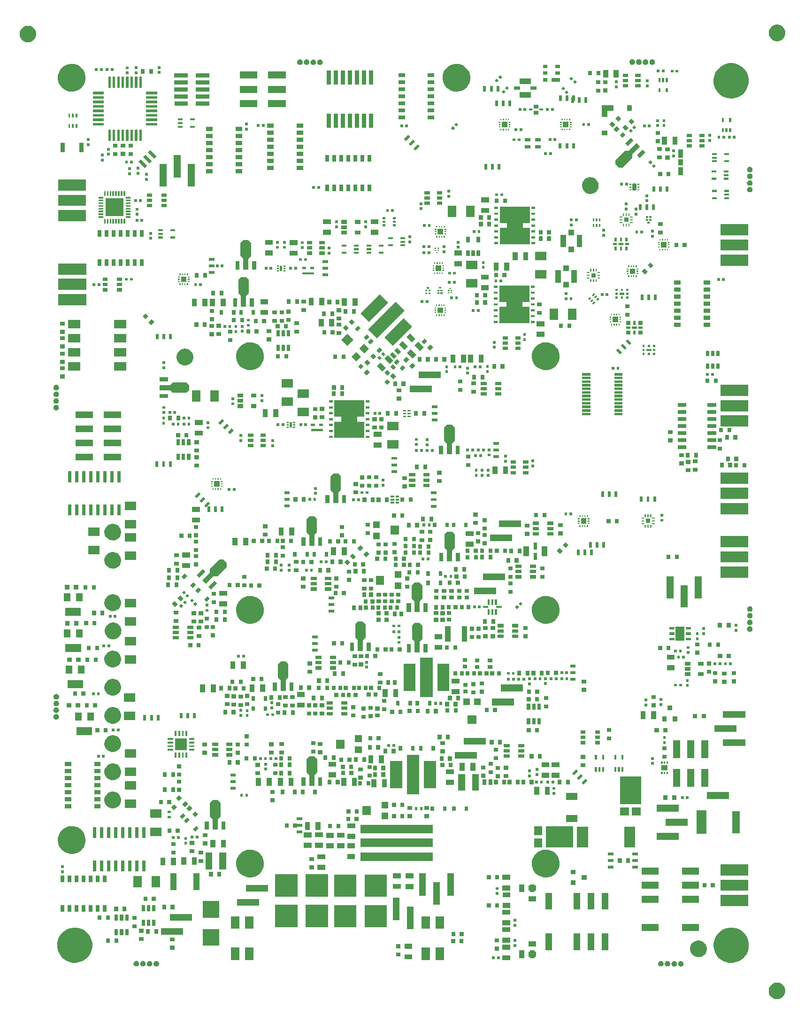
<source format=gts>
G04 #@! TF.FileFunction,Soldermask,Top*
%FSLAX46Y46*%
G04 Gerber Fmt 4.6, Leading zero omitted, Abs format (unit mm)*
G04 Created by KiCad (PCBNEW 4.0.7) date Fri Sep 20 17:05:35 2019*
%MOMM*%
%LPD*%
G01*
G04 APERTURE LIST*
%ADD10C,0.150000*%
G04 APERTURE END LIST*
D10*
G36*
X210024531Y-216484379D02*
X210270754Y-216534921D01*
X210312689Y-216543529D01*
X210560367Y-216647644D01*
X210583868Y-216657523D01*
X210827742Y-216822018D01*
X211035021Y-217030749D01*
X211197810Y-217275765D01*
X211268408Y-217447049D01*
X211309908Y-217547736D01*
X211362900Y-217815367D01*
X211367044Y-217836297D01*
X211362353Y-218172290D01*
X211297181Y-218459145D01*
X211177533Y-218727878D01*
X211007967Y-218968253D01*
X210794941Y-219171116D01*
X210593271Y-219299099D01*
X210546569Y-219328737D01*
X210272311Y-219435115D01*
X210088010Y-219467612D01*
X209982615Y-219486196D01*
X209704932Y-219480379D01*
X209688512Y-219480035D01*
X209473038Y-219432660D01*
X209401212Y-219416868D01*
X209131650Y-219299099D01*
X208890096Y-219131215D01*
X208685752Y-218919610D01*
X208526400Y-218672345D01*
X208418111Y-218398837D01*
X208365008Y-218109504D01*
X208369115Y-217815368D01*
X208369115Y-217815367D01*
X208430275Y-217527633D01*
X208538226Y-217275765D01*
X208546160Y-217257253D01*
X208712353Y-217014533D01*
X208922526Y-216808717D01*
X208922527Y-216808716D01*
X209153575Y-216657523D01*
X209168673Y-216647643D01*
X209441419Y-216537446D01*
X209730373Y-216482325D01*
X210024531Y-216484379D01*
X210024531Y-216484379D01*
G37*
G36*
X191374320Y-212596309D02*
X191375002Y-212596314D01*
X191387298Y-212598838D01*
X191471247Y-212616069D01*
X191561819Y-212654142D01*
X191584855Y-212669681D01*
X191643275Y-212709085D01*
X191684800Y-212750901D01*
X191712506Y-212778801D01*
X191766877Y-212860636D01*
X191804319Y-212951476D01*
X191823401Y-213047848D01*
X191823401Y-213047854D01*
X191821834Y-213160076D01*
X191800067Y-213255885D01*
X191800066Y-213255887D01*
X191760105Y-213345642D01*
X191703469Y-213425928D01*
X191632318Y-213493685D01*
X191549363Y-213546330D01*
X191457760Y-213581861D01*
X191361005Y-213598921D01*
X191262770Y-213596863D01*
X191166814Y-213575766D01*
X191076781Y-213536431D01*
X190996100Y-213480357D01*
X190927849Y-213409680D01*
X190874626Y-213327095D01*
X190838457Y-213235743D01*
X190820721Y-213139105D01*
X190822093Y-213040863D01*
X190842519Y-212944762D01*
X190881226Y-212854452D01*
X190936735Y-212773384D01*
X191006932Y-212704642D01*
X191089144Y-212650844D01*
X191134694Y-212632441D01*
X191180243Y-212614038D01*
X191206896Y-212608954D01*
X191276753Y-212595627D01*
X191374320Y-212596309D01*
X191374320Y-212596309D01*
G37*
G36*
X192580820Y-212596309D02*
X192581502Y-212596314D01*
X192593798Y-212598838D01*
X192677747Y-212616069D01*
X192768319Y-212654142D01*
X192791355Y-212669681D01*
X192849775Y-212709085D01*
X192891300Y-212750901D01*
X192919006Y-212778801D01*
X192973377Y-212860636D01*
X193010819Y-212951476D01*
X193029901Y-213047848D01*
X193029901Y-213047854D01*
X193028334Y-213160076D01*
X193006567Y-213255885D01*
X193006566Y-213255887D01*
X192966605Y-213345642D01*
X192909969Y-213425928D01*
X192838818Y-213493685D01*
X192755863Y-213546330D01*
X192664260Y-213581861D01*
X192567505Y-213598921D01*
X192469270Y-213596863D01*
X192373314Y-213575766D01*
X192283281Y-213536431D01*
X192202600Y-213480357D01*
X192134349Y-213409680D01*
X192081126Y-213327095D01*
X192044957Y-213235743D01*
X192027221Y-213139105D01*
X192028593Y-213040863D01*
X192049019Y-212944762D01*
X192087726Y-212854452D01*
X192143235Y-212773384D01*
X192213432Y-212704642D01*
X192295644Y-212650844D01*
X192341194Y-212632441D01*
X192386743Y-212614038D01*
X192413396Y-212608954D01*
X192483253Y-212595627D01*
X192580820Y-212596309D01*
X192580820Y-212596309D01*
G37*
G36*
X96759320Y-212583609D02*
X96760002Y-212583614D01*
X96772298Y-212586138D01*
X96856247Y-212603369D01*
X96946819Y-212641442D01*
X96965647Y-212654142D01*
X97028275Y-212696385D01*
X97077032Y-212745484D01*
X97097506Y-212766101D01*
X97151877Y-212847936D01*
X97189319Y-212938776D01*
X97208401Y-213035148D01*
X97206834Y-213147377D01*
X97200435Y-213175543D01*
X97185067Y-213243185D01*
X97185066Y-213243187D01*
X97145105Y-213332942D01*
X97088469Y-213413228D01*
X97017318Y-213480985D01*
X96934363Y-213533630D01*
X96842760Y-213569161D01*
X96746005Y-213586221D01*
X96647770Y-213584163D01*
X96551814Y-213563066D01*
X96461781Y-213523731D01*
X96381100Y-213467657D01*
X96312849Y-213396980D01*
X96259626Y-213314395D01*
X96223457Y-213223043D01*
X96205721Y-213126405D01*
X96207093Y-213028163D01*
X96227519Y-212932062D01*
X96266226Y-212841752D01*
X96321735Y-212760684D01*
X96391932Y-212691942D01*
X96474144Y-212638144D01*
X96519695Y-212619741D01*
X96565243Y-212601338D01*
X96595176Y-212595628D01*
X96661753Y-212582927D01*
X96759320Y-212583609D01*
X96759320Y-212583609D01*
G37*
G36*
X97965820Y-212583609D02*
X97966502Y-212583614D01*
X97978798Y-212586138D01*
X98062747Y-212603369D01*
X98153319Y-212641442D01*
X98172147Y-212654142D01*
X98234775Y-212696385D01*
X98283532Y-212745484D01*
X98304006Y-212766101D01*
X98358377Y-212847936D01*
X98395819Y-212938776D01*
X98414901Y-213035148D01*
X98413334Y-213147377D01*
X98406935Y-213175543D01*
X98391567Y-213243185D01*
X98391566Y-213243187D01*
X98351605Y-213332942D01*
X98294969Y-213413228D01*
X98223818Y-213480985D01*
X98140863Y-213533630D01*
X98049260Y-213569161D01*
X97952505Y-213586221D01*
X97854270Y-213584163D01*
X97758314Y-213563066D01*
X97668281Y-213523731D01*
X97587600Y-213467657D01*
X97519349Y-213396980D01*
X97466126Y-213314395D01*
X97429957Y-213223043D01*
X97412221Y-213126405D01*
X97413593Y-213028163D01*
X97434019Y-212932062D01*
X97472726Y-212841752D01*
X97528235Y-212760684D01*
X97598432Y-212691942D01*
X97680644Y-212638144D01*
X97726195Y-212619741D01*
X97771743Y-212601338D01*
X97801676Y-212595628D01*
X97868253Y-212582927D01*
X97965820Y-212583609D01*
X97965820Y-212583609D01*
G37*
G36*
X188971620Y-212581109D02*
X188972302Y-212581114D01*
X188981134Y-212582927D01*
X189068547Y-212600869D01*
X189159119Y-212638942D01*
X189176764Y-212650844D01*
X189240575Y-212693885D01*
X189291815Y-212745484D01*
X189309806Y-212763601D01*
X189364177Y-212845436D01*
X189401619Y-212936276D01*
X189420701Y-213032648D01*
X189419134Y-213144877D01*
X189412735Y-213173043D01*
X189397367Y-213240685D01*
X189363059Y-213317742D01*
X189357405Y-213330442D01*
X189300769Y-213410728D01*
X189229618Y-213478485D01*
X189146663Y-213531130D01*
X189055060Y-213566661D01*
X188958305Y-213583721D01*
X188860070Y-213581663D01*
X188764114Y-213560566D01*
X188674081Y-213521231D01*
X188593400Y-213465157D01*
X188525149Y-213394480D01*
X188471926Y-213311895D01*
X188435757Y-213220543D01*
X188418021Y-213123905D01*
X188419393Y-213025663D01*
X188439819Y-212929562D01*
X188478526Y-212839252D01*
X188534035Y-212758184D01*
X188604232Y-212689442D01*
X188686444Y-212635644D01*
X188739922Y-212614038D01*
X188777543Y-212598838D01*
X188804196Y-212593754D01*
X188874053Y-212580427D01*
X188971620Y-212581109D01*
X188971620Y-212581109D01*
G37*
G36*
X190171620Y-212581109D02*
X190172302Y-212581114D01*
X190181134Y-212582927D01*
X190268547Y-212600869D01*
X190359119Y-212638942D01*
X190376764Y-212650844D01*
X190440575Y-212693885D01*
X190491815Y-212745484D01*
X190509806Y-212763601D01*
X190564177Y-212845436D01*
X190601619Y-212936276D01*
X190620701Y-213032648D01*
X190619134Y-213144877D01*
X190612735Y-213173043D01*
X190597367Y-213240685D01*
X190563059Y-213317742D01*
X190557405Y-213330442D01*
X190500769Y-213410728D01*
X190429618Y-213478485D01*
X190346663Y-213531130D01*
X190255060Y-213566661D01*
X190158305Y-213583721D01*
X190060070Y-213581663D01*
X189964114Y-213560566D01*
X189874081Y-213521231D01*
X189793400Y-213465157D01*
X189725149Y-213394480D01*
X189671926Y-213311895D01*
X189635757Y-213220543D01*
X189618021Y-213123905D01*
X189619393Y-213025663D01*
X189639819Y-212929562D01*
X189678526Y-212839252D01*
X189734035Y-212758184D01*
X189804232Y-212689442D01*
X189886444Y-212635644D01*
X189939922Y-212614038D01*
X189977543Y-212598838D01*
X190004196Y-212593754D01*
X190074053Y-212580427D01*
X190171620Y-212581109D01*
X190171620Y-212581109D01*
G37*
G36*
X94356620Y-212568409D02*
X94357302Y-212568414D01*
X94373693Y-212571778D01*
X94453547Y-212588169D01*
X94544119Y-212626242D01*
X94561764Y-212638144D01*
X94625575Y-212681185D01*
X94689427Y-212745484D01*
X94694806Y-212750901D01*
X94749177Y-212832736D01*
X94786619Y-212923576D01*
X94805701Y-213019948D01*
X94805701Y-213019954D01*
X94805311Y-213047854D01*
X94804134Y-213132177D01*
X94797795Y-213160076D01*
X94782367Y-213227985D01*
X94775599Y-213243187D01*
X94742405Y-213317742D01*
X94685769Y-213398028D01*
X94614618Y-213465785D01*
X94531663Y-213518430D01*
X94440060Y-213553961D01*
X94343305Y-213571021D01*
X94245070Y-213568963D01*
X94149114Y-213547866D01*
X94059081Y-213508531D01*
X93978400Y-213452457D01*
X93910149Y-213381780D01*
X93856926Y-213299195D01*
X93820757Y-213207843D01*
X93803021Y-213111205D01*
X93804393Y-213012963D01*
X93824819Y-212916862D01*
X93863526Y-212826552D01*
X93919035Y-212745484D01*
X93989232Y-212676742D01*
X94071444Y-212622944D01*
X94124922Y-212601338D01*
X94162543Y-212586138D01*
X94192476Y-212580428D01*
X94259053Y-212567727D01*
X94356620Y-212568409D01*
X94356620Y-212568409D01*
G37*
G36*
X95556620Y-212568409D02*
X95557302Y-212568414D01*
X95573693Y-212571778D01*
X95653547Y-212588169D01*
X95744119Y-212626242D01*
X95761764Y-212638144D01*
X95825575Y-212681185D01*
X95889427Y-212745484D01*
X95894806Y-212750901D01*
X95949177Y-212832736D01*
X95986619Y-212923576D01*
X96005701Y-213019948D01*
X96005701Y-213019954D01*
X96005311Y-213047854D01*
X96004134Y-213132177D01*
X95997795Y-213160076D01*
X95982367Y-213227985D01*
X95975599Y-213243187D01*
X95942405Y-213317742D01*
X95885769Y-213398028D01*
X95814618Y-213465785D01*
X95731663Y-213518430D01*
X95640060Y-213553961D01*
X95543305Y-213571021D01*
X95445070Y-213568963D01*
X95349114Y-213547866D01*
X95259081Y-213508531D01*
X95178400Y-213452457D01*
X95110149Y-213381780D01*
X95056926Y-213299195D01*
X95020757Y-213207843D01*
X95003021Y-213111205D01*
X95004393Y-213012963D01*
X95024819Y-212916862D01*
X95063526Y-212826552D01*
X95119035Y-212745484D01*
X95189232Y-212676742D01*
X95271444Y-212622944D01*
X95324922Y-212601338D01*
X95362543Y-212586138D01*
X95392476Y-212580428D01*
X95459053Y-212567727D01*
X95556620Y-212568409D01*
X95556620Y-212568409D01*
G37*
G36*
X83528167Y-206570295D02*
X84138294Y-206695536D01*
X84712470Y-206936897D01*
X85009798Y-207137448D01*
X85228834Y-207285189D01*
X85228837Y-207285192D01*
X85667713Y-207727143D01*
X86012390Y-208245923D01*
X86249739Y-208821775D01*
X86368791Y-209423033D01*
X86370716Y-209432757D01*
X86363406Y-209956235D01*
X86360782Y-210144165D01*
X86342674Y-210223867D01*
X86222792Y-210751532D01*
X86222791Y-210751534D01*
X85969458Y-211320529D01*
X85610429Y-211829486D01*
X85159381Y-212259013D01*
X84633496Y-212592750D01*
X84052801Y-212817987D01*
X83439421Y-212926142D01*
X82816707Y-212913098D01*
X82208394Y-212779352D01*
X81637642Y-212529996D01*
X81126191Y-212174528D01*
X80693525Y-211726490D01*
X80356126Y-211202948D01*
X80126841Y-210623841D01*
X80014405Y-210011226D01*
X80023101Y-209388441D01*
X80152597Y-208779209D01*
X80397964Y-208206726D01*
X80749851Y-207692808D01*
X81194857Y-207257026D01*
X81716030Y-206915979D01*
X82077393Y-206769980D01*
X82293525Y-206682657D01*
X82462485Y-206650426D01*
X82905338Y-206565946D01*
X83528167Y-206570295D01*
X83528167Y-206570295D01*
G37*
G36*
X201942967Y-206570295D02*
X202553094Y-206695536D01*
X203127270Y-206936897D01*
X203424598Y-207137448D01*
X203643634Y-207285189D01*
X203643637Y-207285192D01*
X204082513Y-207727143D01*
X204427190Y-208245923D01*
X204664539Y-208821775D01*
X204783591Y-209423033D01*
X204785516Y-209432757D01*
X204778206Y-209956235D01*
X204775582Y-210144165D01*
X204757474Y-210223867D01*
X204637592Y-210751532D01*
X204637591Y-210751534D01*
X204384258Y-211320529D01*
X204025229Y-211829486D01*
X203574181Y-212259013D01*
X203048296Y-212592750D01*
X202467601Y-212817987D01*
X201854221Y-212926142D01*
X201231507Y-212913098D01*
X200623194Y-212779352D01*
X200052442Y-212529996D01*
X199540991Y-212174528D01*
X199108325Y-211726490D01*
X198770926Y-211202948D01*
X198541641Y-210623841D01*
X198429205Y-210011226D01*
X198437901Y-209388441D01*
X198567397Y-208779209D01*
X198812764Y-208206726D01*
X199164651Y-207692808D01*
X199609657Y-207257026D01*
X200130830Y-206915979D01*
X200492193Y-206769980D01*
X200708325Y-206682657D01*
X200877285Y-206650426D01*
X201320138Y-206565946D01*
X201942967Y-206570295D01*
X201942967Y-206570295D01*
G37*
G36*
X161744550Y-212457060D02*
X160343010Y-212457060D01*
X160343010Y-211555900D01*
X161744550Y-211555900D01*
X161744550Y-212457060D01*
X161744550Y-212457060D01*
G37*
G36*
X149824780Y-212419980D02*
X148322780Y-212419980D01*
X148322780Y-210197980D01*
X149824780Y-210197980D01*
X149824780Y-212419980D01*
X149824780Y-212419980D01*
G37*
G36*
X147284780Y-212419980D02*
X145782780Y-212419980D01*
X145782780Y-210197980D01*
X147284780Y-210197980D01*
X147284780Y-212419980D01*
X147284780Y-212419980D01*
G37*
G36*
X115454780Y-212419980D02*
X113952780Y-212419980D01*
X113952780Y-210197980D01*
X115454780Y-210197980D01*
X115454780Y-212419980D01*
X115454780Y-212419980D01*
G37*
G36*
X112914780Y-212419980D02*
X111412780Y-212419980D01*
X111412780Y-210197980D01*
X112914780Y-210197980D01*
X112914780Y-212419980D01*
X112914780Y-212419980D01*
G37*
G36*
X144094550Y-212297060D02*
X142693010Y-212297060D01*
X142693010Y-211395900D01*
X144094550Y-211395900D01*
X144094550Y-212297060D01*
X144094550Y-212297060D01*
G37*
G36*
X158952850Y-212252630D02*
X158455550Y-212252630D01*
X158455550Y-211755330D01*
X158952850Y-211755330D01*
X158952850Y-212252630D01*
X158952850Y-212252630D01*
G37*
G36*
X159852010Y-212252630D02*
X159354710Y-212252630D01*
X159354710Y-211755330D01*
X159852010Y-211755330D01*
X159852010Y-212252630D01*
X159852010Y-212252630D01*
G37*
G36*
X166186860Y-210955400D02*
X166186880Y-210955539D01*
X166186938Y-210955668D01*
X166187029Y-210955775D01*
X166187146Y-210955852D01*
X166187281Y-210955894D01*
X166187360Y-210955900D01*
X166434550Y-210955900D01*
X166434550Y-211857060D01*
X166187360Y-211857060D01*
X166187221Y-211857080D01*
X166187092Y-211857138D01*
X166186985Y-211857229D01*
X166186908Y-211857346D01*
X166186866Y-211857481D01*
X166186860Y-211857560D01*
X166186860Y-212104750D01*
X165285700Y-212104750D01*
X165285700Y-211857560D01*
X165285680Y-211857421D01*
X165285622Y-211857292D01*
X165285531Y-211857185D01*
X165285414Y-211857108D01*
X165285279Y-211857066D01*
X165285200Y-211857060D01*
X165033010Y-211857060D01*
X165033010Y-210955900D01*
X165285200Y-210955900D01*
X165285339Y-210955880D01*
X165285468Y-210955822D01*
X165285575Y-210955731D01*
X165285652Y-210955614D01*
X165285694Y-210955479D01*
X165285700Y-210955400D01*
X165285700Y-210703210D01*
X166186860Y-210703210D01*
X166186860Y-210955400D01*
X166186860Y-210955400D01*
G37*
G36*
X164281860Y-212104750D02*
X163380700Y-212104750D01*
X163380700Y-210703210D01*
X164281860Y-210703210D01*
X164281860Y-212104750D01*
X164281860Y-212104750D01*
G37*
G36*
X195861431Y-208892879D02*
X196107654Y-208943421D01*
X196149589Y-208952029D01*
X196397267Y-209056144D01*
X196420768Y-209066023D01*
X196664642Y-209230518D01*
X196871921Y-209439249D01*
X197034710Y-209684265D01*
X197088586Y-209814980D01*
X197146808Y-209956236D01*
X197194674Y-210197980D01*
X197203944Y-210244797D01*
X197199253Y-210580790D01*
X197134081Y-210867645D01*
X197014433Y-211136378D01*
X196844867Y-211376753D01*
X196631841Y-211579616D01*
X196430171Y-211707599D01*
X196383469Y-211737237D01*
X196109211Y-211843615D01*
X195924910Y-211876112D01*
X195819515Y-211894696D01*
X195541832Y-211888879D01*
X195525412Y-211888535D01*
X195309938Y-211841160D01*
X195238112Y-211825368D01*
X194968550Y-211707599D01*
X194726996Y-211539715D01*
X194522652Y-211328110D01*
X194363300Y-211080845D01*
X194255011Y-210807337D01*
X194201908Y-210518004D01*
X194206015Y-210223868D01*
X194206015Y-210223867D01*
X194267175Y-209936133D01*
X194375126Y-209684265D01*
X194383060Y-209665753D01*
X194549253Y-209423033D01*
X194759426Y-209217217D01*
X194759427Y-209217216D01*
X194990475Y-209066023D01*
X195005573Y-209056143D01*
X195278319Y-208945946D01*
X195567273Y-208890825D01*
X195861431Y-208892879D01*
X195861431Y-208892879D01*
G37*
G36*
X141954780Y-211804980D02*
X141152780Y-211804980D01*
X141152780Y-211102980D01*
X141954780Y-211102980D01*
X141954780Y-211804980D01*
X141954780Y-211804980D01*
G37*
G36*
X159724780Y-210714980D02*
X158922780Y-210714980D01*
X158922780Y-210012980D01*
X159724780Y-210012980D01*
X159724780Y-210714980D01*
X159724780Y-210714980D01*
G37*
G36*
X169284780Y-210624980D02*
X168082780Y-210624980D01*
X168082780Y-207622980D01*
X169284780Y-207622980D01*
X169284780Y-210624980D01*
X169284780Y-210624980D01*
G37*
G36*
X174364780Y-210624980D02*
X173162780Y-210624980D01*
X173162780Y-207622980D01*
X174364780Y-207622980D01*
X174364780Y-210624980D01*
X174364780Y-210624980D01*
G37*
G36*
X176904780Y-210624980D02*
X175702780Y-210624980D01*
X175702780Y-207622980D01*
X176904780Y-207622980D01*
X176904780Y-210624980D01*
X176904780Y-210624980D01*
G37*
G36*
X179444780Y-210624980D02*
X178242780Y-210624980D01*
X178242780Y-207622980D01*
X179444780Y-207622980D01*
X179444780Y-210624980D01*
X179444780Y-210624980D01*
G37*
G36*
X101194780Y-210554980D02*
X100392780Y-210554980D01*
X100392780Y-209852980D01*
X101194780Y-209852980D01*
X101194780Y-210554980D01*
X101194780Y-210554980D01*
G37*
G36*
X161744550Y-210552060D02*
X160343010Y-210552060D01*
X160343010Y-209650900D01*
X161744550Y-209650900D01*
X161744550Y-210552060D01*
X161744550Y-210552060D01*
G37*
G36*
X144094550Y-210392060D02*
X142693010Y-210392060D01*
X142693010Y-209490900D01*
X144094550Y-209490900D01*
X144094550Y-210392060D01*
X144094550Y-210392060D01*
G37*
G36*
X141954780Y-210304980D02*
X141152780Y-210304980D01*
X141152780Y-209602980D01*
X141954780Y-209602980D01*
X141954780Y-210304980D01*
X141954780Y-210304980D01*
G37*
G36*
X162852430Y-210032210D02*
X162355130Y-210032210D01*
X162355130Y-209534910D01*
X162852430Y-209534910D01*
X162852430Y-210032210D01*
X162852430Y-210032210D01*
G37*
G36*
X166434550Y-209952060D02*
X165033010Y-209952060D01*
X165033010Y-209050900D01*
X166434550Y-209050900D01*
X166434550Y-209952060D01*
X166434550Y-209952060D01*
G37*
G36*
X109284780Y-209814980D02*
X106282780Y-209814980D01*
X106282780Y-206812980D01*
X109284780Y-206812980D01*
X109284780Y-209814980D01*
X109284780Y-209814980D01*
G37*
G36*
X153314780Y-209424980D02*
X152612780Y-209424980D01*
X152612780Y-208622980D01*
X153314780Y-208622980D01*
X153314780Y-209424980D01*
X153314780Y-209424980D01*
G37*
G36*
X151814780Y-209424980D02*
X151112780Y-209424980D01*
X151112780Y-208622980D01*
X151814780Y-208622980D01*
X151814780Y-209424980D01*
X151814780Y-209424980D01*
G37*
G36*
X91048400Y-209330620D02*
X90346400Y-209330620D01*
X90346400Y-208528620D01*
X91048400Y-208528620D01*
X91048400Y-209330620D01*
X91048400Y-209330620D01*
G37*
G36*
X89548400Y-209330620D02*
X88846400Y-209330620D01*
X88846400Y-208528620D01*
X89548400Y-208528620D01*
X89548400Y-209330620D01*
X89548400Y-209330620D01*
G37*
G36*
X161734550Y-209307060D02*
X160333010Y-209307060D01*
X160333010Y-208405900D01*
X161734550Y-208405900D01*
X161734550Y-209307060D01*
X161734550Y-209307060D01*
G37*
G36*
X159724780Y-209214980D02*
X158922780Y-209214980D01*
X158922780Y-208512980D01*
X159724780Y-208512980D01*
X159724780Y-209214980D01*
X159724780Y-209214980D01*
G37*
G36*
X162852430Y-209133050D02*
X162355130Y-209133050D01*
X162355130Y-208635750D01*
X162852430Y-208635750D01*
X162852430Y-209133050D01*
X162852430Y-209133050D01*
G37*
G36*
X101194780Y-209054980D02*
X100392780Y-209054980D01*
X100392780Y-208352980D01*
X101194780Y-208352980D01*
X101194780Y-209054980D01*
X101194780Y-209054980D01*
G37*
G36*
X95585540Y-209010040D02*
X94783540Y-209010040D01*
X94783540Y-208308040D01*
X95585540Y-208308040D01*
X95585540Y-209010040D01*
X95585540Y-209010040D01*
G37*
G36*
X151844780Y-208144980D02*
X151142780Y-208144980D01*
X151142780Y-207342980D01*
X151844780Y-207342980D01*
X151844780Y-208144980D01*
X151844780Y-208144980D01*
G37*
G36*
X153344780Y-208144980D02*
X152642780Y-208144980D01*
X152642780Y-207342980D01*
X153344780Y-207342980D01*
X153344780Y-208144980D01*
X153344780Y-208144980D01*
G37*
G36*
X91000200Y-207948520D02*
X90398200Y-207948520D01*
X90398200Y-206846520D01*
X91000200Y-206846520D01*
X91000200Y-207948520D01*
X91000200Y-207948520D01*
G37*
G36*
X91950200Y-207948520D02*
X91348200Y-207948520D01*
X91348200Y-206846520D01*
X91950200Y-206846520D01*
X91950200Y-207948520D01*
X91950200Y-207948520D01*
G37*
G36*
X92900200Y-207948520D02*
X92298200Y-207948520D01*
X92298200Y-206846520D01*
X92900200Y-206846520D01*
X92900200Y-207948520D01*
X92900200Y-207948520D01*
G37*
G36*
X102764780Y-207874980D02*
X98762780Y-207874980D01*
X98762780Y-206672980D01*
X102764780Y-206672980D01*
X102764780Y-207874980D01*
X102764780Y-207874980D01*
G37*
G36*
X96765470Y-207661070D02*
X96063470Y-207661070D01*
X96063470Y-206859070D01*
X96765470Y-206859070D01*
X96765470Y-207661070D01*
X96765470Y-207661070D01*
G37*
G36*
X98265470Y-207661070D02*
X97563470Y-207661070D01*
X97563470Y-206859070D01*
X98265470Y-206859070D01*
X98265470Y-207661070D01*
X98265470Y-207661070D01*
G37*
G36*
X95585540Y-207510040D02*
X94783540Y-207510040D01*
X94783540Y-206808040D01*
X95585540Y-206808040D01*
X95585540Y-207510040D01*
X95585540Y-207510040D01*
G37*
G36*
X161734550Y-207402060D02*
X160333010Y-207402060D01*
X160333010Y-206500900D01*
X161734550Y-206500900D01*
X161734550Y-207402060D01*
X161734550Y-207402060D01*
G37*
G36*
X195764780Y-207154980D02*
X192762780Y-207154980D01*
X192762780Y-205952980D01*
X195764780Y-205952980D01*
X195764780Y-207154980D01*
X195764780Y-207154980D01*
G37*
G36*
X188464780Y-207154980D02*
X185462780Y-207154980D01*
X185462780Y-205952980D01*
X188464780Y-205952980D01*
X188464780Y-207154980D01*
X188464780Y-207154980D01*
G37*
G36*
X144334780Y-206814980D02*
X143132780Y-206814980D01*
X143132780Y-202812980D01*
X144334780Y-202812980D01*
X144334780Y-206814980D01*
X144334780Y-206814980D01*
G37*
G36*
X149824780Y-206769980D02*
X148322780Y-206769980D01*
X148322780Y-204547980D01*
X149824780Y-204547980D01*
X149824780Y-206769980D01*
X149824780Y-206769980D01*
G37*
G36*
X147284780Y-206769980D02*
X145782780Y-206769980D01*
X145782780Y-204547980D01*
X147284780Y-204547980D01*
X147284780Y-206769980D01*
X147284780Y-206769980D01*
G37*
G36*
X112914780Y-206769980D02*
X111412780Y-206769980D01*
X111412780Y-204547980D01*
X112914780Y-204547980D01*
X112914780Y-206769980D01*
X112914780Y-206769980D01*
G37*
G36*
X115454780Y-206769980D02*
X113952780Y-206769980D01*
X113952780Y-204547980D01*
X115454780Y-204547980D01*
X115454780Y-206769980D01*
X115454780Y-206769980D01*
G37*
G36*
X94380860Y-206689660D02*
X93578860Y-206689660D01*
X93578860Y-205987660D01*
X94380860Y-205987660D01*
X94380860Y-206689660D01*
X94380860Y-206689660D01*
G37*
G36*
X139470840Y-206532640D02*
X135468840Y-206532640D01*
X135468840Y-202530640D01*
X139470840Y-202530640D01*
X139470840Y-206532640D01*
X139470840Y-206532640D01*
G37*
G36*
X133970840Y-206532640D02*
X129968840Y-206532640D01*
X129968840Y-202530640D01*
X133970840Y-202530640D01*
X133970840Y-206532640D01*
X133970840Y-206532640D01*
G37*
G36*
X128874780Y-206484980D02*
X124872780Y-206484980D01*
X124872780Y-202482980D01*
X128874780Y-202482980D01*
X128874780Y-206484980D01*
X128874780Y-206484980D01*
G37*
G36*
X123374780Y-206484980D02*
X119372780Y-206484980D01*
X119372780Y-202482980D01*
X123374780Y-202482980D01*
X123374780Y-206484980D01*
X123374780Y-206484980D01*
G37*
G36*
X162862430Y-206392210D02*
X162365130Y-206392210D01*
X162365130Y-205894910D01*
X162862430Y-205894910D01*
X162862430Y-206392210D01*
X162862430Y-206392210D01*
G37*
G36*
X96825390Y-206276430D02*
X96223390Y-206276430D01*
X96223390Y-205174430D01*
X96825390Y-205174430D01*
X96825390Y-206276430D01*
X96825390Y-206276430D01*
G37*
G36*
X97775390Y-206276430D02*
X97173390Y-206276430D01*
X97173390Y-205174430D01*
X97775390Y-205174430D01*
X97775390Y-206276430D01*
X97775390Y-206276430D01*
G37*
G36*
X95875390Y-206276430D02*
X95273390Y-206276430D01*
X95273390Y-205174430D01*
X95875390Y-205174430D01*
X95875390Y-206276430D01*
X95875390Y-206276430D01*
G37*
G36*
X161734550Y-206147060D02*
X160333010Y-206147060D01*
X160333010Y-205245900D01*
X161734550Y-205245900D01*
X161734550Y-206147060D01*
X161734550Y-206147060D01*
G37*
G36*
X162862430Y-205493050D02*
X162365130Y-205493050D01*
X162365130Y-204995750D01*
X162862430Y-204995750D01*
X162862430Y-205493050D01*
X162862430Y-205493050D01*
G37*
G36*
X91000200Y-205348520D02*
X90398200Y-205348520D01*
X90398200Y-204246520D01*
X91000200Y-204246520D01*
X91000200Y-205348520D01*
X91000200Y-205348520D01*
G37*
G36*
X91950200Y-205348520D02*
X91348200Y-205348520D01*
X91348200Y-204246520D01*
X91950200Y-204246520D01*
X91950200Y-205348520D01*
X91950200Y-205348520D01*
G37*
G36*
X92900200Y-205348520D02*
X92298200Y-205348520D01*
X92298200Y-204246520D01*
X92900200Y-204246520D01*
X92900200Y-205348520D01*
X92900200Y-205348520D01*
G37*
G36*
X104364780Y-205334980D02*
X100362780Y-205334980D01*
X100362780Y-204132980D01*
X104364780Y-204132980D01*
X104364780Y-205334980D01*
X104364780Y-205334980D01*
G37*
G36*
X141794780Y-205214980D02*
X140592780Y-205214980D01*
X140592780Y-201212980D01*
X141794780Y-201212980D01*
X141794780Y-205214980D01*
X141794780Y-205214980D01*
G37*
G36*
X94380860Y-205189660D02*
X93578860Y-205189660D01*
X93578860Y-204487660D01*
X94380860Y-204487660D01*
X94380860Y-205189660D01*
X94380860Y-205189660D01*
G37*
G36*
X89524400Y-205177720D02*
X88822400Y-205177720D01*
X88822400Y-204375720D01*
X89524400Y-204375720D01*
X89524400Y-205177720D01*
X89524400Y-205177720D01*
G37*
G36*
X88024400Y-205177720D02*
X87322400Y-205177720D01*
X87322400Y-204375720D01*
X88024400Y-204375720D01*
X88024400Y-205177720D01*
X88024400Y-205177720D01*
G37*
G36*
X109284780Y-204814980D02*
X106282780Y-204814980D01*
X106282780Y-201812980D01*
X109284780Y-201812980D01*
X109284780Y-204814980D01*
X109284780Y-204814980D01*
G37*
G36*
X161734550Y-204242060D02*
X160333010Y-204242060D01*
X160333010Y-203340900D01*
X161734550Y-203340900D01*
X161734550Y-204242060D01*
X161734550Y-204242060D01*
G37*
G36*
X81314780Y-203744980D02*
X80612780Y-203744980D01*
X80612780Y-202562980D01*
X81314780Y-202562980D01*
X81314780Y-203744980D01*
X81314780Y-203744980D01*
G37*
G36*
X82584780Y-203744980D02*
X81882780Y-203744980D01*
X81882780Y-202562980D01*
X82584780Y-202562980D01*
X82584780Y-203744980D01*
X82584780Y-203744980D01*
G37*
G36*
X83854780Y-203744980D02*
X83152780Y-203744980D01*
X83152780Y-202562980D01*
X83854780Y-202562980D01*
X83854780Y-203744980D01*
X83854780Y-203744980D01*
G37*
G36*
X85124780Y-203744980D02*
X84422780Y-203744980D01*
X84422780Y-202562980D01*
X85124780Y-202562980D01*
X85124780Y-203744980D01*
X85124780Y-203744980D01*
G37*
G36*
X86394780Y-203744980D02*
X85692780Y-203744980D01*
X85692780Y-202562980D01*
X86394780Y-202562980D01*
X86394780Y-203744980D01*
X86394780Y-203744980D01*
G37*
G36*
X87664780Y-203744980D02*
X86962780Y-203744980D01*
X86962780Y-202562980D01*
X87664780Y-202562980D01*
X87664780Y-203744980D01*
X87664780Y-203744980D01*
G37*
G36*
X88934780Y-203744980D02*
X88232780Y-203744980D01*
X88232780Y-202562980D01*
X88934780Y-202562980D01*
X88934780Y-203744980D01*
X88934780Y-203744980D01*
G37*
G36*
X95875390Y-203676430D02*
X95273390Y-203676430D01*
X95273390Y-202574430D01*
X95875390Y-202574430D01*
X95875390Y-203676430D01*
X95875390Y-203676430D01*
G37*
G36*
X97775390Y-203676430D02*
X97173390Y-203676430D01*
X97173390Y-202574430D01*
X97775390Y-202574430D01*
X97775390Y-203676430D01*
X97775390Y-203676430D01*
G37*
G36*
X96825390Y-203676430D02*
X96223390Y-203676430D01*
X96223390Y-202574430D01*
X96825390Y-202574430D01*
X96825390Y-203676430D01*
X96825390Y-203676430D01*
G37*
G36*
X92534300Y-203615620D02*
X91832300Y-203615620D01*
X91832300Y-202813620D01*
X92534300Y-202813620D01*
X92534300Y-203615620D01*
X92534300Y-203615620D01*
G37*
G36*
X91034300Y-203615620D02*
X90332300Y-203615620D01*
X90332300Y-202813620D01*
X91034300Y-202813620D01*
X91034300Y-203615620D01*
X91034300Y-203615620D01*
G37*
G36*
X176904780Y-203324980D02*
X175702780Y-203324980D01*
X175702780Y-200322980D01*
X176904780Y-200322980D01*
X176904780Y-203324980D01*
X176904780Y-203324980D01*
G37*
G36*
X169284780Y-203324980D02*
X168082780Y-203324980D01*
X168082780Y-200322980D01*
X169284780Y-200322980D01*
X169284780Y-203324980D01*
X169284780Y-203324980D01*
G37*
G36*
X179444780Y-203324980D02*
X178242780Y-203324980D01*
X178242780Y-200322980D01*
X179444780Y-200322980D01*
X179444780Y-203324980D01*
X179444780Y-203324980D01*
G37*
G36*
X174364780Y-203324980D02*
X173162780Y-203324980D01*
X173162780Y-200322980D01*
X174364780Y-200322980D01*
X174364780Y-203324980D01*
X174364780Y-203324980D01*
G37*
G36*
X99694780Y-203294980D02*
X98992780Y-203294980D01*
X98992780Y-202492980D01*
X99694780Y-202492980D01*
X99694780Y-203294980D01*
X99694780Y-203294980D01*
G37*
G36*
X101194780Y-203294980D02*
X100492780Y-203294980D01*
X100492780Y-202492980D01*
X101194780Y-202492980D01*
X101194780Y-203294980D01*
X101194780Y-203294980D01*
G37*
G36*
X161764550Y-203017060D02*
X160363010Y-203017060D01*
X160363010Y-202115900D01*
X161764550Y-202115900D01*
X161764550Y-203017060D01*
X161764550Y-203017060D01*
G37*
G36*
X158254780Y-202974980D02*
X157552780Y-202974980D01*
X157552780Y-202172980D01*
X158254780Y-202172980D01*
X158254780Y-202974980D01*
X158254780Y-202974980D01*
G37*
G36*
X159754780Y-202974980D02*
X159052780Y-202974980D01*
X159052780Y-202172980D01*
X159754780Y-202172980D01*
X159754780Y-202974980D01*
X159754780Y-202974980D01*
G37*
G36*
X204654780Y-202694980D02*
X199652780Y-202694980D01*
X199652780Y-200692980D01*
X204654780Y-200692980D01*
X204654780Y-202694980D01*
X204654780Y-202694980D01*
G37*
G36*
X116454780Y-202614980D02*
X112452780Y-202614980D01*
X112452780Y-201412980D01*
X116454780Y-201412980D01*
X116454780Y-202614980D01*
X116454780Y-202614980D01*
G37*
G36*
X149073580Y-202410580D02*
X147871580Y-202410580D01*
X147871580Y-198408580D01*
X149073580Y-198408580D01*
X149073580Y-202410580D01*
X149073580Y-202410580D01*
G37*
G36*
X195764780Y-202074980D02*
X192762780Y-202074980D01*
X192762780Y-200872980D01*
X195764780Y-200872980D01*
X195764780Y-202074980D01*
X195764780Y-202074980D01*
G37*
G36*
X188464780Y-202074980D02*
X185462780Y-202074980D01*
X185462780Y-200872980D01*
X188464780Y-200872980D01*
X188464780Y-202074980D01*
X188464780Y-202074980D01*
G37*
G36*
X166434550Y-201827060D02*
X165033010Y-201827060D01*
X165033010Y-200925900D01*
X166434550Y-200925900D01*
X166434550Y-201827060D01*
X166434550Y-201827060D01*
G37*
G36*
X96293140Y-201778420D02*
X95591140Y-201778420D01*
X95591140Y-200976420D01*
X96293140Y-200976420D01*
X96293140Y-201778420D01*
X96293140Y-201778420D01*
G37*
G36*
X97793140Y-201778420D02*
X97091140Y-201778420D01*
X97091140Y-200976420D01*
X97793140Y-200976420D01*
X97793140Y-201778420D01*
X97793140Y-201778420D01*
G37*
G36*
X161764550Y-201112060D02*
X160363010Y-201112060D01*
X160363010Y-200210900D01*
X161764550Y-200210900D01*
X161764550Y-201112060D01*
X161764550Y-201112060D01*
G37*
G36*
X139470840Y-201032640D02*
X135468840Y-201032640D01*
X135468840Y-197030640D01*
X139470840Y-197030640D01*
X139470840Y-201032640D01*
X139470840Y-201032640D01*
G37*
G36*
X133970840Y-201032640D02*
X129968840Y-201032640D01*
X129968840Y-197030640D01*
X133970840Y-197030640D01*
X133970840Y-201032640D01*
X133970840Y-201032640D01*
G37*
G36*
X128874780Y-200984980D02*
X124872780Y-200984980D01*
X124872780Y-196982980D01*
X128874780Y-196982980D01*
X128874780Y-200984980D01*
X128874780Y-200984980D01*
G37*
G36*
X123374780Y-200984980D02*
X119372780Y-200984980D01*
X119372780Y-196982980D01*
X123374780Y-196982980D01*
X123374780Y-200984980D01*
X123374780Y-200984980D01*
G37*
G36*
X146533580Y-200810580D02*
X145331580Y-200810580D01*
X145331580Y-196808580D01*
X146533580Y-196808580D01*
X146533580Y-200810580D01*
X146533580Y-200810580D01*
G37*
G36*
X151613580Y-200810580D02*
X150411580Y-200810580D01*
X150411580Y-196808580D01*
X151613580Y-196808580D01*
X151613580Y-200810580D01*
X151613580Y-200810580D01*
G37*
G36*
X159652430Y-200682210D02*
X159155130Y-200682210D01*
X159155130Y-200184910D01*
X159652430Y-200184910D01*
X159652430Y-200682210D01*
X159652430Y-200682210D01*
G37*
G36*
X166176860Y-199020400D02*
X166176880Y-199020539D01*
X166176938Y-199020668D01*
X166177029Y-199020775D01*
X166177146Y-199020852D01*
X166177281Y-199020894D01*
X166177360Y-199020900D01*
X166434550Y-199020900D01*
X166434550Y-199922060D01*
X166177360Y-199922060D01*
X166177221Y-199922080D01*
X166177092Y-199922138D01*
X166176985Y-199922229D01*
X166176908Y-199922346D01*
X166176866Y-199922481D01*
X166176860Y-199922560D01*
X166176860Y-200174750D01*
X165275700Y-200174750D01*
X165275700Y-199922560D01*
X165275680Y-199922421D01*
X165275622Y-199922292D01*
X165275531Y-199922185D01*
X165275414Y-199922108D01*
X165275279Y-199922066D01*
X165275200Y-199922060D01*
X165033010Y-199922060D01*
X165033010Y-199020900D01*
X165275200Y-199020900D01*
X165275339Y-199020880D01*
X165275468Y-199020822D01*
X165275575Y-199020731D01*
X165275652Y-199020614D01*
X165275694Y-199020479D01*
X165275700Y-199020400D01*
X165275700Y-198773210D01*
X166176860Y-198773210D01*
X166176860Y-199020400D01*
X166176860Y-199020400D01*
G37*
G36*
X164271860Y-200174750D02*
X163370700Y-200174750D01*
X163370700Y-198773210D01*
X164271860Y-198773210D01*
X164271860Y-200174750D01*
X164271860Y-200174750D01*
G37*
G36*
X118054780Y-200074980D02*
X114052780Y-200074980D01*
X114052780Y-198872980D01*
X118054780Y-198872980D01*
X118054780Y-200074980D01*
X118054780Y-200074980D01*
G37*
G36*
X204654780Y-199944980D02*
X199652780Y-199944980D01*
X199652780Y-197942980D01*
X204654780Y-197942980D01*
X204654780Y-199944980D01*
X204654780Y-199944980D01*
G37*
G36*
X161734550Y-199877060D02*
X160333010Y-199877060D01*
X160333010Y-198975900D01*
X161734550Y-198975900D01*
X161734550Y-199877060D01*
X161734550Y-199877060D01*
G37*
G36*
X105707040Y-199851340D02*
X104565040Y-199851340D01*
X104565040Y-196799340D01*
X105707040Y-196799340D01*
X105707040Y-199851340D01*
X105707040Y-199851340D01*
G37*
G36*
X101567040Y-199851340D02*
X100425040Y-199851340D01*
X100425040Y-196799340D01*
X101567040Y-196799340D01*
X101567040Y-199851340D01*
X101567040Y-199851340D01*
G37*
G36*
X159652430Y-199783050D02*
X159155130Y-199783050D01*
X159155130Y-199285750D01*
X159652430Y-199285750D01*
X159652430Y-199783050D01*
X159652430Y-199783050D01*
G37*
G36*
X144304550Y-199627060D02*
X142903010Y-199627060D01*
X142903010Y-198725900D01*
X144304550Y-198725900D01*
X144304550Y-199627060D01*
X144304550Y-199627060D01*
G37*
G36*
X141984550Y-199587060D02*
X140583010Y-199587060D01*
X140583010Y-198685900D01*
X141984550Y-198685900D01*
X141984550Y-199587060D01*
X141984550Y-199587060D01*
G37*
G36*
X188464780Y-199534980D02*
X185462780Y-199534980D01*
X185462780Y-198332980D01*
X188464780Y-198332980D01*
X188464780Y-199534980D01*
X188464780Y-199534980D01*
G37*
G36*
X195764780Y-199534980D02*
X192762780Y-199534980D01*
X192762780Y-198332980D01*
X195764780Y-198332980D01*
X195764780Y-199534980D01*
X195764780Y-199534980D01*
G37*
G36*
X197144780Y-199344980D02*
X196442780Y-199344980D01*
X196442780Y-198542980D01*
X197144780Y-198542980D01*
X197144780Y-199344980D01*
X197144780Y-199344980D01*
G37*
G36*
X198644780Y-199344980D02*
X197942780Y-199344980D01*
X197942780Y-198542980D01*
X198644780Y-198542980D01*
X198644780Y-199344980D01*
X198644780Y-199344980D01*
G37*
G36*
X95321540Y-199336260D02*
X93795540Y-199336260D01*
X93795540Y-197302260D01*
X95321540Y-197302260D01*
X95321540Y-199336260D01*
X95321540Y-199336260D01*
G37*
G36*
X98623540Y-199336260D02*
X97097540Y-199336260D01*
X97097540Y-197302260D01*
X98623540Y-197302260D01*
X98623540Y-199336260D01*
X98623540Y-199336260D01*
G37*
G36*
X173534780Y-198884980D02*
X172632780Y-198884980D01*
X172632780Y-198082980D01*
X173534780Y-198082980D01*
X173534780Y-198884980D01*
X173534780Y-198884980D01*
G37*
G36*
X86394780Y-198424980D02*
X85692780Y-198424980D01*
X85692780Y-197242980D01*
X86394780Y-197242980D01*
X86394780Y-198424980D01*
X86394780Y-198424980D01*
G37*
G36*
X87664780Y-198424980D02*
X86962780Y-198424980D01*
X86962780Y-197242980D01*
X87664780Y-197242980D01*
X87664780Y-198424980D01*
X87664780Y-198424980D01*
G37*
G36*
X88934780Y-198424980D02*
X88232780Y-198424980D01*
X88232780Y-197242980D01*
X88934780Y-197242980D01*
X88934780Y-198424980D01*
X88934780Y-198424980D01*
G37*
G36*
X81314780Y-198424980D02*
X80612780Y-198424980D01*
X80612780Y-197242980D01*
X81314780Y-197242980D01*
X81314780Y-198424980D01*
X81314780Y-198424980D01*
G37*
G36*
X85124780Y-198424980D02*
X84422780Y-198424980D01*
X84422780Y-197242980D01*
X85124780Y-197242980D01*
X85124780Y-198424980D01*
X85124780Y-198424980D01*
G37*
G36*
X83854780Y-198424980D02*
X83152780Y-198424980D01*
X83152780Y-197242980D01*
X83854780Y-197242980D01*
X83854780Y-198424980D01*
X83854780Y-198424980D01*
G37*
G36*
X82584780Y-198424980D02*
X81882780Y-198424980D01*
X81882780Y-197242980D01*
X82584780Y-197242980D01*
X82584780Y-198424980D01*
X82584780Y-198424980D01*
G37*
G36*
X161734550Y-197972060D02*
X160333010Y-197972060D01*
X160333010Y-197070900D01*
X161734550Y-197070900D01*
X161734550Y-197972060D01*
X161734550Y-197972060D01*
G37*
G36*
X175534780Y-197934980D02*
X174632780Y-197934980D01*
X174632780Y-197132980D01*
X175534780Y-197132980D01*
X175534780Y-197934980D01*
X175534780Y-197934980D01*
G37*
G36*
X159754780Y-197894980D02*
X159052780Y-197894980D01*
X159052780Y-197092980D01*
X159754780Y-197092980D01*
X159754780Y-197894980D01*
X159754780Y-197894980D01*
G37*
G36*
X158254780Y-197894980D02*
X157552780Y-197894980D01*
X157552780Y-197092980D01*
X158254780Y-197092980D01*
X158254780Y-197894980D01*
X158254780Y-197894980D01*
G37*
G36*
X144304550Y-197722060D02*
X142903010Y-197722060D01*
X142903010Y-196820900D01*
X144304550Y-196820900D01*
X144304550Y-197722060D01*
X144304550Y-197722060D01*
G37*
G36*
X141984550Y-197682060D02*
X140583010Y-197682060D01*
X140583010Y-196780900D01*
X141984550Y-196780900D01*
X141984550Y-197682060D01*
X141984550Y-197682060D01*
G37*
G36*
X168409475Y-192523959D02*
X168416231Y-192524006D01*
X168538302Y-192549064D01*
X168896685Y-192622628D01*
X169348830Y-192812693D01*
X169348832Y-192812694D01*
X169755451Y-193086962D01*
X169926431Y-193259140D01*
X170101055Y-193434987D01*
X170372477Y-193843509D01*
X170559382Y-194296976D01*
X170654647Y-194778098D01*
X170646824Y-195338316D01*
X170538161Y-195816600D01*
X170489408Y-195926100D01*
X170338669Y-196264666D01*
X170204417Y-196454980D01*
X170055945Y-196665453D01*
X169700759Y-197003692D01*
X169286642Y-197266499D01*
X168829362Y-197443866D01*
X168346345Y-197529035D01*
X167855976Y-197518763D01*
X167376950Y-197413442D01*
X166927501Y-197217082D01*
X166927499Y-197217081D01*
X166748941Y-197092980D01*
X166524748Y-196937163D01*
X166184038Y-196584347D01*
X165918346Y-196172074D01*
X165737792Y-195716045D01*
X165649253Y-195233631D01*
X165653485Y-194930540D01*
X165656100Y-194743206D01*
X165758074Y-194263456D01*
X165951293Y-193812643D01*
X166228393Y-193407948D01*
X166578821Y-193064784D01*
X166989228Y-192796221D01*
X167224853Y-192701023D01*
X167443987Y-192612487D01*
X167577038Y-192587106D01*
X167925771Y-192520581D01*
X168409475Y-192523959D01*
X168409475Y-192523959D01*
G37*
G36*
X115069475Y-192523959D02*
X115076231Y-192524006D01*
X115198302Y-192549064D01*
X115556685Y-192622628D01*
X116008830Y-192812693D01*
X116008832Y-192812694D01*
X116415451Y-193086962D01*
X116586431Y-193259140D01*
X116761055Y-193434987D01*
X117032477Y-193843509D01*
X117219382Y-194296976D01*
X117314647Y-194778098D01*
X117306824Y-195338316D01*
X117198161Y-195816600D01*
X117149408Y-195926100D01*
X116998669Y-196264666D01*
X116864417Y-196454980D01*
X116715945Y-196665453D01*
X116360759Y-197003692D01*
X115946642Y-197266499D01*
X115489362Y-197443866D01*
X115006345Y-197529035D01*
X114515976Y-197518763D01*
X114036950Y-197413442D01*
X113587501Y-197217082D01*
X113587499Y-197217081D01*
X113408941Y-197092980D01*
X113184748Y-196937163D01*
X112844038Y-196584347D01*
X112578346Y-196172074D01*
X112397792Y-195716045D01*
X112309253Y-195233631D01*
X112313485Y-194930540D01*
X112316100Y-194743206D01*
X112418074Y-194263456D01*
X112611293Y-193812643D01*
X112888393Y-193407948D01*
X113238821Y-193064784D01*
X113649228Y-192796221D01*
X113884853Y-192701023D01*
X114103987Y-192612487D01*
X114237038Y-192587106D01*
X114585771Y-192520581D01*
X115069475Y-192523959D01*
X115069475Y-192523959D01*
G37*
G36*
X108115340Y-197354740D02*
X107413340Y-197354740D01*
X107413340Y-196552740D01*
X108115340Y-196552740D01*
X108115340Y-197354740D01*
X108115340Y-197354740D01*
G37*
G36*
X109615340Y-197354740D02*
X108913340Y-197354740D01*
X108913340Y-196552740D01*
X109615340Y-196552740D01*
X109615340Y-197354740D01*
X109615340Y-197354740D01*
G37*
G36*
X204654780Y-197194980D02*
X199652780Y-197194980D01*
X199652780Y-195192980D01*
X204654780Y-195192980D01*
X204654780Y-197194980D01*
X204654780Y-197194980D01*
G37*
G36*
X188464780Y-196994980D02*
X185462780Y-196994980D01*
X185462780Y-195792980D01*
X188464780Y-195792980D01*
X188464780Y-196994980D01*
X188464780Y-196994980D01*
G37*
G36*
X195764780Y-196994980D02*
X192762780Y-196994980D01*
X192762780Y-195792980D01*
X195764780Y-195792980D01*
X195764780Y-196994980D01*
X195764780Y-196994980D01*
G37*
G36*
X173534780Y-196984980D02*
X172632780Y-196984980D01*
X172632780Y-196182980D01*
X173534780Y-196182980D01*
X173534780Y-196984980D01*
X173534780Y-196984980D01*
G37*
G36*
X81222430Y-196772210D02*
X80725130Y-196772210D01*
X80725130Y-196274910D01*
X81222430Y-196274910D01*
X81222430Y-196772210D01*
X81222430Y-196772210D01*
G37*
G36*
X87049780Y-196454980D02*
X86447780Y-196454980D01*
X86447780Y-194452980D01*
X87049780Y-194452980D01*
X87049780Y-196454980D01*
X87049780Y-196454980D01*
G37*
G36*
X88319780Y-196454980D02*
X87717780Y-196454980D01*
X87717780Y-194452980D01*
X88319780Y-194452980D01*
X88319780Y-196454980D01*
X88319780Y-196454980D01*
G37*
G36*
X89589780Y-196454980D02*
X88987780Y-196454980D01*
X88987780Y-194452980D01*
X89589780Y-194452980D01*
X89589780Y-196454980D01*
X89589780Y-196454980D01*
G37*
G36*
X90859780Y-196454980D02*
X90257780Y-196454980D01*
X90257780Y-194452980D01*
X90859780Y-194452980D01*
X90859780Y-196454980D01*
X90859780Y-196454980D01*
G37*
G36*
X92129780Y-196454980D02*
X91527780Y-196454980D01*
X91527780Y-194452980D01*
X92129780Y-194452980D01*
X92129780Y-196454980D01*
X92129780Y-196454980D01*
G37*
G36*
X93399780Y-196454980D02*
X92797780Y-196454980D01*
X92797780Y-194452980D01*
X93399780Y-194452980D01*
X93399780Y-196454980D01*
X93399780Y-196454980D01*
G37*
G36*
X94669780Y-196454980D02*
X94067780Y-196454980D01*
X94067780Y-194452980D01*
X94669780Y-194452980D01*
X94669780Y-196454980D01*
X94669780Y-196454980D01*
G37*
G36*
X95939780Y-196454980D02*
X95337780Y-196454980D01*
X95337780Y-194452980D01*
X95939780Y-194452980D01*
X95939780Y-196454980D01*
X95939780Y-196454980D01*
G37*
G36*
X128364550Y-196167060D02*
X126963010Y-196167060D01*
X126963010Y-195265900D01*
X128364550Y-195265900D01*
X128364550Y-196167060D01*
X128364550Y-196167060D01*
G37*
G36*
X126344780Y-196064980D02*
X125542780Y-196064980D01*
X125542780Y-195362980D01*
X126344780Y-195362980D01*
X126344780Y-196064980D01*
X126344780Y-196064980D01*
G37*
G36*
X110484640Y-196062140D02*
X109262640Y-196062140D01*
X109262640Y-193070140D01*
X110484640Y-193070140D01*
X110484640Y-196062140D01*
X110484640Y-196062140D01*
G37*
G36*
X107994640Y-196062140D02*
X106772640Y-196062140D01*
X106772640Y-193070140D01*
X107994640Y-193070140D01*
X107994640Y-196062140D01*
X107994640Y-196062140D01*
G37*
G36*
X184765300Y-195926100D02*
X183763300Y-195926100D01*
X183763300Y-195424100D01*
X184765300Y-195424100D01*
X184765300Y-195926100D01*
X184765300Y-195926100D01*
G37*
G36*
X180396500Y-195926100D02*
X179394500Y-195926100D01*
X179394500Y-195424100D01*
X180396500Y-195424100D01*
X180396500Y-195926100D01*
X180396500Y-195926100D01*
G37*
G36*
X81222430Y-195873050D02*
X80725130Y-195873050D01*
X80725130Y-195375750D01*
X81222430Y-195375750D01*
X81222430Y-195873050D01*
X81222430Y-195873050D01*
G37*
G36*
X101446520Y-195355810D02*
X100545360Y-195355810D01*
X100545360Y-193954270D01*
X101446520Y-193954270D01*
X101446520Y-195355810D01*
X101446520Y-195355810D01*
G37*
G36*
X99541520Y-195355810D02*
X98640360Y-195355810D01*
X98640360Y-193954270D01*
X99541520Y-193954270D01*
X99541520Y-195355810D01*
X99541520Y-195355810D01*
G37*
G36*
X103326120Y-195266910D02*
X102424960Y-195266910D01*
X102424960Y-193865370D01*
X103326120Y-193865370D01*
X103326120Y-195266910D01*
X103326120Y-195266910D01*
G37*
G36*
X105231120Y-195266910D02*
X104329960Y-195266910D01*
X104329960Y-193865370D01*
X105231120Y-193865370D01*
X105231120Y-195266910D01*
X105231120Y-195266910D01*
G37*
G36*
X106337240Y-194930540D02*
X105535240Y-194930540D01*
X105535240Y-194228540D01*
X106337240Y-194228540D01*
X106337240Y-194930540D01*
X106337240Y-194930540D01*
G37*
G36*
X183364780Y-194874980D02*
X182662780Y-194874980D01*
X182662780Y-194072980D01*
X183364780Y-194072980D01*
X183364780Y-194874980D01*
X183364780Y-194874980D01*
G37*
G36*
X181864780Y-194874980D02*
X181162780Y-194874980D01*
X181162780Y-194072980D01*
X181864780Y-194072980D01*
X181864780Y-194874980D01*
X181864780Y-194874980D01*
G37*
G36*
X184765300Y-194726100D02*
X183763300Y-194726100D01*
X183763300Y-194224100D01*
X184765300Y-194224100D01*
X184765300Y-194726100D01*
X184765300Y-194726100D01*
G37*
G36*
X180396500Y-194726100D02*
X179394500Y-194726100D01*
X179394500Y-194224100D01*
X180396500Y-194224100D01*
X180396500Y-194726100D01*
X180396500Y-194726100D01*
G37*
G36*
X126344780Y-194564980D02*
X125542780Y-194564980D01*
X125542780Y-193862980D01*
X126344780Y-193862980D01*
X126344780Y-194564980D01*
X126344780Y-194564980D01*
G37*
G36*
X147743680Y-194552100D02*
X134741680Y-194552100D01*
X134741680Y-193050100D01*
X147743680Y-193050100D01*
X147743680Y-194552100D01*
X147743680Y-194552100D01*
G37*
G36*
X128364550Y-194262060D02*
X126963010Y-194262060D01*
X126963010Y-193360900D01*
X128364550Y-193360900D01*
X128364550Y-194262060D01*
X128364550Y-194262060D01*
G37*
G36*
X133755550Y-194205460D02*
X132354010Y-194205460D01*
X132354010Y-193304300D01*
X133755550Y-193304300D01*
X133755550Y-194205460D01*
X133755550Y-194205460D01*
G37*
G36*
X184765300Y-193526100D02*
X183763300Y-193526100D01*
X183763300Y-193024100D01*
X184765300Y-193024100D01*
X184765300Y-193526100D01*
X184765300Y-193526100D01*
G37*
G36*
X180396500Y-193526100D02*
X179394500Y-193526100D01*
X179394500Y-193024100D01*
X180396500Y-193024100D01*
X180396500Y-193526100D01*
X180396500Y-193526100D01*
G37*
G36*
X106337240Y-193430540D02*
X105535240Y-193430540D01*
X105535240Y-192728540D01*
X106337240Y-192728540D01*
X106337240Y-193430540D01*
X106337240Y-193430540D01*
G37*
G36*
X101384240Y-193381140D02*
X100582240Y-193381140D01*
X100582240Y-192679140D01*
X101384240Y-192679140D01*
X101384240Y-193381140D01*
X101384240Y-193381140D01*
G37*
G36*
X82909475Y-188287819D02*
X82916231Y-188287866D01*
X83038302Y-188312924D01*
X83396685Y-188386488D01*
X83824534Y-188566340D01*
X83848832Y-188576554D01*
X84255451Y-188850822D01*
X84376570Y-188972790D01*
X84601055Y-189198847D01*
X84872477Y-189607369D01*
X85059382Y-190060836D01*
X85154647Y-190541958D01*
X85146824Y-191102176D01*
X85038161Y-191580460D01*
X84960210Y-191755540D01*
X84838669Y-192028526D01*
X84710639Y-192210020D01*
X84555945Y-192429313D01*
X84200759Y-192767552D01*
X83786642Y-193030359D01*
X83329362Y-193207726D01*
X82846345Y-193292895D01*
X82355976Y-193282623D01*
X81876950Y-193177302D01*
X81427501Y-192980942D01*
X81427499Y-192980941D01*
X81282727Y-192880322D01*
X81024748Y-192701023D01*
X80684038Y-192348207D01*
X80418346Y-191935934D01*
X80237792Y-191479905D01*
X80182592Y-191179140D01*
X80149253Y-190997491D01*
X80149595Y-190972980D01*
X80156100Y-190507066D01*
X80258074Y-190027316D01*
X80451293Y-189576503D01*
X80728393Y-189171808D01*
X81078821Y-188828644D01*
X81489228Y-188560081D01*
X81754314Y-188452980D01*
X81943987Y-188376347D01*
X82077038Y-188350966D01*
X82425771Y-188284441D01*
X82909475Y-188287819D01*
X82909475Y-188287819D01*
G37*
G36*
X104744780Y-193174980D02*
X103942780Y-193174980D01*
X103942780Y-192472980D01*
X104744780Y-192472980D01*
X104744780Y-193174980D01*
X104744780Y-193174980D01*
G37*
G36*
X133755550Y-192300460D02*
X132354010Y-192300460D01*
X132354010Y-191399300D01*
X133755550Y-191399300D01*
X133755550Y-192300460D01*
X133755550Y-192300460D01*
G37*
G36*
X129944550Y-192297060D02*
X128543010Y-192297060D01*
X128543010Y-191395900D01*
X129944550Y-191395900D01*
X129944550Y-192297060D01*
X129944550Y-192297060D01*
G37*
G36*
X131874550Y-192287060D02*
X130473010Y-192287060D01*
X130473010Y-191385900D01*
X131874550Y-191385900D01*
X131874550Y-192287060D01*
X131874550Y-192287060D01*
G37*
G36*
X125933390Y-192210020D02*
X124531850Y-192210020D01*
X124531850Y-191308860D01*
X125933390Y-191308860D01*
X125933390Y-192210020D01*
X125933390Y-192210020D01*
G37*
G36*
X127934910Y-192184620D02*
X126533370Y-192184620D01*
X126533370Y-191283460D01*
X127934910Y-191283460D01*
X127934910Y-192184620D01*
X127934910Y-192184620D01*
G37*
G36*
X175795600Y-192147400D02*
X173793600Y-192147400D01*
X173793600Y-188395400D01*
X175795600Y-188395400D01*
X175795600Y-192147400D01*
X175795600Y-192147400D01*
G37*
G36*
X184295600Y-192147400D02*
X182293600Y-192147400D01*
X182293600Y-188395400D01*
X184295600Y-188395400D01*
X184295600Y-192147400D01*
X184295600Y-192147400D01*
G37*
G36*
X110463520Y-192142710D02*
X109562360Y-192142710D01*
X109562360Y-190741170D01*
X110463520Y-190741170D01*
X110463520Y-192142710D01*
X110463520Y-192142710D01*
G37*
G36*
X108558520Y-192142710D02*
X107657360Y-192142710D01*
X107657360Y-190741170D01*
X108558520Y-190741170D01*
X108558520Y-192142710D01*
X108558520Y-192142710D01*
G37*
G36*
X173116800Y-192121600D02*
X168154800Y-192121600D01*
X168154800Y-188319600D01*
X173116800Y-188319600D01*
X173116800Y-192121600D01*
X173116800Y-192121600D01*
G37*
G36*
X167536800Y-192086600D02*
X166094800Y-192086600D01*
X166094800Y-190484600D01*
X167536800Y-190484600D01*
X167536800Y-192086600D01*
X167536800Y-192086600D01*
G37*
G36*
X147743680Y-192052100D02*
X134741680Y-192052100D01*
X134741680Y-190550100D01*
X147743680Y-190550100D01*
X147743680Y-192052100D01*
X147743680Y-192052100D01*
G37*
G36*
X101384240Y-191881140D02*
X100582240Y-191881140D01*
X100582240Y-191179140D01*
X101384240Y-191179140D01*
X101384240Y-191881140D01*
X101384240Y-191881140D01*
G37*
G36*
X107137340Y-191755540D02*
X106335340Y-191755540D01*
X106335340Y-191053540D01*
X107137340Y-191053540D01*
X107137340Y-191755540D01*
X107137340Y-191755540D01*
G37*
G36*
X104744780Y-191674980D02*
X103942780Y-191674980D01*
X103942780Y-190972980D01*
X104744780Y-190972980D01*
X104744780Y-191674980D01*
X104744780Y-191674980D01*
G37*
G36*
X103454390Y-191644870D02*
X102957090Y-191644870D01*
X102957090Y-191147570D01*
X103454390Y-191147570D01*
X103454390Y-191644870D01*
X103454390Y-191644870D01*
G37*
G36*
X103454390Y-190745710D02*
X102957090Y-190745710D01*
X102957090Y-190248410D01*
X103454390Y-190248410D01*
X103454390Y-190745710D01*
X103454390Y-190745710D01*
G37*
G36*
X192157980Y-190738620D02*
X188155980Y-190738620D01*
X188155980Y-189536620D01*
X192157980Y-189536620D01*
X192157980Y-190738620D01*
X192157980Y-190738620D01*
G37*
G36*
X102113270Y-190598390D02*
X101615970Y-190598390D01*
X101615970Y-190101090D01*
X102113270Y-190101090D01*
X102113270Y-190598390D01*
X102113270Y-190598390D01*
G37*
G36*
X101214110Y-190598390D02*
X100716810Y-190598390D01*
X100716810Y-190101090D01*
X101214110Y-190101090D01*
X101214110Y-190598390D01*
X101214110Y-190598390D01*
G37*
G36*
X133789610Y-190571720D02*
X132388070Y-190571720D01*
X132388070Y-189670560D01*
X133789610Y-189670560D01*
X133789610Y-190571720D01*
X133789610Y-190571720D01*
G37*
G36*
X104605010Y-190522190D02*
X104107710Y-190522190D01*
X104107710Y-190024890D01*
X104605010Y-190024890D01*
X104605010Y-190522190D01*
X104605010Y-190522190D01*
G37*
G36*
X105504170Y-190522190D02*
X105006870Y-190522190D01*
X105006870Y-190024890D01*
X105504170Y-190024890D01*
X105504170Y-190522190D01*
X105504170Y-190522190D01*
G37*
G36*
X87049780Y-190454980D02*
X86447780Y-190454980D01*
X86447780Y-188452980D01*
X87049780Y-188452980D01*
X87049780Y-190454980D01*
X87049780Y-190454980D01*
G37*
G36*
X88319780Y-190454980D02*
X87717780Y-190454980D01*
X87717780Y-188452980D01*
X88319780Y-188452980D01*
X88319780Y-190454980D01*
X88319780Y-190454980D01*
G37*
G36*
X89589780Y-190454980D02*
X88987780Y-190454980D01*
X88987780Y-188452980D01*
X89589780Y-188452980D01*
X89589780Y-190454980D01*
X89589780Y-190454980D01*
G37*
G36*
X90859780Y-190454980D02*
X90257780Y-190454980D01*
X90257780Y-188452980D01*
X90859780Y-188452980D01*
X90859780Y-190454980D01*
X90859780Y-190454980D01*
G37*
G36*
X92129780Y-190454980D02*
X91527780Y-190454980D01*
X91527780Y-188452980D01*
X92129780Y-188452980D01*
X92129780Y-190454980D01*
X92129780Y-190454980D01*
G37*
G36*
X95939780Y-190454980D02*
X95337780Y-190454980D01*
X95337780Y-188452980D01*
X95939780Y-188452980D01*
X95939780Y-190454980D01*
X95939780Y-190454980D01*
G37*
G36*
X93399780Y-190454980D02*
X92797780Y-190454980D01*
X92797780Y-188452980D01*
X93399780Y-188452980D01*
X93399780Y-190454980D01*
X93399780Y-190454980D01*
G37*
G36*
X94669780Y-190454980D02*
X94067780Y-190454980D01*
X94067780Y-188452980D01*
X94669780Y-188452980D01*
X94669780Y-190454980D01*
X94669780Y-190454980D01*
G37*
G36*
X129944550Y-190392060D02*
X128543010Y-190392060D01*
X128543010Y-189490900D01*
X129944550Y-189490900D01*
X129944550Y-190392060D01*
X129944550Y-190392060D01*
G37*
G36*
X131874550Y-190382060D02*
X130473010Y-190382060D01*
X130473010Y-189480900D01*
X131874550Y-189480900D01*
X131874550Y-190382060D01*
X131874550Y-190382060D01*
G37*
G36*
X125933390Y-190305020D02*
X124531850Y-190305020D01*
X124531850Y-189403860D01*
X125933390Y-189403860D01*
X125933390Y-190305020D01*
X125933390Y-190305020D01*
G37*
G36*
X127934910Y-190279620D02*
X126533370Y-190279620D01*
X126533370Y-189378460D01*
X127934910Y-189378460D01*
X127934910Y-190279620D01*
X127934910Y-190279620D01*
G37*
G36*
X107137340Y-190255540D02*
X106335340Y-190255540D01*
X106335340Y-189553540D01*
X107137340Y-189553540D01*
X107137340Y-190255540D01*
X107137340Y-190255540D01*
G37*
G36*
X98860780Y-190067980D02*
X96826780Y-190067980D01*
X96826780Y-188541980D01*
X98860780Y-188541980D01*
X98860780Y-190067980D01*
X98860780Y-190067980D01*
G37*
G36*
X167536800Y-189956600D02*
X166094800Y-189956600D01*
X166094800Y-188354600D01*
X167536800Y-188354600D01*
X167536800Y-189956600D01*
X167536800Y-189956600D01*
G37*
G36*
X197114580Y-189695680D02*
X195362580Y-189695680D01*
X195362580Y-185443680D01*
X197114580Y-185443680D01*
X197114580Y-189695680D01*
X197114580Y-189695680D01*
G37*
G36*
X124224400Y-189614200D02*
X123222400Y-189614200D01*
X123222400Y-189112200D01*
X124224400Y-189112200D01*
X124224400Y-189614200D01*
X124224400Y-189614200D01*
G37*
G36*
X203139580Y-189570680D02*
X201837580Y-189570680D01*
X201837580Y-185568680D01*
X203139580Y-185568680D01*
X203139580Y-189570680D01*
X203139580Y-189570680D01*
G37*
G36*
X147743680Y-189552100D02*
X134741680Y-189552100D01*
X134741680Y-188050100D01*
X147743680Y-188050100D01*
X147743680Y-189552100D01*
X147743680Y-189552100D01*
G37*
G36*
X100622340Y-189506140D02*
X99920340Y-189506140D01*
X99920340Y-188704140D01*
X100622340Y-188704140D01*
X100622340Y-189506140D01*
X100622340Y-189506140D01*
G37*
G36*
X102122340Y-189506140D02*
X101420340Y-189506140D01*
X101420340Y-188704140D01*
X102122340Y-188704140D01*
X102122340Y-189506140D01*
X102122340Y-189506140D01*
G37*
G36*
X105515066Y-188692553D02*
X104926753Y-189280866D01*
X104479862Y-188833975D01*
X105068175Y-188245662D01*
X105515066Y-188692553D01*
X105515066Y-188692553D01*
G37*
G36*
X125614620Y-188972790D02*
X124713460Y-188972790D01*
X124713460Y-187571250D01*
X125614620Y-187571250D01*
X125614620Y-188972790D01*
X125614620Y-188972790D01*
G37*
G36*
X127519620Y-188972790D02*
X126618460Y-188972790D01*
X126618460Y-187571250D01*
X127519620Y-187571250D01*
X127519620Y-188972790D01*
X127519620Y-188972790D01*
G37*
G36*
X108985240Y-183592719D02*
X108985260Y-183592858D01*
X108985318Y-183592987D01*
X108985382Y-183593068D01*
X109479811Y-184087497D01*
X109479920Y-184087578D01*
X109480052Y-184087628D01*
X109480161Y-184087640D01*
X109480540Y-184087640D01*
X109480540Y-184088019D01*
X109480560Y-184088158D01*
X109480618Y-184088287D01*
X109480682Y-184088368D01*
X109481954Y-184089640D01*
X109481040Y-184089640D01*
X109480901Y-184089660D01*
X109480772Y-184089718D01*
X109480665Y-184089809D01*
X109480588Y-184089926D01*
X109480546Y-184090061D01*
X109480540Y-184090140D01*
X109480540Y-186512840D01*
X109480560Y-186512979D01*
X109480618Y-186513108D01*
X109480709Y-186513215D01*
X109480826Y-186513292D01*
X109480961Y-186513334D01*
X109481040Y-186513340D01*
X109481954Y-186513340D01*
X109480683Y-186514611D01*
X109480602Y-186514720D01*
X109480552Y-186514852D01*
X109480540Y-186514961D01*
X109480540Y-186515340D01*
X109480161Y-186515340D01*
X109480022Y-186515360D01*
X109479893Y-186515418D01*
X109479812Y-186515482D01*
X108985383Y-187009911D01*
X108985302Y-187010020D01*
X108985252Y-187010152D01*
X108985240Y-187010261D01*
X108985240Y-188928340D01*
X108068840Y-188928340D01*
X108068840Y-187010261D01*
X108068820Y-187010122D01*
X108068762Y-187009993D01*
X108068698Y-187009912D01*
X107574269Y-186515483D01*
X107574160Y-186515402D01*
X107574028Y-186515352D01*
X107573919Y-186515340D01*
X107573540Y-186515340D01*
X107573540Y-186514961D01*
X107573520Y-186514822D01*
X107573462Y-186514693D01*
X107573398Y-186514612D01*
X107572126Y-186513340D01*
X107573040Y-186513340D01*
X107573179Y-186513320D01*
X107573308Y-186513262D01*
X107573415Y-186513171D01*
X107573492Y-186513054D01*
X107573534Y-186512919D01*
X107573540Y-186512840D01*
X107573540Y-184090140D01*
X107573520Y-184090001D01*
X107573462Y-184089872D01*
X107573371Y-184089765D01*
X107573254Y-184089688D01*
X107573119Y-184089646D01*
X107573040Y-184089640D01*
X107572126Y-184089640D01*
X107573397Y-184088369D01*
X107573478Y-184088260D01*
X107573528Y-184088128D01*
X107573540Y-184088019D01*
X107573540Y-184087640D01*
X107573919Y-184087640D01*
X107574058Y-184087620D01*
X107574187Y-184087562D01*
X107574268Y-184087498D01*
X108068697Y-183593069D01*
X108068778Y-183592960D01*
X108068828Y-183592828D01*
X108068840Y-183592719D01*
X108068840Y-183592340D01*
X108985240Y-183592340D01*
X108985240Y-183592719D01*
X108985240Y-183592719D01*
G37*
G36*
X107385040Y-188928340D02*
X106671840Y-188928340D01*
X106671840Y-187427740D01*
X107385040Y-187427740D01*
X107385040Y-188928340D01*
X107385040Y-188928340D01*
G37*
G36*
X110382240Y-188928340D02*
X109669040Y-188928340D01*
X109669040Y-187427740D01*
X110382240Y-187427740D01*
X110382240Y-188928340D01*
X110382240Y-188928340D01*
G37*
G36*
X131108820Y-188688260D02*
X130406820Y-188688260D01*
X130406820Y-187886260D01*
X131108820Y-187886260D01*
X131108820Y-188688260D01*
X131108820Y-188688260D01*
G37*
G36*
X129608820Y-188688260D02*
X128906820Y-188688260D01*
X128906820Y-187886260D01*
X129608820Y-187886260D01*
X129608820Y-188688260D01*
X129608820Y-188688260D01*
G37*
G36*
X133789610Y-188666720D02*
X132388070Y-188666720D01*
X132388070Y-187765560D01*
X133789610Y-187765560D01*
X133789610Y-188666720D01*
X133789610Y-188666720D01*
G37*
G36*
X121785620Y-188566340D02*
X121083620Y-188566340D01*
X121083620Y-187764340D01*
X121785620Y-187764340D01*
X121785620Y-188566340D01*
X121785620Y-188566340D01*
G37*
G36*
X123285620Y-187911700D02*
X123285640Y-187911839D01*
X123285698Y-187911968D01*
X123285789Y-187912075D01*
X123285906Y-187912152D01*
X123286041Y-187912194D01*
X123286120Y-187912200D01*
X124224400Y-187912200D01*
X124224400Y-188414200D01*
X123286120Y-188414200D01*
X123285981Y-188414220D01*
X123285852Y-188414278D01*
X123285745Y-188414369D01*
X123285668Y-188414486D01*
X123285626Y-188414621D01*
X123285620Y-188414700D01*
X123285620Y-188566340D01*
X122583620Y-188566340D01*
X122583620Y-187764340D01*
X123285620Y-187764340D01*
X123285620Y-187911700D01*
X123285620Y-187911700D01*
G37*
G36*
X193757980Y-188198620D02*
X189755980Y-188198620D01*
X189755980Y-186996620D01*
X193757980Y-186996620D01*
X193757980Y-188198620D01*
X193757980Y-188198620D01*
G37*
G36*
X103938218Y-187115705D02*
X103349905Y-187704018D01*
X102903014Y-187257127D01*
X103491327Y-186668814D01*
X103938218Y-187115705D01*
X103938218Y-187115705D01*
G37*
G36*
X173885300Y-187540700D02*
X171783300Y-187540700D01*
X171783300Y-186268700D01*
X173885300Y-186268700D01*
X173885300Y-187540700D01*
X173885300Y-187540700D01*
G37*
G36*
X134365100Y-187413180D02*
X133663100Y-187413180D01*
X133663100Y-186611180D01*
X134365100Y-186611180D01*
X134365100Y-187413180D01*
X134365100Y-187413180D01*
G37*
G36*
X132865100Y-187413180D02*
X132163100Y-187413180D01*
X132163100Y-186611180D01*
X132865100Y-186611180D01*
X132865100Y-187413180D01*
X132865100Y-187413180D01*
G37*
G36*
X124224400Y-187214200D02*
X123222400Y-187214200D01*
X123222400Y-186712200D01*
X124224400Y-186712200D01*
X124224400Y-187214200D01*
X124224400Y-187214200D01*
G37*
G36*
X139713860Y-187079020D02*
X138511860Y-187079020D01*
X138511860Y-185877020D01*
X139713860Y-185877020D01*
X139713860Y-187079020D01*
X139713860Y-187079020D01*
G37*
G36*
X103190966Y-186381153D02*
X102602653Y-186969466D01*
X102155762Y-186522575D01*
X102744075Y-185934262D01*
X103190966Y-186381153D01*
X103190966Y-186381153D01*
G37*
G36*
X142655660Y-186905180D02*
X141953660Y-186905180D01*
X141953660Y-186103180D01*
X142655660Y-186103180D01*
X142655660Y-186905180D01*
X142655660Y-186905180D01*
G37*
G36*
X141155660Y-186905180D02*
X140453660Y-186905180D01*
X140453660Y-186103180D01*
X141155660Y-186103180D01*
X141155660Y-186905180D01*
X141155660Y-186905180D01*
G37*
G36*
X100509940Y-186897840D02*
X99957940Y-186897840D01*
X99957940Y-186445840D01*
X100509940Y-186445840D01*
X100509940Y-186897840D01*
X100509940Y-186897840D01*
G37*
G36*
X147076300Y-186838100D02*
X146274300Y-186838100D01*
X146274300Y-186136100D01*
X147076300Y-186136100D01*
X147076300Y-186838100D01*
X147076300Y-186838100D01*
G37*
G36*
X144048620Y-186838100D02*
X143246620Y-186838100D01*
X143246620Y-186136100D01*
X144048620Y-186136100D01*
X144048620Y-186838100D01*
X144048620Y-186838100D01*
G37*
G36*
X98860780Y-186765980D02*
X96826780Y-186765980D01*
X96826780Y-185239980D01*
X98860780Y-185239980D01*
X98860780Y-186765980D01*
X98860780Y-186765980D01*
G37*
G36*
X105474314Y-186069515D02*
X104907215Y-186636614D01*
X104410826Y-186140225D01*
X104977925Y-185573126D01*
X105474314Y-186069515D01*
X105474314Y-186069515D01*
G37*
G36*
X183187500Y-186355600D02*
X181585500Y-186355600D01*
X181585500Y-184913600D01*
X183187500Y-184913600D01*
X183187500Y-186355600D01*
X183187500Y-186355600D01*
G37*
G36*
X185317500Y-186355600D02*
X183715500Y-186355600D01*
X183715500Y-184913600D01*
X185317500Y-184913600D01*
X185317500Y-186355600D01*
X185317500Y-186355600D01*
G37*
G36*
X136613860Y-186279020D02*
X135111860Y-186279020D01*
X135111860Y-184677020D01*
X136613860Y-184677020D01*
X136613860Y-186279020D01*
X136613860Y-186279020D01*
G37*
G36*
X132920980Y-186046660D02*
X132218980Y-186046660D01*
X132218980Y-185244660D01*
X132920980Y-185244660D01*
X132920980Y-186046660D01*
X132920980Y-186046660D01*
G37*
G36*
X134420980Y-186046660D02*
X133718980Y-186046660D01*
X133718980Y-185244660D01*
X134420980Y-185244660D01*
X134420980Y-186046660D01*
X134420980Y-186046660D01*
G37*
G36*
X100509940Y-185947840D02*
X99957940Y-185947840D01*
X99957940Y-185495840D01*
X100509940Y-185495840D01*
X100509940Y-185947840D01*
X100509940Y-185947840D01*
G37*
G36*
X192157980Y-185658620D02*
X188155980Y-185658620D01*
X188155980Y-184456620D01*
X192157980Y-184456620D01*
X192157980Y-185658620D01*
X192157980Y-185658620D01*
G37*
G36*
X104413654Y-185008855D02*
X103846555Y-185575954D01*
X103350166Y-185079565D01*
X103917265Y-184512466D01*
X104413654Y-185008855D01*
X104413654Y-185008855D01*
G37*
G36*
X150239900Y-185553660D02*
X149607900Y-185553660D01*
X149607900Y-184721660D01*
X150239900Y-184721660D01*
X150239900Y-185553660D01*
X150239900Y-185553660D01*
G37*
G36*
X148009900Y-185553660D02*
X147377900Y-185553660D01*
X147377900Y-184721660D01*
X148009900Y-184721660D01*
X148009900Y-185553660D01*
X148009900Y-185553660D01*
G37*
G36*
X151911340Y-185548580D02*
X151279340Y-185548580D01*
X151279340Y-184716580D01*
X151911340Y-184716580D01*
X151911340Y-185548580D01*
X151911340Y-185548580D01*
G37*
G36*
X154141340Y-185548580D02*
X153509340Y-185548580D01*
X153509340Y-184716580D01*
X154141340Y-184716580D01*
X154141340Y-185548580D01*
X154141340Y-185548580D01*
G37*
G36*
X145958980Y-185408580D02*
X145506980Y-185408580D01*
X145506980Y-184856580D01*
X145958980Y-184856580D01*
X145958980Y-185408580D01*
X145958980Y-185408580D01*
G37*
G36*
X145008980Y-185408580D02*
X144556980Y-185408580D01*
X144556980Y-184856580D01*
X145008980Y-184856580D01*
X145008980Y-185408580D01*
X145008980Y-185408580D01*
G37*
G36*
X101614118Y-184804305D02*
X101025805Y-185392618D01*
X100578914Y-184945727D01*
X101167227Y-184357414D01*
X101614118Y-184804305D01*
X101614118Y-184804305D01*
G37*
G36*
X147076300Y-185338100D02*
X146274300Y-185338100D01*
X146274300Y-184636100D01*
X147076300Y-184636100D01*
X147076300Y-185338100D01*
X147076300Y-185338100D01*
G37*
G36*
X144048620Y-185338100D02*
X143246620Y-185338100D01*
X143246620Y-184636100D01*
X144048620Y-184636100D01*
X144048620Y-185338100D01*
X144048620Y-185338100D01*
G37*
G36*
X139713860Y-185079020D02*
X138511860Y-185079020D01*
X138511860Y-183877020D01*
X139713860Y-183877020D01*
X139713860Y-185079020D01*
X139713860Y-185079020D01*
G37*
G36*
X90211436Y-182073979D02*
X90499786Y-182133169D01*
X90747629Y-182237353D01*
X90771146Y-182247239D01*
X91015183Y-182411843D01*
X91222600Y-182620714D01*
X91385497Y-182865893D01*
X91497670Y-183138044D01*
X91554845Y-183426799D01*
X91550150Y-183763015D01*
X91484935Y-184050062D01*
X91365207Y-184318974D01*
X91195528Y-184559510D01*
X91030587Y-184716580D01*
X90982358Y-184762508D01*
X90733822Y-184920234D01*
X90459381Y-185026683D01*
X90298898Y-185054980D01*
X90169492Y-185077798D01*
X89891623Y-185071977D01*
X89875193Y-185071633D01*
X89587702Y-185008424D01*
X89481991Y-184962240D01*
X89317959Y-184890576D01*
X89076245Y-184722580D01*
X88871764Y-184510834D01*
X88712306Y-184263404D01*
X88603945Y-183989714D01*
X88550807Y-183700188D01*
X88552313Y-183592340D01*
X88554917Y-183405855D01*
X88616117Y-183117929D01*
X88724140Y-182865893D01*
X88732079Y-182847369D01*
X88898384Y-182604487D01*
X89108697Y-182398533D01*
X89355006Y-182237353D01*
X89355008Y-182237352D01*
X89627935Y-182127082D01*
X89917082Y-182071924D01*
X90211436Y-182073979D01*
X90211436Y-182073979D01*
G37*
G36*
X82554780Y-185054980D02*
X81372780Y-185054980D01*
X81372780Y-184352980D01*
X82554780Y-184352980D01*
X82554780Y-185054980D01*
X82554780Y-185054980D01*
G37*
G36*
X87874780Y-185054980D02*
X86692780Y-185054980D01*
X86692780Y-184352980D01*
X87874780Y-184352980D01*
X87874780Y-185054980D01*
X87874780Y-185054980D01*
G37*
G36*
X94240780Y-184987980D02*
X92206780Y-184987980D01*
X92206780Y-183461980D01*
X94240780Y-183461980D01*
X94240780Y-184987980D01*
X94240780Y-184987980D01*
G37*
G36*
X142655660Y-184863020D02*
X141953660Y-184863020D01*
X141953660Y-184061020D01*
X142655660Y-184061020D01*
X142655660Y-184863020D01*
X142655660Y-184863020D01*
G37*
G36*
X141155660Y-184863020D02*
X140453660Y-184863020D01*
X140453660Y-184061020D01*
X141155660Y-184061020D01*
X141155660Y-184863020D01*
X141155660Y-184863020D01*
G37*
G36*
X103632814Y-184253415D02*
X103065715Y-184820514D01*
X102569326Y-184324125D01*
X103136425Y-183757026D01*
X103632814Y-184253415D01*
X103632814Y-184253415D01*
G37*
G36*
X99084780Y-184374980D02*
X98382780Y-184374980D01*
X98382780Y-183572980D01*
X99084780Y-183572980D01*
X99084780Y-184374980D01*
X99084780Y-184374980D01*
G37*
G36*
X100584780Y-184374980D02*
X99882780Y-184374980D01*
X99882780Y-183572980D01*
X100584780Y-183572980D01*
X100584780Y-184374980D01*
X100584780Y-184374980D01*
G37*
G36*
X185352500Y-184295600D02*
X181550500Y-184295600D01*
X181550500Y-179333600D01*
X185352500Y-179333600D01*
X185352500Y-184295600D01*
X185352500Y-184295600D01*
G37*
G36*
X119249940Y-183956940D02*
X118447940Y-183956940D01*
X118447940Y-183254940D01*
X119249940Y-183254940D01*
X119249940Y-183956940D01*
X119249940Y-183956940D01*
G37*
G36*
X87874780Y-183784980D02*
X86692780Y-183784980D01*
X86692780Y-183082980D01*
X87874780Y-183082980D01*
X87874780Y-183784980D01*
X87874780Y-183784980D01*
G37*
G36*
X82554780Y-183784980D02*
X81372780Y-183784980D01*
X81372780Y-183082980D01*
X82554780Y-183082980D01*
X82554780Y-183784980D01*
X82554780Y-183784980D01*
G37*
G36*
X102572154Y-183192755D02*
X102005055Y-183759854D01*
X101508666Y-183263465D01*
X102075765Y-182696366D01*
X102572154Y-183192755D01*
X102572154Y-183192755D01*
G37*
G36*
X173885300Y-183580700D02*
X171783300Y-183580700D01*
X171783300Y-182308700D01*
X173885300Y-182308700D01*
X173885300Y-183580700D01*
X173885300Y-183580700D01*
G37*
G36*
X190137560Y-183537160D02*
X189338000Y-183537160D01*
X189338000Y-182737600D01*
X190137560Y-182737600D01*
X190137560Y-183537160D01*
X190137560Y-183537160D01*
G37*
G36*
X191737760Y-183537160D02*
X190938200Y-183537160D01*
X190938200Y-182737600D01*
X191737760Y-182737600D01*
X191737760Y-183537160D01*
X191737760Y-183537160D01*
G37*
G36*
X201239580Y-183420680D02*
X197237580Y-183420680D01*
X197237580Y-182118680D01*
X201239580Y-182118680D01*
X201239580Y-183420680D01*
X201239580Y-183420680D01*
G37*
G36*
X193054750Y-183386030D02*
X192557450Y-183386030D01*
X192557450Y-182888730D01*
X193054750Y-182888730D01*
X193054750Y-183386030D01*
X193054750Y-183386030D01*
G37*
G36*
X193953910Y-183386030D02*
X193456610Y-183386030D01*
X193456610Y-182888730D01*
X193953910Y-182888730D01*
X193953910Y-183386030D01*
X193953910Y-183386030D01*
G37*
G36*
X113488320Y-182988200D02*
X113036320Y-182988200D01*
X113036320Y-182436200D01*
X113488320Y-182436200D01*
X113488320Y-182988200D01*
X113488320Y-182988200D01*
G37*
G36*
X114438320Y-182988200D02*
X113986320Y-182988200D01*
X113986320Y-182436200D01*
X114438320Y-182436200D01*
X114438320Y-182988200D01*
X114438320Y-182988200D01*
G37*
G36*
X169875390Y-182639670D02*
X169378090Y-182639670D01*
X169378090Y-182142370D01*
X169875390Y-182142370D01*
X169875390Y-182639670D01*
X169875390Y-182639670D01*
G37*
G36*
X168883520Y-182604110D02*
X167982360Y-182604110D01*
X167982360Y-181202570D01*
X168883520Y-181202570D01*
X168883520Y-182604110D01*
X168883520Y-182604110D01*
G37*
G36*
X166978520Y-182604110D02*
X166077360Y-182604110D01*
X166077360Y-181202570D01*
X166978520Y-181202570D01*
X166978520Y-182604110D01*
X166978520Y-182604110D01*
G37*
G36*
X145352660Y-182568820D02*
X143090660Y-182568820D01*
X143090660Y-175456820D01*
X145352660Y-175456820D01*
X145352660Y-182568820D01*
X145352660Y-182568820D01*
G37*
G36*
X123216840Y-182547940D02*
X122584840Y-182547940D01*
X122584840Y-181715940D01*
X123216840Y-181715940D01*
X123216840Y-182547940D01*
X123216840Y-182547940D01*
G37*
G36*
X120986840Y-182547940D02*
X120354840Y-182547940D01*
X120354840Y-181715940D01*
X120986840Y-181715940D01*
X120986840Y-182547940D01*
X120986840Y-182547940D01*
G37*
G36*
X126861740Y-182522540D02*
X126229740Y-182522540D01*
X126229740Y-181690540D01*
X126861740Y-181690540D01*
X126861740Y-182522540D01*
X126861740Y-182522540D01*
G37*
G36*
X124631740Y-182522540D02*
X123999740Y-182522540D01*
X123999740Y-181690540D01*
X124631740Y-181690540D01*
X124631740Y-182522540D01*
X124631740Y-182522540D01*
G37*
G36*
X87874780Y-182514980D02*
X86692780Y-182514980D01*
X86692780Y-181812980D01*
X87874780Y-181812980D01*
X87874780Y-182514980D01*
X87874780Y-182514980D01*
G37*
G36*
X82554780Y-182514980D02*
X81372780Y-182514980D01*
X81372780Y-181812980D01*
X82554780Y-181812980D01*
X82554780Y-182514980D01*
X82554780Y-182514980D01*
G37*
G36*
X119249940Y-182456940D02*
X118447940Y-182456940D01*
X118447940Y-181754940D01*
X119249940Y-181754940D01*
X119249940Y-182456940D01*
X119249940Y-182456940D01*
G37*
G36*
X101296840Y-182127440D02*
X100594840Y-182127440D01*
X100594840Y-181325440D01*
X101296840Y-181325440D01*
X101296840Y-182127440D01*
X101296840Y-182127440D01*
G37*
G36*
X99796840Y-182127440D02*
X99094840Y-182127440D01*
X99094840Y-181325440D01*
X99796840Y-181325440D01*
X99796840Y-182127440D01*
X99796840Y-182127440D01*
G37*
G36*
X102438340Y-182103540D02*
X101636340Y-182103540D01*
X101636340Y-181401540D01*
X102438340Y-181401540D01*
X102438340Y-182103540D01*
X102438340Y-182103540D01*
G37*
G36*
X156098540Y-181891980D02*
X154876540Y-181891980D01*
X154876540Y-178899980D01*
X156098540Y-178899980D01*
X156098540Y-181891980D01*
X156098540Y-181891980D01*
G37*
G36*
X153608540Y-181891980D02*
X152386540Y-181891980D01*
X152386540Y-178899980D01*
X153608540Y-178899980D01*
X153608540Y-181891980D01*
X153608540Y-181891980D01*
G37*
G36*
X169875390Y-181740510D02*
X169378090Y-181740510D01*
X169378090Y-181243210D01*
X169875390Y-181243210D01*
X169875390Y-181740510D01*
X169875390Y-181740510D01*
G37*
G36*
X112248300Y-181740200D02*
X111246300Y-181740200D01*
X111246300Y-181238200D01*
X112248300Y-181238200D01*
X112248300Y-181740200D01*
X112248300Y-181740200D01*
G37*
G36*
X94240780Y-181685980D02*
X92206780Y-181685980D01*
X92206780Y-180159980D01*
X94240780Y-180159980D01*
X94240780Y-181685980D01*
X94240780Y-181685980D01*
G37*
G36*
X148352660Y-181468820D02*
X146190660Y-181468820D01*
X146190660Y-176556820D01*
X148352660Y-176556820D01*
X148352660Y-181468820D01*
X148352660Y-181468820D01*
G37*
G36*
X142252660Y-181468820D02*
X140090660Y-181468820D01*
X140090660Y-176556820D01*
X142252660Y-176556820D01*
X142252660Y-181468820D01*
X142252660Y-181468820D01*
G37*
G36*
X137609080Y-181274550D02*
X136707920Y-181274550D01*
X136707920Y-179873010D01*
X137609080Y-179873010D01*
X137609080Y-181274550D01*
X137609080Y-181274550D01*
G37*
G36*
X139514080Y-181274550D02*
X138612920Y-181274550D01*
X138612920Y-179873010D01*
X139514080Y-179873010D01*
X139514080Y-181274550D01*
X139514080Y-181274550D01*
G37*
G36*
X82554780Y-181244980D02*
X81372780Y-181244980D01*
X81372780Y-180542980D01*
X82554780Y-180542980D01*
X82554780Y-181244980D01*
X82554780Y-181244980D01*
G37*
G36*
X87874780Y-181244980D02*
X86692780Y-181244980D01*
X86692780Y-180542980D01*
X87874780Y-180542980D01*
X87874780Y-181244980D01*
X87874780Y-181244980D01*
G37*
G36*
X197495380Y-181192180D02*
X196223380Y-181192180D01*
X196223380Y-177989780D01*
X197495380Y-177989780D01*
X197495380Y-181192180D01*
X197495380Y-181192180D01*
G37*
G36*
X192380380Y-181191980D02*
X191108380Y-181191980D01*
X191108380Y-177989980D01*
X192380380Y-177989980D01*
X192380380Y-181191980D01*
X192380380Y-181191980D01*
G37*
G36*
X194920380Y-181191980D02*
X193648380Y-181191980D01*
X193648380Y-177989980D01*
X194920380Y-177989980D01*
X194920380Y-181191980D01*
X194920380Y-181191980D01*
G37*
G36*
X127819340Y-181040740D02*
X127106140Y-181040740D01*
X127106140Y-179540140D01*
X127819340Y-179540140D01*
X127819340Y-181040740D01*
X127819340Y-181040740D01*
G37*
G36*
X126422340Y-175705119D02*
X126422360Y-175705258D01*
X126422418Y-175705387D01*
X126422482Y-175705468D01*
X126916911Y-176199897D01*
X126917020Y-176199978D01*
X126917152Y-176200028D01*
X126917261Y-176200040D01*
X126917640Y-176200040D01*
X126917640Y-176200419D01*
X126917660Y-176200558D01*
X126917718Y-176200687D01*
X126917782Y-176200768D01*
X126919054Y-176202040D01*
X126918140Y-176202040D01*
X126918001Y-176202060D01*
X126917872Y-176202118D01*
X126917765Y-176202209D01*
X126917688Y-176202326D01*
X126917646Y-176202461D01*
X126917640Y-176202540D01*
X126917640Y-178625240D01*
X126917660Y-178625379D01*
X126917718Y-178625508D01*
X126917809Y-178625615D01*
X126917926Y-178625692D01*
X126918061Y-178625734D01*
X126918140Y-178625740D01*
X126919054Y-178625740D01*
X126917783Y-178627011D01*
X126917702Y-178627120D01*
X126917652Y-178627252D01*
X126917640Y-178627361D01*
X126917640Y-178627740D01*
X126917261Y-178627740D01*
X126917122Y-178627760D01*
X126916993Y-178627818D01*
X126916912Y-178627882D01*
X126422483Y-179122311D01*
X126422402Y-179122420D01*
X126422352Y-179122552D01*
X126422340Y-179122661D01*
X126422340Y-181040740D01*
X125505940Y-181040740D01*
X125505940Y-179122661D01*
X125505920Y-179122522D01*
X125505862Y-179122393D01*
X125505798Y-179122312D01*
X125011369Y-178627883D01*
X125011260Y-178627802D01*
X125011128Y-178627752D01*
X125011019Y-178627740D01*
X125010640Y-178627740D01*
X125010640Y-178627361D01*
X125010620Y-178627222D01*
X125010562Y-178627093D01*
X125010498Y-178627012D01*
X125009226Y-178625740D01*
X125010140Y-178625740D01*
X125010279Y-178625720D01*
X125010408Y-178625662D01*
X125010515Y-178625571D01*
X125010592Y-178625454D01*
X125010634Y-178625319D01*
X125010640Y-178625240D01*
X125010640Y-176202540D01*
X125010620Y-176202401D01*
X125010562Y-176202272D01*
X125010471Y-176202165D01*
X125010354Y-176202088D01*
X125010219Y-176202046D01*
X125010140Y-176202040D01*
X125009226Y-176202040D01*
X125010497Y-176200769D01*
X125010578Y-176200660D01*
X125010628Y-176200528D01*
X125010640Y-176200419D01*
X125010640Y-176200040D01*
X125011019Y-176200040D01*
X125011158Y-176200020D01*
X125011287Y-176199962D01*
X125011368Y-176199898D01*
X125505797Y-175705469D01*
X125505878Y-175705360D01*
X125505928Y-175705228D01*
X125505940Y-175705119D01*
X125505940Y-175704740D01*
X126422340Y-175704740D01*
X126422340Y-175705119D01*
X126422340Y-175705119D01*
G37*
G36*
X124822140Y-181040740D02*
X124108940Y-181040740D01*
X124108940Y-179540140D01*
X124822140Y-179540140D01*
X124822140Y-181040740D01*
X124822140Y-181040740D01*
G37*
G36*
X134085520Y-181016610D02*
X133184360Y-181016610D01*
X133184360Y-179615070D01*
X134085520Y-179615070D01*
X134085520Y-181016610D01*
X134085520Y-181016610D01*
G37*
G36*
X132180520Y-181016610D02*
X131279360Y-181016610D01*
X131279360Y-179615070D01*
X132180520Y-179615070D01*
X132180520Y-181016610D01*
X132180520Y-181016610D01*
G37*
G36*
X122668220Y-181003910D02*
X121767060Y-181003910D01*
X121767060Y-179602370D01*
X122668220Y-179602370D01*
X122668220Y-181003910D01*
X122668220Y-181003910D01*
G37*
G36*
X120763220Y-181003910D02*
X119862060Y-181003910D01*
X119862060Y-179602370D01*
X120763220Y-179602370D01*
X120763220Y-181003910D01*
X120763220Y-181003910D01*
G37*
G36*
X116800820Y-180991210D02*
X115899660Y-180991210D01*
X115899660Y-179589670D01*
X116800820Y-179589670D01*
X116800820Y-180991210D01*
X116800820Y-180991210D01*
G37*
G36*
X118705820Y-180991210D02*
X117804660Y-180991210D01*
X117804660Y-179589670D01*
X118705820Y-179589670D01*
X118705820Y-180991210D01*
X118705820Y-180991210D01*
G37*
G36*
X135013940Y-180970840D02*
X134311940Y-180970840D01*
X134311940Y-180168840D01*
X135013940Y-180168840D01*
X135013940Y-180970840D01*
X135013940Y-180970840D01*
G37*
G36*
X136513940Y-180970840D02*
X135811940Y-180970840D01*
X135811940Y-180168840D01*
X136513940Y-180168840D01*
X136513940Y-180970840D01*
X136513940Y-180970840D01*
G37*
G36*
X158531750Y-180885020D02*
X157831250Y-180885020D01*
X157831250Y-179833020D01*
X158531750Y-179833020D01*
X158531750Y-180885020D01*
X158531750Y-180885020D01*
G37*
G36*
X157439550Y-180885020D02*
X156739050Y-180885020D01*
X156739050Y-179833020D01*
X157439550Y-179833020D01*
X157439550Y-180885020D01*
X157439550Y-180885020D01*
G37*
G36*
X151556910Y-180842620D02*
X150155370Y-180842620D01*
X150155370Y-179941460D01*
X151556910Y-179941460D01*
X151556910Y-180842620D01*
X151556910Y-180842620D01*
G37*
G36*
X175700472Y-180110051D02*
X174991951Y-180818572D01*
X174636984Y-180463605D01*
X175345505Y-179755084D01*
X175700472Y-180110051D01*
X175700472Y-180110051D01*
G37*
G36*
X129489440Y-180767640D02*
X128787440Y-180767640D01*
X128787440Y-179965640D01*
X129489440Y-179965640D01*
X129489440Y-180767640D01*
X129489440Y-180767640D01*
G37*
G36*
X130989440Y-180767640D02*
X130287440Y-180767640D01*
X130287440Y-179965640D01*
X130989440Y-179965640D01*
X130989440Y-180767640D01*
X130989440Y-180767640D01*
G37*
G36*
X161970500Y-180766400D02*
X161268500Y-180766400D01*
X161268500Y-179964400D01*
X161970500Y-179964400D01*
X161970500Y-180766400D01*
X161970500Y-180766400D01*
G37*
G36*
X163470500Y-180766400D02*
X162768500Y-180766400D01*
X162768500Y-179964400D01*
X163470500Y-179964400D01*
X163470500Y-180766400D01*
X163470500Y-180766400D01*
G37*
G36*
X161006700Y-180766400D02*
X160304700Y-180766400D01*
X160304700Y-179964400D01*
X161006700Y-179964400D01*
X161006700Y-180766400D01*
X161006700Y-180766400D01*
G37*
G36*
X159506700Y-180766400D02*
X158804700Y-180766400D01*
X158804700Y-179964400D01*
X159506700Y-179964400D01*
X159506700Y-180766400D01*
X159506700Y-180766400D01*
G37*
G36*
X164447000Y-180766400D02*
X163745000Y-180766400D01*
X163745000Y-179964400D01*
X164447000Y-179964400D01*
X164447000Y-180766400D01*
X164447000Y-180766400D01*
G37*
G36*
X165947000Y-180766400D02*
X165245000Y-180766400D01*
X165245000Y-179964400D01*
X165947000Y-179964400D01*
X165947000Y-180766400D01*
X165947000Y-180766400D01*
G37*
G36*
X170999940Y-180756940D02*
X170297940Y-180756940D01*
X170297940Y-179954940D01*
X170999940Y-179954940D01*
X170999940Y-180756940D01*
X170999940Y-180756940D01*
G37*
G36*
X172499940Y-180756940D02*
X171797940Y-180756940D01*
X171797940Y-179954940D01*
X172499940Y-179954940D01*
X172499940Y-180756940D01*
X172499940Y-180756940D01*
G37*
G36*
X166727870Y-180614050D02*
X166230570Y-180614050D01*
X166230570Y-180116750D01*
X166727870Y-180116750D01*
X166727870Y-180614050D01*
X166727870Y-180614050D01*
G37*
G36*
X167627030Y-180614050D02*
X167129730Y-180614050D01*
X167129730Y-180116750D01*
X167627030Y-180116750D01*
X167627030Y-180614050D01*
X167627030Y-180614050D01*
G37*
G36*
X168798010Y-180604590D02*
X168300710Y-180604590D01*
X168300710Y-180107290D01*
X168798010Y-180107290D01*
X168798010Y-180604590D01*
X168798010Y-180604590D01*
G37*
G36*
X169697170Y-180604590D02*
X169199870Y-180604590D01*
X169199870Y-180107290D01*
X169697170Y-180107290D01*
X169697170Y-180604590D01*
X169697170Y-180604590D01*
G37*
G36*
X102438340Y-180603540D02*
X101636340Y-180603540D01*
X101636340Y-179901540D01*
X102438340Y-179901540D01*
X102438340Y-180603540D01*
X102438340Y-180603540D01*
G37*
G36*
X112248300Y-180540200D02*
X111246300Y-180540200D01*
X111246300Y-180038200D01*
X112248300Y-180038200D01*
X112248300Y-180540200D01*
X112248300Y-180540200D01*
G37*
G36*
X90211436Y-176993979D02*
X90470137Y-177047083D01*
X90499786Y-177053169D01*
X90747629Y-177157353D01*
X90771146Y-177167239D01*
X91015183Y-177331843D01*
X91222600Y-177540714D01*
X91385497Y-177785893D01*
X91497670Y-178058044D01*
X91554845Y-178346799D01*
X91550150Y-178683015D01*
X91484935Y-178970062D01*
X91365207Y-179238974D01*
X91195528Y-179479510D01*
X91054887Y-179613440D01*
X90982358Y-179682508D01*
X90733822Y-179840234D01*
X90459381Y-179946683D01*
X90298898Y-179974980D01*
X90169492Y-179997798D01*
X89891623Y-179991977D01*
X89875193Y-179991633D01*
X89587702Y-179928424D01*
X89481991Y-179882240D01*
X89317959Y-179810576D01*
X89076245Y-179642580D01*
X88871764Y-179430834D01*
X88712306Y-179183404D01*
X88603945Y-178909714D01*
X88550807Y-178620188D01*
X88554917Y-178325856D01*
X88554917Y-178325855D01*
X88616117Y-178037929D01*
X88639303Y-177983832D01*
X88732079Y-177767369D01*
X88898384Y-177524487D01*
X89108697Y-177318533D01*
X89339899Y-177167239D01*
X89355006Y-177157353D01*
X89355008Y-177157352D01*
X89627935Y-177047082D01*
X89917082Y-176991924D01*
X90211436Y-176993979D01*
X90211436Y-176993979D01*
G37*
G36*
X87874780Y-179974980D02*
X86692780Y-179974980D01*
X86692780Y-179272980D01*
X87874780Y-179272980D01*
X87874780Y-179974980D01*
X87874780Y-179974980D01*
G37*
G36*
X82554780Y-179974980D02*
X81372780Y-179974980D01*
X81372780Y-179272980D01*
X82554780Y-179272980D01*
X82554780Y-179974980D01*
X82554780Y-179974980D01*
G37*
G36*
X174851944Y-179261523D02*
X174143423Y-179970044D01*
X173788456Y-179615077D01*
X174496977Y-178906556D01*
X174851944Y-179261523D01*
X174851944Y-179261523D01*
G37*
G36*
X135149040Y-179906940D02*
X134347040Y-179906940D01*
X134347040Y-179204940D01*
X135149040Y-179204940D01*
X135149040Y-179906940D01*
X135149040Y-179906940D01*
G37*
G36*
X159899940Y-179656940D02*
X159097940Y-179656940D01*
X159097940Y-178954940D01*
X159899940Y-178954940D01*
X159899940Y-179656940D01*
X159899940Y-179656940D01*
G37*
G36*
X161391740Y-179613440D02*
X160589740Y-179613440D01*
X160589740Y-178911440D01*
X161391740Y-178911440D01*
X161391740Y-179613440D01*
X161391740Y-179613440D01*
G37*
G36*
X170643210Y-179588700D02*
X169241670Y-179588700D01*
X169241670Y-178687540D01*
X170643210Y-178687540D01*
X170643210Y-179588700D01*
X170643210Y-179588700D01*
G37*
G36*
X168793210Y-179563700D02*
X167391670Y-179563700D01*
X167391670Y-178662540D01*
X168793210Y-178662540D01*
X168793210Y-179563700D01*
X168793210Y-179563700D01*
G37*
G36*
X157299940Y-179556940D02*
X156497940Y-179556940D01*
X156497940Y-178854940D01*
X157299940Y-178854940D01*
X157299940Y-179556940D01*
X157299940Y-179556940D01*
G37*
G36*
X136779720Y-179513240D02*
X135977720Y-179513240D01*
X135977720Y-178811240D01*
X136779720Y-178811240D01*
X136779720Y-179513240D01*
X136779720Y-179513240D01*
G37*
G36*
X130373310Y-179496420D02*
X128971770Y-179496420D01*
X128971770Y-178595260D01*
X130373310Y-178595260D01*
X130373310Y-179496420D01*
X130373310Y-179496420D01*
G37*
G36*
X165497930Y-179492510D02*
X165000630Y-179492510D01*
X165000630Y-178995210D01*
X165497930Y-178995210D01*
X165497930Y-179492510D01*
X165497930Y-179492510D01*
G37*
G36*
X101284140Y-179396940D02*
X100582140Y-179396940D01*
X100582140Y-178594940D01*
X101284140Y-178594940D01*
X101284140Y-179396940D01*
X101284140Y-179396940D01*
G37*
G36*
X99784140Y-179396940D02*
X99082140Y-179396940D01*
X99082140Y-178594940D01*
X99784140Y-178594940D01*
X99784140Y-179396940D01*
X99784140Y-179396940D01*
G37*
G36*
X139204380Y-179382200D02*
X138502380Y-179382200D01*
X138502380Y-178580200D01*
X139204380Y-178580200D01*
X139204380Y-179382200D01*
X139204380Y-179382200D01*
G37*
G36*
X137704380Y-179382200D02*
X137002380Y-179382200D01*
X137002380Y-178580200D01*
X137704380Y-178580200D01*
X137704380Y-179382200D01*
X137704380Y-179382200D01*
G37*
G36*
X102438340Y-179373040D02*
X101636340Y-179373040D01*
X101636340Y-178671040D01*
X102438340Y-178671040D01*
X102438340Y-179373040D01*
X102438340Y-179373040D01*
G37*
G36*
X112248300Y-179340200D02*
X111246300Y-179340200D01*
X111246300Y-178838200D01*
X112248300Y-178838200D01*
X112248300Y-179340200D01*
X112248300Y-179340200D01*
G37*
G36*
X166827390Y-179248770D02*
X166330090Y-179248770D01*
X166330090Y-178751470D01*
X166827390Y-178751470D01*
X166827390Y-179248770D01*
X166827390Y-179248770D01*
G37*
G36*
X94270780Y-179217980D02*
X92236780Y-179217980D01*
X92236780Y-177691980D01*
X94270780Y-177691980D01*
X94270780Y-179217980D01*
X94270780Y-179217980D01*
G37*
G36*
X122284400Y-179128100D02*
X121582400Y-179128100D01*
X121582400Y-178326100D01*
X122284400Y-178326100D01*
X122284400Y-179128100D01*
X122284400Y-179128100D01*
G37*
G36*
X120784400Y-179128100D02*
X120082400Y-179128100D01*
X120082400Y-178326100D01*
X120784400Y-178326100D01*
X120784400Y-179128100D01*
X120784400Y-179128100D01*
G37*
G36*
X174003416Y-178412995D02*
X173294895Y-179121516D01*
X172939928Y-178766549D01*
X173648449Y-178058028D01*
X174003416Y-178412995D01*
X174003416Y-178412995D01*
G37*
G36*
X116599940Y-179106940D02*
X115797940Y-179106940D01*
X115797940Y-178404940D01*
X116599940Y-178404940D01*
X116599940Y-179106940D01*
X116599940Y-179106940D01*
G37*
G36*
X119786540Y-179092740D02*
X118984540Y-179092740D01*
X118984540Y-178390740D01*
X119786540Y-178390740D01*
X119786540Y-179092740D01*
X119786540Y-179092740D01*
G37*
G36*
X131940540Y-179091240D02*
X131238540Y-179091240D01*
X131238540Y-178289240D01*
X131940540Y-178289240D01*
X131940540Y-179091240D01*
X131940540Y-179091240D01*
G37*
G36*
X133440540Y-179091240D02*
X132738540Y-179091240D01*
X132738540Y-178289240D01*
X133440540Y-178289240D01*
X133440540Y-179091240D01*
X133440540Y-179091240D01*
G37*
G36*
X151556910Y-178937620D02*
X150155370Y-178937620D01*
X150155370Y-178036460D01*
X151556910Y-178036460D01*
X151556910Y-178937620D01*
X151556910Y-178937620D01*
G37*
G36*
X190228680Y-178911280D02*
X189916680Y-178911280D01*
X189916680Y-178489280D01*
X190228680Y-178489280D01*
X190228680Y-178911280D01*
X190228680Y-178911280D01*
G37*
G36*
X189728680Y-178911280D02*
X189416680Y-178911280D01*
X189416680Y-178489280D01*
X189728680Y-178489280D01*
X189728680Y-178911280D01*
X189728680Y-178911280D01*
G37*
G36*
X189228680Y-178911280D02*
X188916680Y-178911280D01*
X188916680Y-178489280D01*
X189228680Y-178489280D01*
X189228680Y-178911280D01*
X189228680Y-178911280D01*
G37*
G36*
X158649940Y-178906940D02*
X157847940Y-178906940D01*
X157847940Y-178204940D01*
X158649940Y-178204940D01*
X158649940Y-178906940D01*
X158649940Y-178906940D01*
G37*
G36*
X87874780Y-178704980D02*
X86692780Y-178704980D01*
X86692780Y-178002980D01*
X87874780Y-178002980D01*
X87874780Y-178704980D01*
X87874780Y-178704980D01*
G37*
G36*
X82554780Y-178704980D02*
X81372780Y-178704980D01*
X81372780Y-178002980D01*
X82554780Y-178002980D01*
X82554780Y-178704980D01*
X82554780Y-178704980D01*
G37*
G36*
X165497930Y-178593350D02*
X165000630Y-178593350D01*
X165000630Y-178096050D01*
X165497930Y-178096050D01*
X165497930Y-178593350D01*
X165497930Y-178593350D01*
G37*
G36*
X178676220Y-178509260D02*
X178324220Y-178509260D01*
X178324220Y-177657260D01*
X178676220Y-177657260D01*
X178676220Y-178509260D01*
X178676220Y-178509260D01*
G37*
G36*
X178026220Y-178509260D02*
X177674220Y-178509260D01*
X177674220Y-177657260D01*
X178026220Y-177657260D01*
X178026220Y-178509260D01*
X178026220Y-178509260D01*
G37*
G36*
X177376220Y-178509260D02*
X177024220Y-178509260D01*
X177024220Y-177657260D01*
X177376220Y-177657260D01*
X177376220Y-178509260D01*
X177376220Y-178509260D01*
G37*
G36*
X182181420Y-178509260D02*
X181829420Y-178509260D01*
X181829420Y-177657260D01*
X182181420Y-177657260D01*
X182181420Y-178509260D01*
X182181420Y-178509260D01*
G37*
G36*
X180881420Y-178509260D02*
X180529420Y-178509260D01*
X180529420Y-177657260D01*
X180881420Y-177657260D01*
X180881420Y-178509260D01*
X180881420Y-178509260D01*
G37*
G36*
X181531420Y-178509260D02*
X181179420Y-178509260D01*
X181179420Y-177657260D01*
X181531420Y-177657260D01*
X181531420Y-178509260D01*
X181531420Y-178509260D01*
G37*
G36*
X135149040Y-178406940D02*
X134347040Y-178406940D01*
X134347040Y-177704940D01*
X135149040Y-177704940D01*
X135149040Y-178406940D01*
X135149040Y-178406940D01*
G37*
G36*
X166827390Y-178349610D02*
X166330090Y-178349610D01*
X166330090Y-177852310D01*
X166827390Y-177852310D01*
X166827390Y-178349610D01*
X166827390Y-178349610D01*
G37*
G36*
X155452020Y-178306710D02*
X154550860Y-178306710D01*
X154550860Y-176905170D01*
X155452020Y-176905170D01*
X155452020Y-178306710D01*
X155452020Y-178306710D01*
G37*
G36*
X153547020Y-178306710D02*
X152645860Y-178306710D01*
X152645860Y-176905170D01*
X153547020Y-176905170D01*
X153547020Y-178306710D01*
X153547020Y-178306710D01*
G37*
G36*
X190118680Y-178261280D02*
X189026680Y-178261280D01*
X189026680Y-177269280D01*
X190118680Y-177269280D01*
X190118680Y-178261280D01*
X190118680Y-178261280D01*
G37*
G36*
X117897590Y-178254170D02*
X117400290Y-178254170D01*
X117400290Y-177756870D01*
X117897590Y-177756870D01*
X117897590Y-178254170D01*
X117897590Y-178254170D01*
G37*
G36*
X139197220Y-178219760D02*
X138495220Y-178219760D01*
X138495220Y-177417760D01*
X139197220Y-177417760D01*
X139197220Y-178219760D01*
X139197220Y-178219760D01*
G37*
G36*
X137697220Y-178219760D02*
X136995220Y-178219760D01*
X136995220Y-177417760D01*
X137697220Y-177417760D01*
X137697220Y-178219760D01*
X137697220Y-178219760D01*
G37*
G36*
X159899940Y-178156940D02*
X159097940Y-178156940D01*
X159097940Y-177454940D01*
X159899940Y-177454940D01*
X159899940Y-178156940D01*
X159899940Y-178156940D01*
G37*
G36*
X161391740Y-178113440D02*
X160589740Y-178113440D01*
X160589740Y-177411440D01*
X161391740Y-177411440D01*
X161391740Y-178113440D01*
X161391740Y-178113440D01*
G37*
G36*
X157299940Y-178056940D02*
X156497940Y-178056940D01*
X156497940Y-177354940D01*
X157299940Y-177354940D01*
X157299940Y-178056940D01*
X157299940Y-178056940D01*
G37*
G36*
X136779720Y-178013240D02*
X135977720Y-178013240D01*
X135977720Y-177311240D01*
X136779720Y-177311240D01*
X136779720Y-178013240D01*
X136779720Y-178013240D01*
G37*
G36*
X133415140Y-177986340D02*
X132713140Y-177986340D01*
X132713140Y-177184340D01*
X133415140Y-177184340D01*
X133415140Y-177986340D01*
X133415140Y-177986340D01*
G37*
G36*
X131915140Y-177986340D02*
X131213140Y-177986340D01*
X131213140Y-177184340D01*
X131915140Y-177184340D01*
X131915140Y-177986340D01*
X131915140Y-177986340D01*
G37*
G36*
X102438340Y-177873040D02*
X101636340Y-177873040D01*
X101636340Y-177171040D01*
X102438340Y-177171040D01*
X102438340Y-177873040D01*
X102438340Y-177873040D01*
G37*
G36*
X175277440Y-177684740D02*
X174475440Y-177684740D01*
X174475440Y-176982740D01*
X175277440Y-176982740D01*
X175277440Y-177684740D01*
X175277440Y-177684740D01*
G37*
G36*
X170643210Y-177683700D02*
X169241670Y-177683700D01*
X169241670Y-176782540D01*
X170643210Y-176782540D01*
X170643210Y-177683700D01*
X170643210Y-177683700D01*
G37*
G36*
X168793210Y-177658700D02*
X167391670Y-177658700D01*
X167391670Y-176757540D01*
X168793210Y-176757540D01*
X168793210Y-177658700D01*
X168793210Y-177658700D01*
G37*
G36*
X149872940Y-177656140D02*
X149170940Y-177656140D01*
X149170940Y-176854140D01*
X149872940Y-176854140D01*
X149872940Y-177656140D01*
X149872940Y-177656140D01*
G37*
G36*
X151372940Y-177656140D02*
X150670940Y-177656140D01*
X150670940Y-176854140D01*
X151372940Y-176854140D01*
X151372940Y-177656140D01*
X151372940Y-177656140D01*
G37*
G36*
X122284400Y-177629500D02*
X121582400Y-177629500D01*
X121582400Y-176827500D01*
X122284400Y-176827500D01*
X122284400Y-177629500D01*
X122284400Y-177629500D01*
G37*
G36*
X120784400Y-177629500D02*
X120082400Y-177629500D01*
X120082400Y-176827500D01*
X120784400Y-176827500D01*
X120784400Y-177629500D01*
X120784400Y-177629500D01*
G37*
G36*
X116599940Y-177606940D02*
X115797940Y-177606940D01*
X115797940Y-176904940D01*
X116599940Y-176904940D01*
X116599940Y-177606940D01*
X116599940Y-177606940D01*
G37*
G36*
X119786540Y-177592740D02*
X118984540Y-177592740D01*
X118984540Y-176890740D01*
X119786540Y-176890740D01*
X119786540Y-177592740D01*
X119786540Y-177592740D01*
G37*
G36*
X130373310Y-177591420D02*
X128971770Y-177591420D01*
X128971770Y-176690260D01*
X130373310Y-176690260D01*
X130373310Y-177591420D01*
X130373310Y-177591420D01*
G37*
G36*
X87874780Y-177434980D02*
X86692780Y-177434980D01*
X86692780Y-176732980D01*
X87874780Y-176732980D01*
X87874780Y-177434980D01*
X87874780Y-177434980D01*
G37*
G36*
X82554780Y-177434980D02*
X81372780Y-177434980D01*
X81372780Y-176732980D01*
X82554780Y-176732980D01*
X82554780Y-177434980D01*
X82554780Y-177434980D01*
G37*
G36*
X158649940Y-177406940D02*
X157847940Y-177406940D01*
X157847940Y-176704940D01*
X158649940Y-176704940D01*
X158649940Y-177406940D01*
X158649940Y-177406940D01*
G37*
G36*
X117897590Y-177355010D02*
X117400290Y-177355010D01*
X117400290Y-176857710D01*
X117897590Y-176857710D01*
X117897590Y-177355010D01*
X117897590Y-177355010D01*
G37*
G36*
X187675250Y-177240930D02*
X187177950Y-177240930D01*
X187177950Y-176743630D01*
X187675250Y-176743630D01*
X187675250Y-177240930D01*
X187675250Y-177240930D01*
G37*
G36*
X112961840Y-177184040D02*
X112259840Y-177184040D01*
X112259840Y-176382040D01*
X112961840Y-176382040D01*
X112961840Y-177184040D01*
X112961840Y-177184040D01*
G37*
G36*
X111461840Y-177184040D02*
X110759840Y-177184040D01*
X110759840Y-176382040D01*
X111461840Y-176382040D01*
X111461840Y-177184040D01*
X111461840Y-177184040D01*
G37*
G36*
X190228680Y-177041280D02*
X189916680Y-177041280D01*
X189916680Y-176619280D01*
X190228680Y-176619280D01*
X190228680Y-177041280D01*
X190228680Y-177041280D01*
G37*
G36*
X189228680Y-177041280D02*
X188916680Y-177041280D01*
X188916680Y-176619280D01*
X189228680Y-176619280D01*
X189228680Y-177041280D01*
X189228680Y-177041280D01*
G37*
G36*
X189728680Y-177041280D02*
X189416680Y-177041280D01*
X189416680Y-176619280D01*
X189728680Y-176619280D01*
X189728680Y-177041280D01*
X189728680Y-177041280D01*
G37*
G36*
X137064300Y-176969530D02*
X136163140Y-176969530D01*
X136163140Y-175567990D01*
X137064300Y-175567990D01*
X137064300Y-176969530D01*
X137064300Y-176969530D01*
G37*
G36*
X138969300Y-176969530D02*
X138068140Y-176969530D01*
X138068140Y-175567990D01*
X138969300Y-175567990D01*
X138969300Y-176969530D01*
X138969300Y-176969530D01*
G37*
G36*
X131597640Y-176716340D02*
X130895640Y-176716340D01*
X130895640Y-175914340D01*
X131597640Y-175914340D01*
X131597640Y-176716340D01*
X131597640Y-176716340D01*
G37*
G36*
X133097640Y-176716340D02*
X132395640Y-176716340D01*
X132395640Y-175914340D01*
X133097640Y-175914340D01*
X133097640Y-176716340D01*
X133097640Y-176716340D01*
G37*
G36*
X135764640Y-176703640D02*
X135062640Y-176703640D01*
X135062640Y-175901640D01*
X135764640Y-175901640D01*
X135764640Y-176703640D01*
X135764640Y-176703640D01*
G37*
G36*
X134264640Y-176703640D02*
X133562640Y-176703640D01*
X133562640Y-175901640D01*
X134264640Y-175901640D01*
X134264640Y-176703640D01*
X134264640Y-176703640D01*
G37*
G36*
X151220540Y-176513140D02*
X150518540Y-176513140D01*
X150518540Y-175711140D01*
X151220540Y-175711140D01*
X151220540Y-176513140D01*
X151220540Y-176513140D01*
G37*
G36*
X149720540Y-176513140D02*
X149018540Y-176513140D01*
X149018540Y-175711140D01*
X149720540Y-175711140D01*
X149720540Y-176513140D01*
X149720540Y-176513140D01*
G37*
G36*
X114528840Y-176500440D02*
X113826840Y-176500440D01*
X113826840Y-175698440D01*
X114528840Y-175698440D01*
X114528840Y-176500440D01*
X114528840Y-176500440D01*
G37*
G36*
X116028840Y-176500440D02*
X115326840Y-176500440D01*
X115326840Y-175698440D01*
X116028840Y-175698440D01*
X116028840Y-176500440D01*
X116028840Y-176500440D01*
G37*
G36*
X122284400Y-176499200D02*
X121582400Y-176499200D01*
X121582400Y-175697200D01*
X122284400Y-175697200D01*
X122284400Y-176499200D01*
X122284400Y-176499200D01*
G37*
G36*
X120784400Y-176499200D02*
X120082400Y-176499200D01*
X120082400Y-175697200D01*
X120784400Y-175697200D01*
X120784400Y-176499200D01*
X120784400Y-176499200D01*
G37*
G36*
X159549940Y-176356940D02*
X158747940Y-176356940D01*
X158747940Y-175654940D01*
X159549940Y-175654940D01*
X159549940Y-176356940D01*
X159549940Y-176356940D01*
G37*
G36*
X117848570Y-176348090D02*
X117351270Y-176348090D01*
X117351270Y-175850790D01*
X117848570Y-175850790D01*
X117848570Y-176348090D01*
X117848570Y-176348090D01*
G37*
G36*
X116949410Y-176348090D02*
X116452110Y-176348090D01*
X116452110Y-175850790D01*
X116949410Y-175850790D01*
X116949410Y-176348090D01*
X116949410Y-176348090D01*
G37*
G36*
X119740870Y-176348090D02*
X119243570Y-176348090D01*
X119243570Y-175850790D01*
X119740870Y-175850790D01*
X119740870Y-176348090D01*
X119740870Y-176348090D01*
G37*
G36*
X118841710Y-176348090D02*
X118344410Y-176348090D01*
X118344410Y-175850790D01*
X118841710Y-175850790D01*
X118841710Y-176348090D01*
X118841710Y-176348090D01*
G37*
G36*
X187675250Y-176341770D02*
X187177950Y-176341770D01*
X187177950Y-175844470D01*
X187675250Y-175844470D01*
X187675250Y-176341770D01*
X187675250Y-176341770D01*
G37*
G36*
X130265540Y-176335340D02*
X129563540Y-176335340D01*
X129563540Y-175533340D01*
X130265540Y-175533340D01*
X130265540Y-176335340D01*
X130265540Y-176335340D01*
G37*
G36*
X128765540Y-176335340D02*
X128063540Y-176335340D01*
X128063540Y-175533340D01*
X128765540Y-175533340D01*
X128765540Y-176335340D01*
X128765540Y-176335340D01*
G37*
G36*
X182181420Y-176309260D02*
X181829420Y-176309260D01*
X181829420Y-175457260D01*
X182181420Y-175457260D01*
X182181420Y-176309260D01*
X182181420Y-176309260D01*
G37*
G36*
X180881420Y-176309260D02*
X180529420Y-176309260D01*
X180529420Y-175457260D01*
X180881420Y-175457260D01*
X180881420Y-176309260D01*
X180881420Y-176309260D01*
G37*
G36*
X177376220Y-176309260D02*
X177024220Y-176309260D01*
X177024220Y-175457260D01*
X177376220Y-175457260D01*
X177376220Y-176309260D01*
X177376220Y-176309260D01*
G37*
G36*
X178676220Y-176309260D02*
X178324220Y-176309260D01*
X178324220Y-175457260D01*
X178676220Y-175457260D01*
X178676220Y-176309260D01*
X178676220Y-176309260D01*
G37*
G36*
X175277440Y-176184740D02*
X174475440Y-176184740D01*
X174475440Y-175482740D01*
X175277440Y-175482740D01*
X175277440Y-176184740D01*
X175277440Y-176184740D01*
G37*
G36*
X155749940Y-176126940D02*
X151747940Y-176126940D01*
X151747940Y-174924940D01*
X155749940Y-174924940D01*
X155749940Y-176126940D01*
X155749940Y-176126940D01*
G37*
G36*
X189973680Y-176123080D02*
X189171680Y-176123080D01*
X189171680Y-175421080D01*
X189973680Y-175421080D01*
X189973680Y-176123080D01*
X189973680Y-176123080D01*
G37*
G36*
X167460260Y-176088860D02*
X166758260Y-176088860D01*
X166758260Y-175286860D01*
X167460260Y-175286860D01*
X167460260Y-176088860D01*
X167460260Y-176088860D01*
G37*
G36*
X165960260Y-176088860D02*
X165258260Y-176088860D01*
X165258260Y-175286860D01*
X165960260Y-175286860D01*
X165960260Y-176088860D01*
X165960260Y-176088860D01*
G37*
G36*
X194920380Y-176041980D02*
X193648380Y-176041980D01*
X193648380Y-172839980D01*
X194920380Y-172839980D01*
X194920380Y-176041980D01*
X194920380Y-176041980D01*
G37*
G36*
X197495380Y-176041980D02*
X196223380Y-176041980D01*
X196223380Y-172839980D01*
X197495380Y-172839980D01*
X197495380Y-176041980D01*
X197495380Y-176041980D01*
G37*
G36*
X192380380Y-176041980D02*
X191108380Y-176041980D01*
X191108380Y-172839980D01*
X192380380Y-172839980D01*
X192380380Y-176041980D01*
X192380380Y-176041980D01*
G37*
G36*
X161699940Y-175956940D02*
X160597940Y-175956940D01*
X160597940Y-175354940D01*
X161699940Y-175354940D01*
X161699940Y-175956940D01*
X161699940Y-175956940D01*
G37*
G36*
X164299940Y-175956940D02*
X163197940Y-175956940D01*
X163197940Y-175354940D01*
X164299940Y-175354940D01*
X164299940Y-175956940D01*
X164299940Y-175956940D01*
G37*
G36*
X87728210Y-175951750D02*
X87230910Y-175951750D01*
X87230910Y-175454450D01*
X87728210Y-175454450D01*
X87728210Y-175951750D01*
X87728210Y-175951750D01*
G37*
G36*
X88627370Y-175951750D02*
X88130070Y-175951750D01*
X88130070Y-175454450D01*
X88627370Y-175454450D01*
X88627370Y-175951750D01*
X88627370Y-175951750D01*
G37*
G36*
X103493540Y-175946100D02*
X103191540Y-175946100D01*
X103191540Y-174994100D01*
X103493540Y-174994100D01*
X103493540Y-175946100D01*
X103493540Y-175946100D01*
G37*
G36*
X102843540Y-175946100D02*
X102541540Y-175946100D01*
X102541540Y-174994100D01*
X102843540Y-174994100D01*
X102843540Y-175946100D01*
X102843540Y-175946100D01*
G37*
G36*
X102193540Y-175946100D02*
X101891540Y-175946100D01*
X101891540Y-174994100D01*
X102193540Y-174994100D01*
X102193540Y-175946100D01*
X102193540Y-175946100D01*
G37*
G36*
X101543540Y-175946100D02*
X101241540Y-175946100D01*
X101241540Y-174994100D01*
X101543540Y-174994100D01*
X101543540Y-175946100D01*
X101543540Y-175946100D01*
G37*
G36*
X94270780Y-175915980D02*
X92236780Y-175915980D01*
X92236780Y-174389980D01*
X94270780Y-174389980D01*
X94270780Y-175915980D01*
X94270780Y-175915980D01*
G37*
G36*
X111667140Y-175748040D02*
X110565140Y-175748040D01*
X110565140Y-175146040D01*
X111667140Y-175146040D01*
X111667140Y-175748040D01*
X111667140Y-175748040D01*
G37*
G36*
X109067140Y-175748040D02*
X107965140Y-175748040D01*
X107965140Y-175146040D01*
X109067140Y-175146040D01*
X109067140Y-175748040D01*
X109067140Y-175748040D01*
G37*
G36*
X107029440Y-175420240D02*
X106227440Y-175420240D01*
X106227440Y-174718240D01*
X107029440Y-174718240D01*
X107029440Y-175420240D01*
X107029440Y-175420240D01*
G37*
G36*
X113011140Y-175407540D02*
X112209140Y-175407540D01*
X112209140Y-174705540D01*
X113011140Y-174705540D01*
X113011140Y-175407540D01*
X113011140Y-175407540D01*
G37*
G36*
X119075340Y-175384340D02*
X118273340Y-175384340D01*
X118273340Y-174682340D01*
X119075340Y-174682340D01*
X119075340Y-175384340D01*
X119075340Y-175384340D01*
G37*
G36*
X120904140Y-175371640D02*
X120102140Y-175371640D01*
X120102140Y-174669640D01*
X120904140Y-174669640D01*
X120904140Y-175371640D01*
X120904140Y-175371640D01*
G37*
G36*
X127863740Y-175333540D02*
X127061740Y-175333540D01*
X127061740Y-174631540D01*
X127863740Y-174631540D01*
X127863740Y-175333540D01*
X127863740Y-175333540D01*
G37*
G36*
X126644540Y-175206540D02*
X125842540Y-175206540D01*
X125842540Y-174504540D01*
X126644540Y-174504540D01*
X126644540Y-175206540D01*
X126644540Y-175206540D01*
G37*
G36*
X149949040Y-175168440D02*
X149147040Y-175168440D01*
X149147040Y-174466440D01*
X149949040Y-174466440D01*
X149949040Y-175168440D01*
X149949040Y-175168440D01*
G37*
G36*
X139560540Y-175166940D02*
X138858540Y-175166940D01*
X138858540Y-174364940D01*
X139560540Y-174364940D01*
X139560540Y-175166940D01*
X139560540Y-175166940D01*
G37*
G36*
X141060540Y-175166940D02*
X140358540Y-175166940D01*
X140358540Y-174364940D01*
X141060540Y-174364940D01*
X141060540Y-175166940D01*
X141060540Y-175166940D01*
G37*
G36*
X134956440Y-175122340D02*
X133754440Y-175122340D01*
X133754440Y-173920340D01*
X134956440Y-173920340D01*
X134956440Y-175122340D01*
X134956440Y-175122340D01*
G37*
G36*
X161699940Y-175006940D02*
X160597940Y-175006940D01*
X160597940Y-174404940D01*
X161699940Y-174404940D01*
X161699940Y-175006940D01*
X161699940Y-175006940D01*
G37*
G36*
X164299940Y-175006940D02*
X163197940Y-175006940D01*
X163197940Y-174404940D01*
X164299940Y-174404940D01*
X164299940Y-175006940D01*
X164299940Y-175006940D01*
G37*
G36*
X90211436Y-171913979D02*
X90470137Y-171967083D01*
X90499786Y-171973169D01*
X90747629Y-172077353D01*
X90771146Y-172087239D01*
X91015183Y-172251843D01*
X91222600Y-172460714D01*
X91385497Y-172705893D01*
X91497670Y-172978044D01*
X91554845Y-173266799D01*
X91550150Y-173603015D01*
X91484935Y-173890062D01*
X91365207Y-174158974D01*
X91195528Y-174399510D01*
X91085235Y-174504540D01*
X90982358Y-174602508D01*
X90733822Y-174760234D01*
X90459381Y-174866683D01*
X90274957Y-174899201D01*
X90169492Y-174917798D01*
X89891623Y-174911977D01*
X89875193Y-174911633D01*
X89587702Y-174848424D01*
X89481991Y-174802240D01*
X89317959Y-174730576D01*
X89076245Y-174562580D01*
X88871764Y-174350834D01*
X88712306Y-174103404D01*
X88603945Y-173829714D01*
X88550807Y-173540188D01*
X88554917Y-173245856D01*
X88563486Y-173205540D01*
X88616117Y-172957929D01*
X88680831Y-172806940D01*
X88732079Y-172687369D01*
X88898384Y-172444487D01*
X89108697Y-172238533D01*
X89339899Y-172087239D01*
X89355006Y-172077353D01*
X89355008Y-172077352D01*
X89627935Y-171967082D01*
X89917082Y-171911924D01*
X90211436Y-171913979D01*
X90211436Y-171913979D01*
G37*
G36*
X159549940Y-174856940D02*
X158747940Y-174856940D01*
X158747940Y-174154940D01*
X159549940Y-174154940D01*
X159549940Y-174856940D01*
X159549940Y-174856940D01*
G37*
G36*
X109067140Y-174798040D02*
X107965140Y-174798040D01*
X107965140Y-174196040D01*
X109067140Y-174196040D01*
X109067140Y-174798040D01*
X109067140Y-174798040D01*
G37*
G36*
X111667140Y-174798040D02*
X110565140Y-174798040D01*
X110565140Y-174196040D01*
X111667140Y-174196040D01*
X111667140Y-174798040D01*
X111667140Y-174798040D01*
G37*
G36*
X148185040Y-174699340D02*
X147553040Y-174699340D01*
X147553040Y-173867340D01*
X148185040Y-173867340D01*
X148185040Y-174699340D01*
X148185040Y-174699340D01*
G37*
G36*
X142246640Y-174699340D02*
X141614640Y-174699340D01*
X141614640Y-173867340D01*
X142246640Y-173867340D01*
X142246640Y-174699340D01*
X142246640Y-174699340D01*
G37*
G36*
X144476640Y-174699340D02*
X143844640Y-174699340D01*
X143844640Y-173867340D01*
X144476640Y-173867340D01*
X144476640Y-174699340D01*
X144476640Y-174699340D01*
G37*
G36*
X145955040Y-174699340D02*
X145323040Y-174699340D01*
X145323040Y-173867340D01*
X145955040Y-173867340D01*
X145955040Y-174699340D01*
X145955040Y-174699340D01*
G37*
G36*
X104768540Y-174671100D02*
X103816540Y-174671100D01*
X103816540Y-174369100D01*
X104768540Y-174369100D01*
X104768540Y-174671100D01*
X104768540Y-174671100D01*
G37*
G36*
X100918540Y-174671100D02*
X99966540Y-174671100D01*
X99966540Y-174369100D01*
X100918540Y-174369100D01*
X100918540Y-174671100D01*
X100918540Y-174671100D01*
G37*
G36*
X189973680Y-174623080D02*
X189171680Y-174623080D01*
X189171680Y-173921080D01*
X189973680Y-173921080D01*
X189973680Y-174623080D01*
X189973680Y-174623080D01*
G37*
G36*
X103443540Y-174621100D02*
X101291540Y-174621100D01*
X101291540Y-172469100D01*
X103443540Y-172469100D01*
X103443540Y-174621100D01*
X103443540Y-174621100D01*
G37*
G36*
X136779240Y-174481140D02*
X136077240Y-174481140D01*
X136077240Y-173679140D01*
X136779240Y-173679140D01*
X136779240Y-174481140D01*
X136779240Y-174481140D01*
G37*
G36*
X138279240Y-174481140D02*
X137577240Y-174481140D01*
X137577240Y-173679140D01*
X138279240Y-173679140D01*
X138279240Y-174481140D01*
X138279240Y-174481140D01*
G37*
G36*
X131856440Y-174322340D02*
X130354440Y-174322340D01*
X130354440Y-172720340D01*
X131856440Y-172720340D01*
X131856440Y-174322340D01*
X131856440Y-174322340D01*
G37*
G36*
X164299940Y-174056940D02*
X163197940Y-174056940D01*
X163197940Y-173454940D01*
X164299940Y-173454940D01*
X164299940Y-174056940D01*
X164299940Y-174056940D01*
G37*
G36*
X161699940Y-174056940D02*
X160597940Y-174056940D01*
X160597940Y-173454940D01*
X161699940Y-173454940D01*
X161699940Y-174056940D01*
X161699940Y-174056940D01*
G37*
G36*
X100918540Y-174021100D02*
X99966540Y-174021100D01*
X99966540Y-173719100D01*
X100918540Y-173719100D01*
X100918540Y-174021100D01*
X100918540Y-174021100D01*
G37*
G36*
X104768540Y-174021100D02*
X103816540Y-174021100D01*
X103816540Y-173719100D01*
X104768540Y-173719100D01*
X104768540Y-174021100D01*
X104768540Y-174021100D01*
G37*
G36*
X140990740Y-174013240D02*
X140538740Y-174013240D01*
X140538740Y-173461240D01*
X140990740Y-173461240D01*
X140990740Y-174013240D01*
X140990740Y-174013240D01*
G37*
G36*
X140040740Y-174013240D02*
X139588740Y-174013240D01*
X139588740Y-173461240D01*
X140040740Y-173461240D01*
X140040740Y-174013240D01*
X140040740Y-174013240D01*
G37*
G36*
X114599940Y-173956940D02*
X113797940Y-173956940D01*
X113797940Y-173254940D01*
X114599940Y-173254940D01*
X114599940Y-173956940D01*
X114599940Y-173956940D01*
G37*
G36*
X107029440Y-173920240D02*
X106227440Y-173920240D01*
X106227440Y-173218240D01*
X107029440Y-173218240D01*
X107029440Y-173920240D01*
X107029440Y-173920240D01*
G37*
G36*
X113011140Y-173907540D02*
X112209140Y-173907540D01*
X112209140Y-173205540D01*
X113011140Y-173205540D01*
X113011140Y-173907540D01*
X113011140Y-173907540D01*
G37*
G36*
X119075340Y-173884340D02*
X118273340Y-173884340D01*
X118273340Y-173182340D01*
X119075340Y-173182340D01*
X119075340Y-173884340D01*
X119075340Y-173884340D01*
G37*
G36*
X120904140Y-173871640D02*
X120102140Y-173871640D01*
X120102140Y-173169640D01*
X120904140Y-173169640D01*
X120904140Y-173871640D01*
X120904140Y-173871640D01*
G37*
G36*
X109067140Y-173848040D02*
X107965140Y-173848040D01*
X107965140Y-173246040D01*
X109067140Y-173246040D01*
X109067140Y-173848040D01*
X109067140Y-173848040D01*
G37*
G36*
X111667140Y-173848040D02*
X110565140Y-173848040D01*
X110565140Y-173246040D01*
X111667140Y-173246040D01*
X111667140Y-173848040D01*
X111667140Y-173848040D01*
G37*
G36*
X127863740Y-173833540D02*
X127061740Y-173833540D01*
X127061740Y-173131540D01*
X127863740Y-173131540D01*
X127863740Y-173833540D01*
X127863740Y-173833540D01*
G37*
G36*
X204146580Y-173819680D02*
X200144580Y-173819680D01*
X200144580Y-172617680D01*
X204146580Y-172617680D01*
X204146580Y-173819680D01*
X204146580Y-173819680D01*
G37*
G36*
X126644540Y-173706540D02*
X125842540Y-173706540D01*
X125842540Y-173004540D01*
X126644540Y-173004540D01*
X126644540Y-173706540D01*
X126644540Y-173706540D01*
G37*
G36*
X149949040Y-173668440D02*
X149147040Y-173668440D01*
X149147040Y-172966440D01*
X149949040Y-172966440D01*
X149949040Y-173668440D01*
X149949040Y-173668440D01*
G37*
G36*
X157349940Y-173586940D02*
X153347940Y-173586940D01*
X153347940Y-172384940D01*
X157349940Y-172384940D01*
X157349940Y-173586940D01*
X157349940Y-173586940D01*
G37*
G36*
X160249940Y-173556940D02*
X159547940Y-173556940D01*
X159547940Y-172754940D01*
X160249940Y-172754940D01*
X160249940Y-173556940D01*
X160249940Y-173556940D01*
G37*
G36*
X158749940Y-173556940D02*
X158047940Y-173556940D01*
X158047940Y-172754940D01*
X158749940Y-172754940D01*
X158749940Y-173556940D01*
X158749940Y-173556940D01*
G37*
G36*
X175335540Y-173542140D02*
X174433540Y-173542140D01*
X174433540Y-172940140D01*
X175335540Y-172940140D01*
X175335540Y-173542140D01*
X175335540Y-173542140D01*
G37*
G36*
X177935540Y-173542140D02*
X177033540Y-173542140D01*
X177033540Y-172940140D01*
X177935540Y-172940140D01*
X177935540Y-173542140D01*
X177935540Y-173542140D01*
G37*
G36*
X189808630Y-173472410D02*
X189311330Y-173472410D01*
X189311330Y-172975110D01*
X189808630Y-172975110D01*
X189808630Y-173472410D01*
X189808630Y-173472410D01*
G37*
G36*
X104768540Y-173371100D02*
X103816540Y-173371100D01*
X103816540Y-173069100D01*
X104768540Y-173069100D01*
X104768540Y-173371100D01*
X104768540Y-173371100D01*
G37*
G36*
X100918540Y-173371100D02*
X99966540Y-173371100D01*
X99966540Y-173069100D01*
X100918540Y-173069100D01*
X100918540Y-173371100D01*
X100918540Y-173371100D01*
G37*
G36*
X134956440Y-173122340D02*
X133754440Y-173122340D01*
X133754440Y-171920340D01*
X134956440Y-171920340D01*
X134956440Y-173122340D01*
X134956440Y-173122340D01*
G37*
G36*
X136849940Y-172856940D02*
X136147940Y-172856940D01*
X136147940Y-172054940D01*
X136849940Y-172054940D01*
X136849940Y-172856940D01*
X136849940Y-172856940D01*
G37*
G36*
X138349940Y-172856940D02*
X137647940Y-172856940D01*
X137647940Y-172054940D01*
X138349940Y-172054940D01*
X138349940Y-172856940D01*
X138349940Y-172856940D01*
G37*
G36*
X179974940Y-172806940D02*
X179172940Y-172806940D01*
X179172940Y-172104940D01*
X179974940Y-172104940D01*
X179974940Y-172806940D01*
X179974940Y-172806940D01*
G37*
G36*
X104768540Y-172721100D02*
X103816540Y-172721100D01*
X103816540Y-172419100D01*
X104768540Y-172419100D01*
X104768540Y-172721100D01*
X104768540Y-172721100D01*
G37*
G36*
X100918540Y-172721100D02*
X99966540Y-172721100D01*
X99966540Y-172419100D01*
X100918540Y-172419100D01*
X100918540Y-172721100D01*
X100918540Y-172721100D01*
G37*
G36*
X149349940Y-172606940D02*
X148647940Y-172606940D01*
X148647940Y-171804940D01*
X149349940Y-171804940D01*
X149349940Y-172606940D01*
X149349940Y-172606940D01*
G37*
G36*
X150849940Y-172606940D02*
X150147940Y-172606940D01*
X150147940Y-171804940D01*
X150849940Y-171804940D01*
X150849940Y-172606940D01*
X150849940Y-172606940D01*
G37*
G36*
X175335540Y-172592140D02*
X174433540Y-172592140D01*
X174433540Y-171990140D01*
X175335540Y-171990140D01*
X175335540Y-172592140D01*
X175335540Y-172592140D01*
G37*
G36*
X177935540Y-172592140D02*
X177033540Y-172592140D01*
X177033540Y-171990140D01*
X177935540Y-171990140D01*
X177935540Y-172592140D01*
X177935540Y-172592140D01*
G37*
G36*
X189808630Y-172573250D02*
X189311330Y-172573250D01*
X189311330Y-172075950D01*
X189808630Y-172075950D01*
X189808630Y-172573250D01*
X189808630Y-172573250D01*
G37*
G36*
X114599940Y-172456940D02*
X113797940Y-172456940D01*
X113797940Y-171754940D01*
X114599940Y-171754940D01*
X114599940Y-172456940D01*
X114599940Y-172456940D01*
G37*
G36*
X103493540Y-172096100D02*
X103191540Y-172096100D01*
X103191540Y-171144100D01*
X103493540Y-171144100D01*
X103493540Y-172096100D01*
X103493540Y-172096100D01*
G37*
G36*
X101543540Y-172096100D02*
X101241540Y-172096100D01*
X101241540Y-171144100D01*
X101543540Y-171144100D01*
X101543540Y-172096100D01*
X101543540Y-172096100D01*
G37*
G36*
X102193540Y-172096100D02*
X101891540Y-172096100D01*
X101891540Y-171144100D01*
X102193540Y-171144100D01*
X102193540Y-172096100D01*
X102193540Y-172096100D01*
G37*
G36*
X102843540Y-172096100D02*
X102541540Y-172096100D01*
X102541540Y-171144100D01*
X102843540Y-171144100D01*
X102843540Y-172096100D01*
X102843540Y-172096100D01*
G37*
G36*
X86334780Y-171854980D02*
X83532780Y-171854980D01*
X83532780Y-170452980D01*
X86334780Y-170452980D01*
X86334780Y-171854980D01*
X86334780Y-171854980D01*
G37*
G36*
X175335540Y-171642140D02*
X174433540Y-171642140D01*
X174433540Y-171040140D01*
X175335540Y-171040140D01*
X175335540Y-171642140D01*
X175335540Y-171642140D01*
G37*
G36*
X177935540Y-171642140D02*
X177033540Y-171642140D01*
X177033540Y-171040140D01*
X177935540Y-171040140D01*
X177935540Y-171642140D01*
X177935540Y-171642140D01*
G37*
G36*
X89126660Y-171410180D02*
X88424660Y-171410180D01*
X88424660Y-170608180D01*
X89126660Y-170608180D01*
X89126660Y-171410180D01*
X89126660Y-171410180D01*
G37*
G36*
X87626660Y-171410180D02*
X86924660Y-171410180D01*
X86924660Y-170608180D01*
X87626660Y-170608180D01*
X87626660Y-171410180D01*
X87626660Y-171410180D01*
G37*
G36*
X188550060Y-171408660D02*
X187750500Y-171408660D01*
X187750500Y-170609100D01*
X188550060Y-170609100D01*
X188550060Y-171408660D01*
X188550060Y-171408660D01*
G37*
G36*
X190150260Y-171408660D02*
X189350700Y-171408660D01*
X189350700Y-170609100D01*
X190150260Y-170609100D01*
X190150260Y-171408660D01*
X190150260Y-171408660D01*
G37*
G36*
X165449940Y-171406940D02*
X164747940Y-171406940D01*
X164747940Y-170604940D01*
X165449940Y-170604940D01*
X165449940Y-171406940D01*
X165449940Y-171406940D01*
G37*
G36*
X166949940Y-171406940D02*
X166247940Y-171406940D01*
X166247940Y-170604940D01*
X166949940Y-170604940D01*
X166949940Y-171406940D01*
X166949940Y-171406940D01*
G37*
G36*
X179974940Y-171306940D02*
X179172940Y-171306940D01*
X179172940Y-170604940D01*
X179974940Y-170604940D01*
X179974940Y-171306940D01*
X179974940Y-171306940D01*
G37*
G36*
X202546580Y-171279680D02*
X198544580Y-171279680D01*
X198544580Y-170077680D01*
X202546580Y-170077680D01*
X202546580Y-171279680D01*
X202546580Y-171279680D01*
G37*
G36*
X91299450Y-171212110D02*
X90802150Y-171212110D01*
X90802150Y-170714810D01*
X91299450Y-170714810D01*
X91299450Y-171212110D01*
X91299450Y-171212110D01*
G37*
G36*
X90400290Y-171212110D02*
X89902990Y-171212110D01*
X89902990Y-170714810D01*
X90400290Y-170714810D01*
X90400290Y-171212110D01*
X90400290Y-171212110D01*
G37*
G36*
X167249940Y-169906940D02*
X166647940Y-169906940D01*
X166647940Y-168804940D01*
X167249940Y-168804940D01*
X167249940Y-169906940D01*
X167249940Y-169906940D01*
G37*
G36*
X166299940Y-169906940D02*
X165697940Y-169906940D01*
X165697940Y-168804940D01*
X166299940Y-168804940D01*
X166299940Y-169906940D01*
X166299940Y-169906940D01*
G37*
G36*
X165349940Y-169906940D02*
X164747940Y-169906940D01*
X164747940Y-168804940D01*
X165349940Y-168804940D01*
X165349940Y-169906940D01*
X165349940Y-169906940D01*
G37*
G36*
X155649940Y-169856940D02*
X154047940Y-169856940D01*
X154047940Y-168354940D01*
X155649940Y-168354940D01*
X155649940Y-169856940D01*
X155649940Y-169856940D01*
G37*
G36*
X90211436Y-166833979D02*
X90495406Y-166892270D01*
X90499786Y-166893169D01*
X90747629Y-166997353D01*
X90771146Y-167007239D01*
X91015183Y-167171843D01*
X91222600Y-167380714D01*
X91385497Y-167625893D01*
X91497670Y-167898044D01*
X91554845Y-168186799D01*
X91550150Y-168523015D01*
X91484935Y-168810062D01*
X91365207Y-169078974D01*
X91195528Y-169319510D01*
X91074524Y-169434740D01*
X90982358Y-169522508D01*
X90733822Y-169680234D01*
X90459381Y-169786683D01*
X90274957Y-169819201D01*
X90169492Y-169837798D01*
X89891623Y-169831977D01*
X89875193Y-169831633D01*
X89587702Y-169768424D01*
X89481991Y-169722240D01*
X89317959Y-169650576D01*
X89076245Y-169482580D01*
X88871764Y-169270834D01*
X88712306Y-169023404D01*
X88603945Y-168749714D01*
X88550807Y-168460188D01*
X88554917Y-168165856D01*
X88562465Y-168130344D01*
X88616117Y-167877929D01*
X88690260Y-167704940D01*
X88732079Y-167607369D01*
X88898384Y-167364487D01*
X89108697Y-167158533D01*
X89109955Y-167157710D01*
X89355006Y-166997353D01*
X89355008Y-166997352D01*
X89627935Y-166887082D01*
X89917082Y-166831924D01*
X90211436Y-166833979D01*
X90211436Y-166833979D01*
G37*
G36*
X189976180Y-169434740D02*
X189174180Y-169434740D01*
X189174180Y-168532740D01*
X189976180Y-168532740D01*
X189976180Y-169434740D01*
X189976180Y-169434740D01*
G37*
G36*
X191876180Y-169434740D02*
X191074180Y-169434740D01*
X191074180Y-168532740D01*
X191876180Y-168532740D01*
X191876180Y-169434740D01*
X191876180Y-169434740D01*
G37*
G36*
X84434780Y-169254980D02*
X83232780Y-169254980D01*
X83232780Y-167852980D01*
X84434780Y-167852980D01*
X84434780Y-169254980D01*
X84434780Y-169254980D01*
G37*
G36*
X86634780Y-169254980D02*
X85432780Y-169254980D01*
X85432780Y-167852980D01*
X86634780Y-167852980D01*
X86634780Y-169254980D01*
X86634780Y-169254980D01*
G37*
G36*
X98479000Y-169245900D02*
X97977000Y-169245900D01*
X97977000Y-168243900D01*
X98479000Y-168243900D01*
X98479000Y-169245900D01*
X98479000Y-169245900D01*
G37*
G36*
X96079000Y-169245900D02*
X95577000Y-169245900D01*
X95577000Y-168243900D01*
X96079000Y-168243900D01*
X96079000Y-169245900D01*
X96079000Y-169245900D01*
G37*
G36*
X97279000Y-169245900D02*
X96777000Y-169245900D01*
X96777000Y-168243900D01*
X97279000Y-168243900D01*
X97279000Y-169245900D01*
X97279000Y-169245900D01*
G37*
G36*
X94061700Y-169181380D02*
X92027700Y-169181380D01*
X92027700Y-167655380D01*
X94061700Y-167655380D01*
X94061700Y-169181380D01*
X94061700Y-169181380D01*
G37*
G36*
X79903920Y-168072509D02*
X79904602Y-168072514D01*
X79920993Y-168075878D01*
X80000847Y-168092269D01*
X80091419Y-168130342D01*
X80114455Y-168145881D01*
X80172875Y-168185285D01*
X80174378Y-168186799D01*
X80242106Y-168255001D01*
X80296477Y-168336836D01*
X80333919Y-168427676D01*
X80353001Y-168524048D01*
X80353001Y-168524054D01*
X80351434Y-168636276D01*
X80329667Y-168732085D01*
X80321818Y-168749714D01*
X80289705Y-168821842D01*
X80233069Y-168902128D01*
X80161918Y-168969885D01*
X80078963Y-169022530D01*
X79987360Y-169058061D01*
X79890605Y-169075121D01*
X79792370Y-169073063D01*
X79696414Y-169051966D01*
X79606381Y-169012631D01*
X79525700Y-168956557D01*
X79457449Y-168885880D01*
X79404226Y-168803295D01*
X79368057Y-168711943D01*
X79350321Y-168615305D01*
X79351693Y-168517063D01*
X79372119Y-168420962D01*
X79410826Y-168330652D01*
X79466335Y-168249584D01*
X79536532Y-168180842D01*
X79618744Y-168127044D01*
X79673455Y-168104940D01*
X79709843Y-168090238D01*
X79736496Y-168085154D01*
X79806353Y-168071827D01*
X79903920Y-168072509D01*
X79903920Y-168072509D01*
G37*
G36*
X188056860Y-168984750D02*
X187155700Y-168984750D01*
X187155700Y-167583210D01*
X188056860Y-167583210D01*
X188056860Y-168984750D01*
X188056860Y-168984750D01*
G37*
G36*
X186151860Y-168984750D02*
X185250700Y-168984750D01*
X185250700Y-167583210D01*
X186151860Y-167583210D01*
X186151860Y-168984750D01*
X186151860Y-168984750D01*
G37*
G36*
X135699940Y-168956940D02*
X134897940Y-168956940D01*
X134897940Y-168254940D01*
X135699940Y-168254940D01*
X135699940Y-168956940D01*
X135699940Y-168956940D01*
G37*
G36*
X197084460Y-168881360D02*
X196284900Y-168881360D01*
X196284900Y-168081800D01*
X197084460Y-168081800D01*
X197084460Y-168881360D01*
X197084460Y-168881360D01*
G37*
G36*
X195484260Y-168881360D02*
X194684700Y-168881360D01*
X194684700Y-168081800D01*
X195484260Y-168081800D01*
X195484260Y-168881360D01*
X195484260Y-168881360D01*
G37*
G36*
X105019500Y-168877600D02*
X104517500Y-168877600D01*
X104517500Y-167875600D01*
X105019500Y-167875600D01*
X105019500Y-168877600D01*
X105019500Y-168877600D01*
G37*
G36*
X103819500Y-168877600D02*
X103317500Y-168877600D01*
X103317500Y-167875600D01*
X103819500Y-167875600D01*
X103819500Y-168877600D01*
X103819500Y-168877600D01*
G37*
G36*
X102619500Y-168877600D02*
X102117500Y-168877600D01*
X102117500Y-167875600D01*
X102619500Y-167875600D01*
X102619500Y-168877600D01*
X102619500Y-168877600D01*
G37*
G36*
X136949940Y-168806940D02*
X136147940Y-168806940D01*
X136147940Y-168104940D01*
X136949940Y-168104940D01*
X136949940Y-168806940D01*
X136949940Y-168806940D01*
G37*
G36*
X204146580Y-168739680D02*
X200144580Y-168739680D01*
X200144580Y-167537680D01*
X204146580Y-167537680D01*
X204146580Y-168739680D01*
X204146580Y-168739680D01*
G37*
G36*
X133849940Y-168706940D02*
X133047940Y-168706940D01*
X133047940Y-168004940D01*
X133849940Y-168004940D01*
X133849940Y-168706940D01*
X133849940Y-168706940D01*
G37*
G36*
X138198720Y-168656190D02*
X137399160Y-168656190D01*
X137399160Y-167955690D01*
X138198720Y-167955690D01*
X138198720Y-168656190D01*
X138198720Y-168656190D01*
G37*
G36*
X114547590Y-168604170D02*
X114050290Y-168604170D01*
X114050290Y-168106870D01*
X114547590Y-168106870D01*
X114547590Y-168604170D01*
X114547590Y-168604170D01*
G37*
G36*
X113397590Y-168554170D02*
X112900290Y-168554170D01*
X112900290Y-168056870D01*
X113397590Y-168056870D01*
X113397590Y-168554170D01*
X113397590Y-168554170D01*
G37*
G36*
X119147170Y-168454590D02*
X118649870Y-168454590D01*
X118649870Y-167957290D01*
X119147170Y-167957290D01*
X119147170Y-168454590D01*
X119147170Y-168454590D01*
G37*
G36*
X118248010Y-168454590D02*
X117750710Y-168454590D01*
X117750710Y-167957290D01*
X118248010Y-167957290D01*
X118248010Y-168454590D01*
X118248010Y-168454590D01*
G37*
G36*
X126949940Y-168356940D02*
X126147940Y-168356940D01*
X126147940Y-167654940D01*
X126949940Y-167654940D01*
X126949940Y-168356940D01*
X126949940Y-168356940D01*
G37*
G36*
X128199940Y-168356940D02*
X127397940Y-168356940D01*
X127397940Y-167654940D01*
X128199940Y-167654940D01*
X128199940Y-168356940D01*
X128199940Y-168356940D01*
G37*
G36*
X125849940Y-168356940D02*
X125047940Y-168356940D01*
X125047940Y-167654940D01*
X125849940Y-167654940D01*
X125849940Y-168356940D01*
X125849940Y-168356940D01*
G37*
G36*
X132349940Y-168306940D02*
X131247940Y-168306940D01*
X131247940Y-167704940D01*
X132349940Y-167704940D01*
X132349940Y-168306940D01*
X132349940Y-168306940D01*
G37*
G36*
X129749940Y-168306940D02*
X128647940Y-168306940D01*
X128647940Y-167704940D01*
X129749940Y-167704940D01*
X129749940Y-168306940D01*
X129749940Y-168306940D01*
G37*
G36*
X121399940Y-168206940D02*
X120697940Y-168206940D01*
X120697940Y-167404940D01*
X121399940Y-167404940D01*
X121399940Y-168206940D01*
X121399940Y-168206940D01*
G37*
G36*
X122899940Y-168206940D02*
X122197940Y-168206940D01*
X122197940Y-167404940D01*
X122899940Y-167404940D01*
X122899940Y-168206940D01*
X122899940Y-168206940D01*
G37*
G36*
X110699940Y-168156940D02*
X109997940Y-168156940D01*
X109997940Y-167354940D01*
X110699940Y-167354940D01*
X110699940Y-168156940D01*
X110699940Y-168156940D01*
G37*
G36*
X112199940Y-168156940D02*
X111497940Y-168156940D01*
X111497940Y-167354940D01*
X112199940Y-167354940D01*
X112199940Y-168156940D01*
X112199940Y-168156940D01*
G37*
G36*
X120299940Y-168156940D02*
X119497940Y-168156940D01*
X119497940Y-167454940D01*
X120299940Y-167454940D01*
X120299940Y-168156940D01*
X120299940Y-168156940D01*
G37*
G36*
X140799940Y-168106940D02*
X140097940Y-168106940D01*
X140097940Y-167304940D01*
X140799940Y-167304940D01*
X140799940Y-168106940D01*
X140799940Y-168106940D01*
G37*
G36*
X142299940Y-168106940D02*
X141597940Y-168106940D01*
X141597940Y-167304940D01*
X142299940Y-167304940D01*
X142299940Y-168106940D01*
X142299940Y-168106940D01*
G37*
G36*
X147174780Y-167964980D02*
X146472780Y-167964980D01*
X146472780Y-167162980D01*
X147174780Y-167162980D01*
X147174780Y-167964980D01*
X147174780Y-167964980D01*
G37*
G36*
X148674780Y-167964980D02*
X147972780Y-167964980D01*
X147972780Y-167162980D01*
X148674780Y-167162980D01*
X148674780Y-167964980D01*
X148674780Y-167964980D01*
G37*
G36*
X143934780Y-167944980D02*
X143232780Y-167944980D01*
X143232780Y-167142980D01*
X143934780Y-167142980D01*
X143934780Y-167944980D01*
X143934780Y-167944980D01*
G37*
G36*
X145434780Y-167944980D02*
X144732780Y-167944980D01*
X144732780Y-167142980D01*
X145434780Y-167142980D01*
X145434780Y-167944980D01*
X145434780Y-167944980D01*
G37*
G36*
X79903920Y-166872509D02*
X79904602Y-166872514D01*
X79920993Y-166875878D01*
X80000847Y-166892269D01*
X80091419Y-166930342D01*
X80114455Y-166945881D01*
X80172875Y-166985285D01*
X80236727Y-167049584D01*
X80242106Y-167055001D01*
X80296477Y-167136836D01*
X80333919Y-167227676D01*
X80353001Y-167324048D01*
X80353001Y-167324054D01*
X80351434Y-167436276D01*
X80329667Y-167532085D01*
X80329666Y-167532087D01*
X80289705Y-167621842D01*
X80233069Y-167702128D01*
X80161918Y-167769885D01*
X80078963Y-167822530D01*
X79987360Y-167858061D01*
X79890605Y-167875121D01*
X79792370Y-167873063D01*
X79696414Y-167851966D01*
X79606381Y-167812631D01*
X79525700Y-167756557D01*
X79457449Y-167685880D01*
X79404226Y-167603295D01*
X79368057Y-167511943D01*
X79350321Y-167415305D01*
X79351693Y-167317063D01*
X79372119Y-167220962D01*
X79410826Y-167130652D01*
X79466335Y-167049584D01*
X79536532Y-166980842D01*
X79618744Y-166927044D01*
X79673356Y-166904980D01*
X79709843Y-166890238D01*
X79736496Y-166885154D01*
X79806353Y-166871827D01*
X79903920Y-166872509D01*
X79903920Y-166872509D01*
G37*
G36*
X150764780Y-167844980D02*
X150062780Y-167844980D01*
X150062780Y-167042980D01*
X150764780Y-167042980D01*
X150764780Y-167844980D01*
X150764780Y-167844980D01*
G37*
G36*
X152264780Y-167844980D02*
X151562780Y-167844980D01*
X151562780Y-167042980D01*
X152264780Y-167042980D01*
X152264780Y-167844980D01*
X152264780Y-167844980D01*
G37*
G36*
X157849940Y-167756940D02*
X157147940Y-167756940D01*
X157147940Y-166954940D01*
X157849940Y-166954940D01*
X157849940Y-167756940D01*
X157849940Y-167756940D01*
G37*
G36*
X159349940Y-167756940D02*
X158647940Y-167756940D01*
X158647940Y-166954940D01*
X159349940Y-166954940D01*
X159349940Y-167756940D01*
X159349940Y-167756940D01*
G37*
G36*
X114547590Y-167705010D02*
X114050290Y-167705010D01*
X114050290Y-167207710D01*
X114547590Y-167207710D01*
X114547590Y-167705010D01*
X114547590Y-167705010D01*
G37*
G36*
X113397590Y-167655010D02*
X112900290Y-167655010D01*
X112900290Y-167157710D01*
X113397590Y-167157710D01*
X113397590Y-167655010D01*
X113397590Y-167655010D01*
G37*
G36*
X139399940Y-167556940D02*
X138597940Y-167556940D01*
X138597940Y-166854940D01*
X139399940Y-166854940D01*
X139399940Y-167556940D01*
X139399940Y-167556940D01*
G37*
G36*
X115699940Y-167521940D02*
X115067940Y-167521940D01*
X115067940Y-166689940D01*
X115699940Y-166689940D01*
X115699940Y-167521940D01*
X115699940Y-167521940D01*
G37*
G36*
X117929940Y-167521940D02*
X117297940Y-167521940D01*
X117297940Y-166689940D01*
X117929940Y-166689940D01*
X117929940Y-167521940D01*
X117929940Y-167521940D01*
G37*
G36*
X135699940Y-167456940D02*
X134897940Y-167456940D01*
X134897940Y-166754940D01*
X135699940Y-166754940D01*
X135699940Y-167456940D01*
X135699940Y-167456940D01*
G37*
G36*
X138198720Y-167456190D02*
X137399160Y-167456190D01*
X137399160Y-166755690D01*
X138198720Y-166755690D01*
X138198720Y-167456190D01*
X138198720Y-167456190D01*
G37*
G36*
X190926180Y-167434740D02*
X190124180Y-167434740D01*
X190124180Y-166532740D01*
X190926180Y-166532740D01*
X190926180Y-167434740D01*
X190926180Y-167434740D01*
G37*
G36*
X129749940Y-167356940D02*
X128647940Y-167356940D01*
X128647940Y-166754940D01*
X129749940Y-166754940D01*
X129749940Y-167356940D01*
X129749940Y-167356940D01*
G37*
G36*
X132349940Y-167356940D02*
X131247940Y-167356940D01*
X131247940Y-166754940D01*
X132349940Y-166754940D01*
X132349940Y-167356940D01*
X132349940Y-167356940D01*
G37*
G36*
X167249940Y-167306940D02*
X166647940Y-167306940D01*
X166647940Y-166204940D01*
X167249940Y-166204940D01*
X167249940Y-167306940D01*
X167249940Y-167306940D01*
G37*
G36*
X166299940Y-167306940D02*
X165697940Y-167306940D01*
X165697940Y-166204940D01*
X166299940Y-166204940D01*
X166299940Y-167306940D01*
X166299940Y-167306940D01*
G37*
G36*
X136949940Y-167306940D02*
X136147940Y-167306940D01*
X136147940Y-166604940D01*
X136949940Y-166604940D01*
X136949940Y-167306940D01*
X136949940Y-167306940D01*
G37*
G36*
X165349940Y-167306940D02*
X164747940Y-167306940D01*
X164747940Y-166204940D01*
X165349940Y-166204940D01*
X165349940Y-167306940D01*
X165349940Y-167306940D01*
G37*
G36*
X119024940Y-167206940D02*
X118472940Y-167206940D01*
X118472940Y-166754940D01*
X119024940Y-166754940D01*
X119024940Y-167206940D01*
X119024940Y-167206940D01*
G37*
G36*
X133849940Y-167206940D02*
X133047940Y-167206940D01*
X133047940Y-166504940D01*
X133849940Y-166504940D01*
X133849940Y-167206940D01*
X133849940Y-167206940D01*
G37*
G36*
X168649940Y-167056940D02*
X167847940Y-167056940D01*
X167847940Y-166354940D01*
X168649940Y-166354940D01*
X168649940Y-167056940D01*
X168649940Y-167056940D01*
G37*
G36*
X124699710Y-166909020D02*
X123298170Y-166909020D01*
X123298170Y-166007860D01*
X124699710Y-166007860D01*
X124699710Y-166909020D01*
X124699710Y-166909020D01*
G37*
G36*
X121599940Y-166906940D02*
X120797940Y-166906940D01*
X120797940Y-166204940D01*
X121599940Y-166204940D01*
X121599940Y-166906940D01*
X121599940Y-166906940D01*
G37*
G36*
X122849940Y-166906940D02*
X122047940Y-166906940D01*
X122047940Y-166204940D01*
X122849940Y-166204940D01*
X122849940Y-166906940D01*
X122849940Y-166906940D01*
G37*
G36*
X85714780Y-166904980D02*
X85012780Y-166904980D01*
X85012780Y-166102980D01*
X85714780Y-166102980D01*
X85714780Y-166904980D01*
X85714780Y-166904980D01*
G37*
G36*
X87214780Y-166904980D02*
X86512780Y-166904980D01*
X86512780Y-166102980D01*
X87214780Y-166102980D01*
X87214780Y-166904980D01*
X87214780Y-166904980D01*
G37*
G36*
X84163660Y-166903760D02*
X83364100Y-166903760D01*
X83364100Y-166104200D01*
X84163660Y-166104200D01*
X84163660Y-166903760D01*
X84163660Y-166903760D01*
G37*
G36*
X82563460Y-166903760D02*
X81763900Y-166903760D01*
X81763900Y-166104200D01*
X82563460Y-166104200D01*
X82563460Y-166903760D01*
X82563460Y-166903760D01*
G37*
G36*
X187994780Y-166864980D02*
X187192780Y-166864980D01*
X187192780Y-166162980D01*
X187994780Y-166162980D01*
X187994780Y-166864980D01*
X187994780Y-166864980D01*
G37*
G36*
X128199940Y-166856940D02*
X127397940Y-166856940D01*
X127397940Y-166154940D01*
X128199940Y-166154940D01*
X128199940Y-166856940D01*
X128199940Y-166856940D01*
G37*
G36*
X126949940Y-166856940D02*
X126147940Y-166856940D01*
X126147940Y-166154940D01*
X126949940Y-166154940D01*
X126949940Y-166856940D01*
X126949940Y-166856940D01*
G37*
G36*
X125849940Y-166856940D02*
X125047940Y-166856940D01*
X125047940Y-166154940D01*
X125849940Y-166154940D01*
X125849940Y-166856940D01*
X125849940Y-166856940D01*
G37*
G36*
X113549940Y-166806940D02*
X112747940Y-166806940D01*
X112747940Y-166104940D01*
X113549940Y-166104940D01*
X113549940Y-166806940D01*
X113549940Y-166806940D01*
G37*
G36*
X112299940Y-166756940D02*
X111497940Y-166756940D01*
X111497940Y-166054940D01*
X112299940Y-166054940D01*
X112299940Y-166756940D01*
X112299940Y-166756940D01*
G37*
G36*
X186462430Y-166712210D02*
X185965130Y-166712210D01*
X185965130Y-166214910D01*
X186462430Y-166214910D01*
X186462430Y-166712210D01*
X186462430Y-166712210D01*
G37*
G36*
X150724780Y-166684980D02*
X150022780Y-166684980D01*
X150022780Y-165882980D01*
X150724780Y-165882980D01*
X150724780Y-166684980D01*
X150724780Y-166684980D01*
G37*
G36*
X152224780Y-166684980D02*
X151522780Y-166684980D01*
X151522780Y-165882980D01*
X152224780Y-165882980D01*
X152224780Y-166684980D01*
X152224780Y-166684980D01*
G37*
G36*
X79919120Y-165669809D02*
X79919802Y-165669814D01*
X79936193Y-165673178D01*
X80016047Y-165689569D01*
X80106619Y-165727642D01*
X80124851Y-165739940D01*
X80188075Y-165782585D01*
X80210274Y-165804940D01*
X80257306Y-165852301D01*
X80311677Y-165934136D01*
X80349119Y-166024976D01*
X80368201Y-166121348D01*
X80368201Y-166121354D01*
X80366634Y-166233576D01*
X80344867Y-166329385D01*
X80344866Y-166329387D01*
X80304905Y-166419142D01*
X80248269Y-166499428D01*
X80177118Y-166567185D01*
X80094163Y-166619830D01*
X80002560Y-166655361D01*
X79905805Y-166672421D01*
X79807570Y-166670363D01*
X79711614Y-166649266D01*
X79621581Y-166609931D01*
X79540900Y-166553857D01*
X79472649Y-166483180D01*
X79419426Y-166400595D01*
X79383257Y-166309243D01*
X79365521Y-166212605D01*
X79366893Y-166114363D01*
X79387319Y-166018262D01*
X79426026Y-165927952D01*
X79481535Y-165846884D01*
X79551732Y-165778142D01*
X79633944Y-165724344D01*
X79686650Y-165703050D01*
X79725043Y-165687538D01*
X79751696Y-165682454D01*
X79821553Y-165669127D01*
X79919120Y-165669809D01*
X79919120Y-165669809D01*
G37*
G36*
X120299940Y-166656940D02*
X119497940Y-166656940D01*
X119497940Y-165954940D01*
X120299940Y-165954940D01*
X120299940Y-166656940D01*
X120299940Y-166656940D01*
G37*
G36*
X111099940Y-166656940D02*
X110297940Y-166656940D01*
X110297940Y-165954940D01*
X111099940Y-165954940D01*
X111099940Y-166656940D01*
X111099940Y-166656940D01*
G37*
G36*
X114699940Y-166656940D02*
X113897940Y-166656940D01*
X113897940Y-165954940D01*
X114699940Y-165954940D01*
X114699940Y-166656940D01*
X114699940Y-166656940D01*
G37*
G36*
X189212430Y-166602210D02*
X188715130Y-166602210D01*
X188715130Y-166104910D01*
X189212430Y-166104910D01*
X189212430Y-166602210D01*
X189212430Y-166602210D01*
G37*
G36*
X147529940Y-166571940D02*
X146897940Y-166571940D01*
X146897940Y-165739940D01*
X147529940Y-165739940D01*
X147529940Y-166571940D01*
X147529940Y-166571940D01*
G37*
G36*
X145299940Y-166571940D02*
X144667940Y-166571940D01*
X144667940Y-165739940D01*
X145299940Y-165739940D01*
X145299940Y-166571940D01*
X145299940Y-166571940D01*
G37*
G36*
X144029940Y-166571940D02*
X143397940Y-166571940D01*
X143397940Y-165739940D01*
X144029940Y-165739940D01*
X144029940Y-166571940D01*
X144029940Y-166571940D01*
G37*
G36*
X141799940Y-166571940D02*
X141167940Y-166571940D01*
X141167940Y-165739940D01*
X141799940Y-165739940D01*
X141799940Y-166571940D01*
X141799940Y-166571940D01*
G37*
G36*
X162449940Y-166526940D02*
X158447940Y-166526940D01*
X158447940Y-165324940D01*
X162449940Y-165324940D01*
X162449940Y-166526940D01*
X162449940Y-166526940D01*
G37*
G36*
X154449940Y-166456940D02*
X153247940Y-166456940D01*
X153247940Y-165254940D01*
X154449940Y-165254940D01*
X154449940Y-166456940D01*
X154449940Y-166456940D01*
G37*
G36*
X156449940Y-166456940D02*
X155247940Y-166456940D01*
X155247940Y-165254940D01*
X156449940Y-165254940D01*
X156449940Y-166456940D01*
X156449940Y-166456940D01*
G37*
G36*
X149449940Y-166431940D02*
X148997940Y-166431940D01*
X148997940Y-165879940D01*
X149449940Y-165879940D01*
X149449940Y-166431940D01*
X149449940Y-166431940D01*
G37*
G36*
X148499940Y-166431940D02*
X148047940Y-166431940D01*
X148047940Y-165879940D01*
X148499940Y-165879940D01*
X148499940Y-166431940D01*
X148499940Y-166431940D01*
G37*
G36*
X132349940Y-166406940D02*
X131247940Y-166406940D01*
X131247940Y-165804940D01*
X132349940Y-165804940D01*
X132349940Y-166406940D01*
X132349940Y-166406940D01*
G37*
G36*
X129749940Y-166406940D02*
X128647940Y-166406940D01*
X128647940Y-165804940D01*
X129749940Y-165804940D01*
X129749940Y-166406940D01*
X129749940Y-166406940D01*
G37*
G36*
X119024940Y-166256940D02*
X118472940Y-166256940D01*
X118472940Y-165804940D01*
X119024940Y-165804940D01*
X119024940Y-166256940D01*
X119024940Y-166256940D01*
G37*
G36*
X139399940Y-166056940D02*
X138597940Y-166056940D01*
X138597940Y-165354940D01*
X139399940Y-165354940D01*
X139399940Y-166056940D01*
X139399940Y-166056940D01*
G37*
G36*
X94061700Y-165879380D02*
X92027700Y-165879380D01*
X92027700Y-164353380D01*
X94061700Y-164353380D01*
X94061700Y-165879380D01*
X94061700Y-165879380D01*
G37*
G36*
X186462430Y-165813050D02*
X185965130Y-165813050D01*
X185965130Y-165315750D01*
X186462430Y-165315750D01*
X186462430Y-165813050D01*
X186462430Y-165813050D01*
G37*
G36*
X166934780Y-165794980D02*
X166232780Y-165794980D01*
X166232780Y-164992980D01*
X166934780Y-164992980D01*
X166934780Y-165794980D01*
X166934780Y-165794980D01*
G37*
G36*
X165434780Y-165794980D02*
X164732780Y-165794980D01*
X164732780Y-164992980D01*
X165434780Y-164992980D01*
X165434780Y-165794980D01*
X165434780Y-165794980D01*
G37*
G36*
X115699940Y-165721940D02*
X115067940Y-165721940D01*
X115067940Y-164889940D01*
X115699940Y-164889940D01*
X115699940Y-165721940D01*
X115699940Y-165721940D01*
G37*
G36*
X117929940Y-165721940D02*
X117297940Y-165721940D01*
X117297940Y-164889940D01*
X117929940Y-164889940D01*
X117929940Y-165721940D01*
X117929940Y-165721940D01*
G37*
G36*
X189212430Y-165703050D02*
X188715130Y-165703050D01*
X188715130Y-165205750D01*
X189212430Y-165205750D01*
X189212430Y-165703050D01*
X189212430Y-165703050D01*
G37*
G36*
X151214780Y-165614980D02*
X150512780Y-165614980D01*
X150512780Y-164812980D01*
X151214780Y-164812980D01*
X151214780Y-165614980D01*
X151214780Y-165614980D01*
G37*
G36*
X152714780Y-165614980D02*
X152012780Y-165614980D01*
X152012780Y-164812980D01*
X152714780Y-164812980D01*
X152714780Y-165614980D01*
X152714780Y-165614980D01*
G37*
G36*
X128149940Y-165606940D02*
X127447940Y-165606940D01*
X127447940Y-164804940D01*
X128149940Y-164804940D01*
X128149940Y-165606940D01*
X128149940Y-165606940D01*
G37*
G36*
X126649940Y-165606940D02*
X125947940Y-165606940D01*
X125947940Y-164804940D01*
X126649940Y-164804940D01*
X126649940Y-165606940D01*
X126649940Y-165606940D01*
G37*
G36*
X168649940Y-165556940D02*
X167847940Y-165556940D01*
X167847940Y-164854940D01*
X168649940Y-164854940D01*
X168649940Y-165556940D01*
X168649940Y-165556940D01*
G37*
G36*
X118999940Y-165506940D02*
X118297940Y-165506940D01*
X118297940Y-164704940D01*
X118999940Y-164704940D01*
X118999940Y-165506940D01*
X118999940Y-165506940D01*
G37*
G36*
X120499940Y-165506940D02*
X119797940Y-165506940D01*
X119797940Y-164704940D01*
X120499940Y-164704940D01*
X120499940Y-165506940D01*
X120499940Y-165506940D01*
G37*
G36*
X79919120Y-164463309D02*
X79919802Y-164463314D01*
X79936193Y-164466678D01*
X80016047Y-164483069D01*
X80106619Y-164521142D01*
X80129655Y-164536681D01*
X80188075Y-164576085D01*
X80216729Y-164604940D01*
X80257306Y-164645801D01*
X80311677Y-164727636D01*
X80349119Y-164818476D01*
X80368201Y-164914848D01*
X80368201Y-164914854D01*
X80366634Y-165027076D01*
X80344867Y-165122885D01*
X80344866Y-165122887D01*
X80304905Y-165212642D01*
X80248269Y-165292928D01*
X80177118Y-165360685D01*
X80094163Y-165413330D01*
X80002560Y-165448861D01*
X79905805Y-165465921D01*
X79807570Y-165463863D01*
X79711614Y-165442766D01*
X79621581Y-165403431D01*
X79540900Y-165347357D01*
X79472649Y-165276680D01*
X79419426Y-165194095D01*
X79383257Y-165102743D01*
X79365521Y-165006105D01*
X79366893Y-164907863D01*
X79387320Y-164811760D01*
X79426026Y-164721452D01*
X79481535Y-164640384D01*
X79551732Y-164571642D01*
X79633944Y-164517844D01*
X79679494Y-164499441D01*
X79725043Y-164481038D01*
X79751696Y-164475954D01*
X79821553Y-164462627D01*
X79919120Y-164463309D01*
X79919120Y-164463309D01*
G37*
G36*
X122849940Y-165406940D02*
X122047940Y-165406940D01*
X122047940Y-164704940D01*
X122849940Y-164704940D01*
X122849940Y-165406940D01*
X122849940Y-165406940D01*
G37*
G36*
X121599940Y-165406940D02*
X120797940Y-165406940D01*
X120797940Y-164704940D01*
X121599940Y-164704940D01*
X121599940Y-165406940D01*
X121599940Y-165406940D01*
G37*
G36*
X187994780Y-165364980D02*
X187192780Y-165364980D01*
X187192780Y-164662980D01*
X187994780Y-164662980D01*
X187994780Y-165364980D01*
X187994780Y-165364980D01*
G37*
G36*
X113549940Y-165306940D02*
X112747940Y-165306940D01*
X112747940Y-164604940D01*
X113549940Y-164604940D01*
X113549940Y-165306940D01*
X113549940Y-165306940D01*
G37*
G36*
X112299940Y-165256940D02*
X111497940Y-165256940D01*
X111497940Y-164554940D01*
X112299940Y-164554940D01*
X112299940Y-165256940D01*
X112299940Y-165256940D01*
G37*
G36*
X111099940Y-165156940D02*
X110297940Y-165156940D01*
X110297940Y-164454940D01*
X111099940Y-164454940D01*
X111099940Y-165156940D01*
X111099940Y-165156940D01*
G37*
G36*
X114699940Y-165156940D02*
X113897940Y-165156940D01*
X113897940Y-164454940D01*
X114699940Y-164454940D01*
X114699940Y-165156940D01*
X114699940Y-165156940D01*
G37*
G36*
X130729290Y-165069620D02*
X130028790Y-165069620D01*
X130028790Y-164270060D01*
X130729290Y-164270060D01*
X130729290Y-165069620D01*
X130729290Y-165069620D01*
G37*
G36*
X131929290Y-165069620D02*
X131228790Y-165069620D01*
X131228790Y-164270060D01*
X131929290Y-164270060D01*
X131929290Y-165069620D01*
X131929290Y-165069620D01*
G37*
G36*
X134202590Y-165044220D02*
X133502090Y-165044220D01*
X133502090Y-164244660D01*
X134202590Y-164244660D01*
X134202590Y-165044220D01*
X134202590Y-165044220D01*
G37*
G36*
X133002590Y-165044220D02*
X132302090Y-165044220D01*
X132302090Y-164244660D01*
X133002590Y-164244660D01*
X133002590Y-165044220D01*
X133002590Y-165044220D01*
G37*
G36*
X139642580Y-165013370D02*
X138741420Y-165013370D01*
X138741420Y-163611830D01*
X139642580Y-163611830D01*
X139642580Y-165013370D01*
X139642580Y-165013370D01*
G37*
G36*
X141547580Y-165013370D02*
X140646420Y-165013370D01*
X140646420Y-163611830D01*
X141547580Y-163611830D01*
X141547580Y-165013370D01*
X141547580Y-165013370D01*
G37*
G36*
X147779940Y-165011940D02*
X145517940Y-165011940D01*
X145517940Y-157899940D01*
X147779940Y-157899940D01*
X147779940Y-165011940D01*
X147779940Y-165011940D01*
G37*
G36*
X124699710Y-165004020D02*
X123298170Y-165004020D01*
X123298170Y-164102860D01*
X124699710Y-164102860D01*
X124699710Y-165004020D01*
X124699710Y-165004020D01*
G37*
G36*
X136583990Y-164980720D02*
X135883490Y-164980720D01*
X135883490Y-164181160D01*
X136583990Y-164181160D01*
X136583990Y-164980720D01*
X136583990Y-164980720D01*
G37*
G36*
X137783990Y-164980720D02*
X137083490Y-164980720D01*
X137083490Y-164181160D01*
X137783990Y-164181160D01*
X137783990Y-164980720D01*
X137783990Y-164980720D01*
G37*
G36*
X83603300Y-164811260D02*
X82901300Y-164811260D01*
X82901300Y-164009260D01*
X83603300Y-164009260D01*
X83603300Y-164811260D01*
X83603300Y-164811260D01*
G37*
G36*
X85103300Y-164811260D02*
X84401300Y-164811260D01*
X84401300Y-164009260D01*
X85103300Y-164009260D01*
X85103300Y-164811260D01*
X85103300Y-164811260D01*
G37*
G36*
X90211436Y-161753979D02*
X90470137Y-161807083D01*
X90499786Y-161813169D01*
X90747629Y-161917353D01*
X90771146Y-161927239D01*
X91015183Y-162091843D01*
X91222600Y-162300714D01*
X91385497Y-162545893D01*
X91497670Y-162818044D01*
X91554845Y-163106799D01*
X91550150Y-163443015D01*
X91484935Y-163730062D01*
X91365207Y-163998974D01*
X91195528Y-164239510D01*
X91075952Y-164353380D01*
X90982358Y-164442508D01*
X90733822Y-164600234D01*
X90459381Y-164706683D01*
X90274957Y-164739201D01*
X90169492Y-164757798D01*
X89891623Y-164751977D01*
X89875193Y-164751633D01*
X89587702Y-164688424D01*
X89477744Y-164640384D01*
X89317959Y-164570576D01*
X89076245Y-164402580D01*
X88871764Y-164190834D01*
X88712306Y-163943404D01*
X88603945Y-163669714D01*
X88550807Y-163380188D01*
X88554917Y-163085856D01*
X88581600Y-162960320D01*
X88616117Y-162797929D01*
X88691615Y-162621780D01*
X88732079Y-162527369D01*
X88898384Y-162284487D01*
X89108697Y-162078533D01*
X89219004Y-162006350D01*
X89355006Y-161917353D01*
X89355008Y-161917352D01*
X89627935Y-161807082D01*
X89917082Y-161751924D01*
X90211436Y-161753979D01*
X90211436Y-161753979D01*
G37*
G36*
X86803650Y-164658910D02*
X86306350Y-164658910D01*
X86306350Y-164161610D01*
X86803650Y-164161610D01*
X86803650Y-164658910D01*
X86803650Y-164658910D01*
G37*
G36*
X87702810Y-164658910D02*
X87205510Y-164658910D01*
X87205510Y-164161610D01*
X87702810Y-164161610D01*
X87702810Y-164658910D01*
X87702810Y-164658910D01*
G37*
G36*
X155499940Y-164556940D02*
X154697940Y-164556940D01*
X154697940Y-163854940D01*
X155499940Y-163854940D01*
X155499940Y-164556940D01*
X155499940Y-164556940D01*
G37*
G36*
X152599710Y-164509020D02*
X151198170Y-164509020D01*
X151198170Y-163607860D01*
X152599710Y-163607860D01*
X152599710Y-164509020D01*
X152599710Y-164509020D01*
G37*
G36*
X166964780Y-164474980D02*
X166262780Y-164474980D01*
X166262780Y-163672980D01*
X166964780Y-163672980D01*
X166964780Y-164474980D01*
X166964780Y-164474980D01*
G37*
G36*
X165464780Y-164474980D02*
X164762780Y-164474980D01*
X164762780Y-163672980D01*
X165464780Y-163672980D01*
X165464780Y-164474980D01*
X165464780Y-164474980D01*
G37*
G36*
X157049940Y-164406940D02*
X156247940Y-164406940D01*
X156247940Y-163704940D01*
X157049940Y-163704940D01*
X157049940Y-164406940D01*
X157049940Y-164406940D01*
G37*
G36*
X154048720Y-164356190D02*
X153249160Y-164356190D01*
X153249160Y-163655690D01*
X154048720Y-163655690D01*
X154048720Y-164356190D01*
X154048720Y-164356190D01*
G37*
G36*
X106728120Y-164151410D02*
X105826960Y-164151410D01*
X105826960Y-162749870D01*
X106728120Y-162749870D01*
X106728120Y-164151410D01*
X106728120Y-164151410D01*
G37*
G36*
X108633120Y-164151410D02*
X107731960Y-164151410D01*
X107731960Y-162749870D01*
X108633120Y-162749870D01*
X108633120Y-164151410D01*
X108633120Y-164151410D01*
G37*
G36*
X117551060Y-164113310D02*
X116649900Y-164113310D01*
X116649900Y-162711770D01*
X117551060Y-162711770D01*
X117551060Y-164113310D01*
X117551060Y-164113310D01*
G37*
G36*
X115646060Y-164113310D02*
X114744900Y-164113310D01*
X114744900Y-162711770D01*
X115646060Y-162711770D01*
X115646060Y-164113310D01*
X115646060Y-164113310D01*
G37*
G36*
X175424900Y-164063460D02*
X174622900Y-164063460D01*
X174622900Y-163361460D01*
X175424900Y-163361460D01*
X175424900Y-164063460D01*
X175424900Y-164063460D01*
G37*
G36*
X164049940Y-163986940D02*
X160047940Y-163986940D01*
X160047940Y-162784940D01*
X164049940Y-162784940D01*
X164049940Y-163986940D01*
X164049940Y-163986940D01*
G37*
G36*
X122646300Y-163916460D02*
X121933100Y-163916460D01*
X121933100Y-162415860D01*
X122646300Y-162415860D01*
X122646300Y-163916460D01*
X122646300Y-163916460D01*
G37*
G36*
X121249300Y-158580839D02*
X121249320Y-158580978D01*
X121249378Y-158581107D01*
X121249442Y-158581188D01*
X121743871Y-159075617D01*
X121743980Y-159075698D01*
X121744112Y-159075748D01*
X121744221Y-159075760D01*
X121744600Y-159075760D01*
X121744600Y-159076139D01*
X121744620Y-159076278D01*
X121744678Y-159076407D01*
X121744742Y-159076488D01*
X121746014Y-159077760D01*
X121745100Y-159077760D01*
X121744961Y-159077780D01*
X121744832Y-159077838D01*
X121744725Y-159077929D01*
X121744648Y-159078046D01*
X121744606Y-159078181D01*
X121744600Y-159078260D01*
X121744600Y-161500960D01*
X121744620Y-161501099D01*
X121744678Y-161501228D01*
X121744769Y-161501335D01*
X121744886Y-161501412D01*
X121745021Y-161501454D01*
X121745100Y-161501460D01*
X121746014Y-161501460D01*
X121744743Y-161502731D01*
X121744662Y-161502840D01*
X121744612Y-161502972D01*
X121744600Y-161503081D01*
X121744600Y-161503460D01*
X121744221Y-161503460D01*
X121744082Y-161503480D01*
X121743953Y-161503538D01*
X121743872Y-161503602D01*
X121249443Y-161998031D01*
X121249362Y-161998140D01*
X121249312Y-161998272D01*
X121249300Y-161998381D01*
X121249300Y-163916460D01*
X120332900Y-163916460D01*
X120332900Y-161998381D01*
X120332880Y-161998242D01*
X120332822Y-161998113D01*
X120332758Y-161998032D01*
X119838329Y-161503603D01*
X119838220Y-161503522D01*
X119838088Y-161503472D01*
X119837979Y-161503460D01*
X119837600Y-161503460D01*
X119837600Y-161503081D01*
X119837580Y-161502942D01*
X119837522Y-161502813D01*
X119837458Y-161502732D01*
X119836186Y-161501460D01*
X119837100Y-161501460D01*
X119837239Y-161501440D01*
X119837368Y-161501382D01*
X119837475Y-161501291D01*
X119837552Y-161501174D01*
X119837594Y-161501039D01*
X119837600Y-161500960D01*
X119837600Y-159078260D01*
X119837580Y-159078121D01*
X119837522Y-159077992D01*
X119837431Y-159077885D01*
X119837314Y-159077808D01*
X119837179Y-159077766D01*
X119837100Y-159077760D01*
X119836186Y-159077760D01*
X119837457Y-159076489D01*
X119837538Y-159076380D01*
X119837588Y-159076248D01*
X119837600Y-159076139D01*
X119837600Y-159075760D01*
X119837979Y-159075760D01*
X119838118Y-159075740D01*
X119838247Y-159075682D01*
X119838328Y-159075618D01*
X120332757Y-158581189D01*
X120332838Y-158581080D01*
X120332888Y-158580948D01*
X120332900Y-158580839D01*
X120332900Y-158580460D01*
X121249300Y-158580460D01*
X121249300Y-158580839D01*
X121249300Y-158580839D01*
G37*
G36*
X119649100Y-163916460D02*
X118935900Y-163916460D01*
X118935900Y-162415860D01*
X119649100Y-162415860D01*
X119649100Y-163916460D01*
X119649100Y-163916460D01*
G37*
G36*
X150779940Y-163911940D02*
X148617940Y-163911940D01*
X148617940Y-158999940D01*
X150779940Y-158999940D01*
X150779940Y-163911940D01*
X150779940Y-163911940D01*
G37*
G36*
X144679940Y-163911940D02*
X142517940Y-163911940D01*
X142517940Y-158999940D01*
X144679940Y-158999940D01*
X144679940Y-163911940D01*
X144679940Y-163911940D01*
G37*
G36*
X112538420Y-163854180D02*
X111836420Y-163854180D01*
X111836420Y-163052180D01*
X112538420Y-163052180D01*
X112538420Y-163854180D01*
X112538420Y-163854180D01*
G37*
G36*
X114038420Y-163854180D02*
X113336420Y-163854180D01*
X113336420Y-163052180D01*
X114038420Y-163052180D01*
X114038420Y-163854180D01*
X114038420Y-163854180D01*
G37*
G36*
X111473020Y-163833860D02*
X110771020Y-163833860D01*
X110771020Y-163031860D01*
X111473020Y-163031860D01*
X111473020Y-163833860D01*
X111473020Y-163833860D01*
G37*
G36*
X109973020Y-163833860D02*
X109271020Y-163833860D01*
X109271020Y-163031860D01*
X109973020Y-163031860D01*
X109973020Y-163833860D01*
X109973020Y-163833860D01*
G37*
G36*
X127580300Y-163762740D02*
X126878300Y-163762740D01*
X126878300Y-162960740D01*
X127580300Y-162960740D01*
X127580300Y-163762740D01*
X127580300Y-163762740D01*
G37*
G36*
X129080300Y-163762740D02*
X128378300Y-163762740D01*
X128378300Y-162960740D01*
X129080300Y-162960740D01*
X129080300Y-163762740D01*
X129080300Y-163762740D01*
G37*
G36*
X136989600Y-163761100D02*
X136287600Y-163761100D01*
X136287600Y-162959100D01*
X136989600Y-162959100D01*
X136989600Y-163761100D01*
X136989600Y-163761100D01*
G37*
G36*
X133917600Y-163761100D02*
X133215600Y-163761100D01*
X133215600Y-162959100D01*
X133917600Y-162959100D01*
X133917600Y-163761100D01*
X133917600Y-163761100D01*
G37*
G36*
X138489600Y-163761100D02*
X137787600Y-163761100D01*
X137787600Y-162959100D01*
X138489600Y-162959100D01*
X138489600Y-163761100D01*
X138489600Y-163761100D01*
G37*
G36*
X132417600Y-163761100D02*
X131715600Y-163761100D01*
X131715600Y-162959100D01*
X132417600Y-162959100D01*
X132417600Y-163761100D01*
X132417600Y-163761100D01*
G37*
G36*
X131480850Y-163759880D02*
X130780350Y-163759880D01*
X130780350Y-162960320D01*
X131480850Y-162960320D01*
X131480850Y-163759880D01*
X131480850Y-163759880D01*
G37*
G36*
X134840150Y-163759880D02*
X134139650Y-163759880D01*
X134139650Y-162960320D01*
X134840150Y-162960320D01*
X134840150Y-163759880D01*
X134840150Y-163759880D01*
G37*
G36*
X136040150Y-163759880D02*
X135339650Y-163759880D01*
X135339650Y-162960320D01*
X136040150Y-162960320D01*
X136040150Y-163759880D01*
X136040150Y-163759880D01*
G37*
G36*
X130280850Y-163759880D02*
X129580350Y-163759880D01*
X129580350Y-162960320D01*
X130280850Y-162960320D01*
X130280850Y-163759880D01*
X130280850Y-163759880D01*
G37*
G36*
X125829100Y-163752580D02*
X125127100Y-163752580D01*
X125127100Y-162950580D01*
X125829100Y-162950580D01*
X125829100Y-163752580D01*
X125829100Y-163752580D01*
G37*
G36*
X124329100Y-163752580D02*
X123627100Y-163752580D01*
X123627100Y-162950580D01*
X124329100Y-162950580D01*
X124329100Y-163752580D01*
X124329100Y-163752580D01*
G37*
G36*
X84671780Y-163393740D02*
X81869780Y-163393740D01*
X81869780Y-161991740D01*
X84671780Y-161991740D01*
X84671780Y-163393740D01*
X84671780Y-163393740D01*
G37*
G36*
X193964030Y-163184210D02*
X193466730Y-163184210D01*
X193466730Y-162686910D01*
X193964030Y-162686910D01*
X193964030Y-163184210D01*
X193964030Y-163184210D01*
G37*
G36*
X154048720Y-163156190D02*
X153249160Y-163156190D01*
X153249160Y-162455690D01*
X154048720Y-162455690D01*
X154048720Y-163156190D01*
X154048720Y-163156190D01*
G37*
G36*
X192711810Y-163115630D02*
X192214510Y-163115630D01*
X192214510Y-162618330D01*
X192711810Y-162618330D01*
X192711810Y-163115630D01*
X192711810Y-163115630D01*
G37*
G36*
X191812650Y-163115630D02*
X191315350Y-163115630D01*
X191315350Y-162618330D01*
X191812650Y-162618330D01*
X191812650Y-163115630D01*
X191812650Y-163115630D01*
G37*
G36*
X155499940Y-163056940D02*
X154697940Y-163056940D01*
X154697940Y-162354940D01*
X155499940Y-162354940D01*
X155499940Y-163056940D01*
X155499940Y-163056940D01*
G37*
G36*
X157049940Y-162906940D02*
X156247940Y-162906940D01*
X156247940Y-162204940D01*
X157049940Y-162204940D01*
X157049940Y-162906940D01*
X157049940Y-162906940D01*
G37*
G36*
X165433070Y-162897890D02*
X164935770Y-162897890D01*
X164935770Y-162400590D01*
X165433070Y-162400590D01*
X165433070Y-162897890D01*
X165433070Y-162897890D01*
G37*
G36*
X168374390Y-162852170D02*
X167877090Y-162852170D01*
X167877090Y-162354870D01*
X168374390Y-162354870D01*
X168374390Y-162852170D01*
X168374390Y-162852170D01*
G37*
G36*
X141289190Y-162796320D02*
X140588690Y-162796320D01*
X140588690Y-161996760D01*
X141289190Y-161996760D01*
X141289190Y-162796320D01*
X141289190Y-162796320D01*
G37*
G36*
X140089190Y-162796320D02*
X139388690Y-162796320D01*
X139388690Y-161996760D01*
X140089190Y-161996760D01*
X140089190Y-162796320D01*
X140089190Y-162796320D01*
G37*
G36*
X138690160Y-162748240D02*
X137888160Y-162748240D01*
X137888160Y-162046240D01*
X138690160Y-162046240D01*
X138690160Y-162748240D01*
X138690160Y-162748240D01*
G37*
G36*
X113485260Y-162672580D02*
X112783260Y-162672580D01*
X112783260Y-161870580D01*
X113485260Y-161870580D01*
X113485260Y-162672580D01*
X113485260Y-162672580D01*
G37*
G36*
X111985260Y-162672580D02*
X111283260Y-162672580D01*
X111283260Y-161870580D01*
X111985260Y-161870580D01*
X111985260Y-162672580D01*
X111985260Y-162672580D01*
G37*
G36*
X200745780Y-162621780D02*
X199943780Y-162621780D01*
X199943780Y-161919780D01*
X200745780Y-161919780D01*
X200745780Y-162621780D01*
X200745780Y-162621780D01*
G37*
G36*
X152599710Y-162604020D02*
X151198170Y-162604020D01*
X151198170Y-161702860D01*
X152599710Y-161702860D01*
X152599710Y-162604020D01*
X152599710Y-162604020D01*
G37*
G36*
X175424900Y-162563460D02*
X174622900Y-162563460D01*
X174622900Y-161861460D01*
X175424900Y-161861460D01*
X175424900Y-162563460D01*
X175424900Y-162563460D01*
G37*
G36*
X202472980Y-162545580D02*
X201670980Y-162545580D01*
X201670980Y-161843580D01*
X202472980Y-161843580D01*
X202472980Y-162545580D01*
X202472980Y-162545580D01*
G37*
G36*
X199120180Y-162545580D02*
X198318180Y-162545580D01*
X198318180Y-161843580D01*
X199120180Y-161843580D01*
X199120180Y-162545580D01*
X199120180Y-162545580D01*
G37*
G36*
X129099940Y-162456940D02*
X128397940Y-162456940D01*
X128397940Y-161654940D01*
X129099940Y-161654940D01*
X129099940Y-162456940D01*
X129099940Y-162456940D01*
G37*
G36*
X127599940Y-162456940D02*
X126897940Y-162456940D01*
X126897940Y-161654940D01*
X127599940Y-161654940D01*
X127599940Y-162456940D01*
X127599940Y-162456940D01*
G37*
G36*
X193964030Y-162285050D02*
X193466730Y-162285050D01*
X193466730Y-161787750D01*
X193964030Y-161787750D01*
X193964030Y-162285050D01*
X193964030Y-162285050D01*
G37*
G36*
X117249940Y-162156940D02*
X116547940Y-162156940D01*
X116547940Y-161354940D01*
X117249940Y-161354940D01*
X117249940Y-162156940D01*
X117249940Y-162156940D01*
G37*
G36*
X115749940Y-162156940D02*
X115047940Y-162156940D01*
X115047940Y-161354940D01*
X115749940Y-161354940D01*
X115749940Y-162156940D01*
X115749940Y-162156940D01*
G37*
G36*
X173551200Y-162093300D02*
X172549200Y-162093300D01*
X172549200Y-161591300D01*
X173551200Y-161591300D01*
X173551200Y-162093300D01*
X173551200Y-162093300D01*
G37*
G36*
X161656090Y-162067310D02*
X161158790Y-162067310D01*
X161158790Y-161570010D01*
X161656090Y-161570010D01*
X161656090Y-162067310D01*
X161656090Y-162067310D01*
G37*
G36*
X162555250Y-162067310D02*
X162057950Y-162067310D01*
X162057950Y-161570010D01*
X162555250Y-161570010D01*
X162555250Y-162067310D01*
X162555250Y-162067310D01*
G37*
G36*
X164434850Y-162036830D02*
X163937550Y-162036830D01*
X163937550Y-161539530D01*
X164434850Y-161539530D01*
X164434850Y-162036830D01*
X164434850Y-162036830D01*
G37*
G36*
X163535690Y-162036830D02*
X163038390Y-162036830D01*
X163038390Y-161539530D01*
X163535690Y-161539530D01*
X163535690Y-162036830D01*
X163535690Y-162036830D01*
G37*
G36*
X166471930Y-162006350D02*
X165974630Y-162006350D01*
X165974630Y-161509050D01*
X166471930Y-161509050D01*
X166471930Y-162006350D01*
X166471930Y-162006350D01*
G37*
G36*
X167371090Y-162006350D02*
X166873790Y-162006350D01*
X166873790Y-161509050D01*
X167371090Y-161509050D01*
X167371090Y-162006350D01*
X167371090Y-162006350D01*
G37*
G36*
X170276850Y-162001270D02*
X169779550Y-162001270D01*
X169779550Y-161503970D01*
X170276850Y-161503970D01*
X170276850Y-162001270D01*
X170276850Y-162001270D01*
G37*
G36*
X169377690Y-162001270D02*
X168880390Y-162001270D01*
X168880390Y-161503970D01*
X169377690Y-161503970D01*
X169377690Y-162001270D01*
X169377690Y-162001270D01*
G37*
G36*
X165433070Y-161998730D02*
X164935770Y-161998730D01*
X164935770Y-161501430D01*
X165433070Y-161501430D01*
X165433070Y-161998730D01*
X165433070Y-161998730D01*
G37*
G36*
X171303010Y-161996190D02*
X170805710Y-161996190D01*
X170805710Y-161498890D01*
X171303010Y-161498890D01*
X171303010Y-161996190D01*
X171303010Y-161996190D01*
G37*
G36*
X172202170Y-161996190D02*
X171704870Y-161996190D01*
X171704870Y-161498890D01*
X172202170Y-161498890D01*
X172202170Y-161996190D01*
X172202170Y-161996190D01*
G37*
G36*
X168374390Y-161953010D02*
X167877090Y-161953010D01*
X167877090Y-161455710D01*
X168374390Y-161455710D01*
X168374390Y-161953010D01*
X168374390Y-161953010D01*
G37*
G36*
X138690160Y-161248240D02*
X137888160Y-161248240D01*
X137888160Y-160546240D01*
X138690160Y-160546240D01*
X138690160Y-161248240D01*
X138690160Y-161248240D01*
G37*
G36*
X196635580Y-161246980D02*
X195633580Y-161246980D01*
X195633580Y-160544980D01*
X196635580Y-160544980D01*
X196635580Y-161246980D01*
X196635580Y-161246980D01*
G37*
G36*
X194235580Y-161246980D02*
X193233580Y-161246980D01*
X193233580Y-160544980D01*
X194235580Y-160544980D01*
X194235580Y-161246980D01*
X194235580Y-161246980D01*
G37*
G36*
X131949940Y-161206940D02*
X131247940Y-161206940D01*
X131247940Y-160404940D01*
X131949940Y-160404940D01*
X131949940Y-161206940D01*
X131949940Y-161206940D01*
G37*
G36*
X130449940Y-161206940D02*
X129747940Y-161206940D01*
X129747940Y-160404940D01*
X130449940Y-160404940D01*
X130449940Y-161206940D01*
X130449940Y-161206940D01*
G37*
G36*
X154403830Y-161156720D02*
X153703330Y-161156720D01*
X153703330Y-160357160D01*
X154403830Y-160357160D01*
X154403830Y-161156720D01*
X154403830Y-161156720D01*
G37*
G36*
X155603830Y-161156720D02*
X154903330Y-161156720D01*
X154903330Y-160357160D01*
X155603830Y-160357160D01*
X155603830Y-161156720D01*
X155603830Y-161156720D01*
G37*
G36*
X153363550Y-161156720D02*
X152663050Y-161156720D01*
X152663050Y-160357160D01*
X153363550Y-160357160D01*
X153363550Y-161156720D01*
X153363550Y-161156720D01*
G37*
G36*
X152163550Y-161156720D02*
X151463050Y-161156720D01*
X151463050Y-160357160D01*
X152163550Y-160357160D01*
X152163550Y-161156720D01*
X152163550Y-161156720D01*
G37*
G36*
X157828870Y-161151640D02*
X157128370Y-161151640D01*
X157128370Y-160352080D01*
X157828870Y-160352080D01*
X157828870Y-161151640D01*
X157828870Y-161151640D01*
G37*
G36*
X158843750Y-161151640D02*
X158143250Y-161151640D01*
X158143250Y-160352080D01*
X158843750Y-160352080D01*
X158843750Y-161151640D01*
X158843750Y-161151640D01*
G37*
G36*
X160043750Y-161151640D02*
X159343250Y-161151640D01*
X159343250Y-160352080D01*
X160043750Y-160352080D01*
X160043750Y-161151640D01*
X160043750Y-161151640D01*
G37*
G36*
X156628870Y-161151640D02*
X155928370Y-161151640D01*
X155928370Y-160352080D01*
X156628870Y-160352080D01*
X156628870Y-161151640D01*
X156628870Y-161151640D01*
G37*
G36*
X165213540Y-161127460D02*
X164511540Y-161127460D01*
X164511540Y-160325460D01*
X165213540Y-160325460D01*
X165213540Y-161127460D01*
X165213540Y-161127460D01*
G37*
G36*
X166284020Y-161127460D02*
X165582020Y-161127460D01*
X165582020Y-160325460D01*
X166284020Y-160325460D01*
X166284020Y-161127460D01*
X166284020Y-161127460D01*
G37*
G36*
X167784020Y-161127460D02*
X167082020Y-161127460D01*
X167082020Y-160325460D01*
X167784020Y-160325460D01*
X167784020Y-161127460D01*
X167784020Y-161127460D01*
G37*
G36*
X163713540Y-161127460D02*
X163011540Y-161127460D01*
X163011540Y-160325460D01*
X163713540Y-160325460D01*
X163713540Y-161127460D01*
X163713540Y-161127460D01*
G37*
G36*
X200745780Y-161121780D02*
X199943780Y-161121780D01*
X199943780Y-160419780D01*
X200745780Y-160419780D01*
X200745780Y-161121780D01*
X200745780Y-161121780D01*
G37*
G36*
X170364660Y-161081740D02*
X169662660Y-161081740D01*
X169662660Y-160279740D01*
X170364660Y-160279740D01*
X170364660Y-161081740D01*
X170364660Y-161081740D01*
G37*
G36*
X168864660Y-161081740D02*
X168162660Y-161081740D01*
X168162660Y-160279740D01*
X168864660Y-160279740D01*
X168864660Y-161081740D01*
X168864660Y-161081740D01*
G37*
G36*
X202472980Y-161045580D02*
X201670980Y-161045580D01*
X201670980Y-160343580D01*
X202472980Y-160343580D01*
X202472980Y-161045580D01*
X202472980Y-161045580D01*
G37*
G36*
X199120180Y-161045580D02*
X198318180Y-161045580D01*
X198318180Y-160343580D01*
X199120180Y-160343580D01*
X199120180Y-161045580D01*
X199120180Y-161045580D01*
G37*
G36*
X162545090Y-161000510D02*
X162047790Y-161000510D01*
X162047790Y-160503210D01*
X162545090Y-160503210D01*
X162545090Y-161000510D01*
X162545090Y-161000510D01*
G37*
G36*
X161645930Y-161000510D02*
X161148630Y-161000510D01*
X161148630Y-160503210D01*
X161645930Y-160503210D01*
X161645930Y-161000510D01*
X161645930Y-161000510D01*
G37*
G36*
X172181850Y-160898910D02*
X171684550Y-160898910D01*
X171684550Y-160401610D01*
X172181850Y-160401610D01*
X172181850Y-160898910D01*
X172181850Y-160898910D01*
G37*
G36*
X171282690Y-160898910D02*
X170785390Y-160898910D01*
X170785390Y-160401610D01*
X171282690Y-160401610D01*
X171282690Y-160898910D01*
X171282690Y-160898910D01*
G37*
G36*
X173551200Y-160893300D02*
X172549200Y-160893300D01*
X172549200Y-160391300D01*
X173551200Y-160391300D01*
X173551200Y-160893300D01*
X173551200Y-160893300D01*
G37*
G36*
X197989880Y-160831080D02*
X197187880Y-160831080D01*
X197187880Y-160129080D01*
X197989880Y-160129080D01*
X197989880Y-160831080D01*
X197989880Y-160831080D01*
G37*
G36*
X125979340Y-160825740D02*
X125177340Y-160825740D01*
X125177340Y-160123740D01*
X125979340Y-160123740D01*
X125979340Y-160825740D01*
X125979340Y-160825740D01*
G37*
G36*
X82771780Y-160793740D02*
X81569780Y-160793740D01*
X81569780Y-159391740D01*
X82771780Y-159391740D01*
X82771780Y-160793740D01*
X82771780Y-160793740D01*
G37*
G36*
X84971780Y-160793740D02*
X83769780Y-160793740D01*
X83769780Y-159391740D01*
X84971780Y-159391740D01*
X84971780Y-160793740D01*
X84971780Y-160793740D01*
G37*
G36*
X194235580Y-160296980D02*
X193233580Y-160296980D01*
X193233580Y-159594980D01*
X194235580Y-159594980D01*
X194235580Y-160296980D01*
X194235580Y-160296980D01*
G37*
G36*
X191418950Y-160180660D02*
X190017410Y-160180660D01*
X190017410Y-159279500D01*
X191418950Y-159279500D01*
X191418950Y-160180660D01*
X191418950Y-160180660D01*
G37*
G36*
X127740780Y-160084200D02*
X126638780Y-160084200D01*
X126638780Y-159482200D01*
X127740780Y-159482200D01*
X127740780Y-160084200D01*
X127740780Y-160084200D01*
G37*
G36*
X130340780Y-160084200D02*
X129238780Y-160084200D01*
X129238780Y-159482200D01*
X130340780Y-159482200D01*
X130340780Y-160084200D01*
X130340780Y-160084200D01*
G37*
G36*
X112151860Y-159974750D02*
X111250700Y-159974750D01*
X111250700Y-158573210D01*
X112151860Y-158573210D01*
X112151860Y-159974750D01*
X112151860Y-159974750D01*
G37*
G36*
X114056860Y-159974750D02*
X113155700Y-159974750D01*
X113155700Y-158573210D01*
X114056860Y-158573210D01*
X114056860Y-159974750D01*
X114056860Y-159974750D01*
G37*
G36*
X156198720Y-159956190D02*
X155399160Y-159956190D01*
X155399160Y-159255690D01*
X156198720Y-159255690D01*
X156198720Y-159956190D01*
X156198720Y-159956190D01*
G37*
G36*
X158498720Y-159956190D02*
X157699160Y-159956190D01*
X157699160Y-159255690D01*
X158498720Y-159255690D01*
X158498720Y-159956190D01*
X158498720Y-159956190D01*
G37*
G36*
X153998720Y-159906190D02*
X153199160Y-159906190D01*
X153199160Y-159205690D01*
X153998720Y-159205690D01*
X153998720Y-159906190D01*
X153998720Y-159906190D01*
G37*
G36*
X136113990Y-159889570D02*
X135616690Y-159889570D01*
X135616690Y-159392270D01*
X136113990Y-159392270D01*
X136113990Y-159889570D01*
X136113990Y-159889570D01*
G37*
G36*
X173551200Y-159693300D02*
X172549200Y-159693300D01*
X172549200Y-159191300D01*
X173551200Y-159191300D01*
X173551200Y-159693300D01*
X173551200Y-159693300D01*
G37*
G36*
X90211436Y-156673979D02*
X90470137Y-156727083D01*
X90499786Y-156733169D01*
X90747629Y-156837353D01*
X90771146Y-156847239D01*
X91015183Y-157011843D01*
X91222600Y-157220714D01*
X91385497Y-157465893D01*
X91497670Y-157738044D01*
X91554845Y-158026799D01*
X91550150Y-158363015D01*
X91484935Y-158650062D01*
X91365207Y-158918974D01*
X91195528Y-159159510D01*
X91024288Y-159322579D01*
X90982358Y-159362508D01*
X90733822Y-159520234D01*
X90459381Y-159626683D01*
X90274957Y-159659201D01*
X90169492Y-159677798D01*
X89891623Y-159671977D01*
X89875193Y-159671633D01*
X89587702Y-159608424D01*
X89481991Y-159562240D01*
X89317959Y-159490576D01*
X89076245Y-159322580D01*
X88871764Y-159110834D01*
X88712306Y-158863404D01*
X88603945Y-158589714D01*
X88550807Y-158300188D01*
X88550807Y-158300187D01*
X88554917Y-158005855D01*
X88616117Y-157717929D01*
X88724140Y-157465893D01*
X88732079Y-157447369D01*
X88898384Y-157204487D01*
X89108697Y-156998533D01*
X89192903Y-156943430D01*
X89355006Y-156837353D01*
X89355008Y-156837352D01*
X89627935Y-156727082D01*
X89917082Y-156671924D01*
X90211436Y-156673979D01*
X90211436Y-156673979D01*
G37*
G36*
X134120040Y-159530340D02*
X133318040Y-159530340D01*
X133318040Y-158828340D01*
X134120040Y-158828340D01*
X134120040Y-159530340D01*
X134120040Y-159530340D01*
G37*
G36*
X135212240Y-159492240D02*
X134410240Y-159492240D01*
X134410240Y-158790240D01*
X135212240Y-158790240D01*
X135212240Y-159492240D01*
X135212240Y-159492240D01*
G37*
G36*
X194235580Y-159346980D02*
X193233580Y-159346980D01*
X193233580Y-158644980D01*
X194235580Y-158644980D01*
X194235580Y-159346980D01*
X194235580Y-159346980D01*
G37*
G36*
X196635580Y-159346980D02*
X195633580Y-159346980D01*
X195633580Y-158644980D01*
X196635580Y-158644980D01*
X196635580Y-159346980D01*
X196635580Y-159346980D01*
G37*
G36*
X197989880Y-159331080D02*
X197187880Y-159331080D01*
X197187880Y-158629080D01*
X197989880Y-158629080D01*
X197989880Y-159331080D01*
X197989880Y-159331080D01*
G37*
G36*
X125979340Y-159325740D02*
X125177340Y-159325740D01*
X125177340Y-158623740D01*
X125979340Y-158623740D01*
X125979340Y-159325740D01*
X125979340Y-159325740D01*
G37*
G36*
X199811110Y-159280230D02*
X199313810Y-159280230D01*
X199313810Y-158782930D01*
X199811110Y-158782930D01*
X199811110Y-159280230D01*
X199811110Y-159280230D01*
G37*
G36*
X198911950Y-159280230D02*
X198414650Y-159280230D01*
X198414650Y-158782930D01*
X198911950Y-158782930D01*
X198911950Y-159280230D01*
X198911950Y-159280230D01*
G37*
G36*
X200816950Y-159280230D02*
X200319650Y-159280230D01*
X200319650Y-158782930D01*
X200816950Y-158782930D01*
X200816950Y-159280230D01*
X200816950Y-159280230D01*
G37*
G36*
X201716110Y-159280230D02*
X201218810Y-159280230D01*
X201218810Y-158782930D01*
X201716110Y-158782930D01*
X201716110Y-159280230D01*
X201716110Y-159280230D01*
G37*
G36*
X132953140Y-159198640D02*
X132251140Y-159198640D01*
X132251140Y-158396640D01*
X132953140Y-158396640D01*
X132953140Y-159198640D01*
X132953140Y-159198640D01*
G37*
G36*
X131453140Y-159198640D02*
X130751140Y-159198640D01*
X130751140Y-158396640D01*
X131453140Y-158396640D01*
X131453140Y-159198640D01*
X131453140Y-159198640D01*
G37*
G36*
X130340780Y-159134200D02*
X129238780Y-159134200D01*
X129238780Y-158532200D01*
X130340780Y-158532200D01*
X130340780Y-159134200D01*
X130340780Y-159134200D01*
G37*
G36*
X127740780Y-159134200D02*
X126638780Y-159134200D01*
X126638780Y-158532200D01*
X127740780Y-158532200D01*
X127740780Y-159134200D01*
X127740780Y-159134200D01*
G37*
G36*
X94230780Y-159037980D02*
X92196780Y-159037980D01*
X92196780Y-157511980D01*
X94230780Y-157511980D01*
X94230780Y-159037980D01*
X94230780Y-159037980D01*
G37*
G36*
X136113990Y-158990410D02*
X135616690Y-158990410D01*
X135616690Y-158493110D01*
X136113990Y-158493110D01*
X136113990Y-158990410D01*
X136113990Y-158990410D01*
G37*
G36*
X158498720Y-158756190D02*
X157699160Y-158756190D01*
X157699160Y-158055690D01*
X158498720Y-158055690D01*
X158498720Y-158756190D01*
X158498720Y-158756190D01*
G37*
G36*
X156198720Y-158756190D02*
X155399160Y-158756190D01*
X155399160Y-158055690D01*
X156198720Y-158055690D01*
X156198720Y-158756190D01*
X156198720Y-158756190D01*
G37*
G36*
X153998720Y-158706190D02*
X153199160Y-158706190D01*
X153199160Y-158005690D01*
X153998720Y-158005690D01*
X153998720Y-158706190D01*
X153998720Y-158706190D01*
G37*
G36*
X84257300Y-158698800D02*
X83457740Y-158698800D01*
X83457740Y-157899240D01*
X84257300Y-157899240D01*
X84257300Y-158698800D01*
X84257300Y-158698800D01*
G37*
G36*
X82657100Y-158698800D02*
X81857540Y-158698800D01*
X81857540Y-157899240D01*
X82657100Y-157899240D01*
X82657100Y-158698800D01*
X82657100Y-158698800D01*
G37*
G36*
X85824780Y-158684980D02*
X85122780Y-158684980D01*
X85122780Y-157882980D01*
X85824780Y-157882980D01*
X85824780Y-158684980D01*
X85824780Y-158684980D01*
G37*
G36*
X87324780Y-158684980D02*
X86622780Y-158684980D01*
X86622780Y-157882980D01*
X87324780Y-157882980D01*
X87324780Y-158684980D01*
X87324780Y-158684980D01*
G37*
G36*
X191418950Y-158275660D02*
X190017410Y-158275660D01*
X190017410Y-157374500D01*
X191418950Y-157374500D01*
X191418950Y-158275660D01*
X191418950Y-158275660D01*
G37*
G36*
X130340780Y-158184200D02*
X129238780Y-158184200D01*
X129238780Y-157582200D01*
X130340780Y-157582200D01*
X130340780Y-158184200D01*
X130340780Y-158184200D01*
G37*
G36*
X127740780Y-158184200D02*
X126638780Y-158184200D01*
X126638780Y-157582200D01*
X127740780Y-157582200D01*
X127740780Y-158184200D01*
X127740780Y-158184200D01*
G37*
G36*
X192346050Y-158061030D02*
X191848750Y-158061030D01*
X191848750Y-157563730D01*
X192346050Y-157563730D01*
X192346050Y-158061030D01*
X192346050Y-158061030D01*
G37*
G36*
X193245210Y-158061030D02*
X192747910Y-158061030D01*
X192747910Y-157563730D01*
X193245210Y-157563730D01*
X193245210Y-158061030D01*
X193245210Y-158061030D01*
G37*
G36*
X137751780Y-158039700D02*
X137049780Y-158039700D01*
X137049780Y-157237700D01*
X137751780Y-157237700D01*
X137751780Y-158039700D01*
X137751780Y-158039700D01*
G37*
G36*
X136251780Y-158039700D02*
X135549780Y-158039700D01*
X135549780Y-157237700D01*
X136251780Y-157237700D01*
X136251780Y-158039700D01*
X136251780Y-158039700D01*
G37*
G36*
X201582760Y-158034360D02*
X200783200Y-158034360D01*
X200783200Y-157234800D01*
X201582760Y-157234800D01*
X201582760Y-158034360D01*
X201582760Y-158034360D01*
G37*
G36*
X199982560Y-158034360D02*
X199183000Y-158034360D01*
X199183000Y-157234800D01*
X199982560Y-157234800D01*
X199982560Y-158034360D01*
X199982560Y-158034360D01*
G37*
G36*
X134120040Y-158030340D02*
X133318040Y-158030340D01*
X133318040Y-157328340D01*
X134120040Y-157328340D01*
X134120040Y-158030340D01*
X134120040Y-158030340D01*
G37*
G36*
X135212240Y-157992240D02*
X134410240Y-157992240D01*
X134410240Y-157290240D01*
X135212240Y-157290240D01*
X135212240Y-157992240D01*
X135212240Y-157992240D01*
G37*
G36*
X112982850Y-157932630D02*
X112485550Y-157932630D01*
X112485550Y-157435330D01*
X112982850Y-157435330D01*
X112982850Y-157932630D01*
X112982850Y-157932630D01*
G37*
G36*
X113882010Y-157932630D02*
X113384710Y-157932630D01*
X113384710Y-157435330D01*
X113882010Y-157435330D01*
X113882010Y-157932630D01*
X113882010Y-157932630D01*
G37*
G36*
X195894380Y-157389380D02*
X195092380Y-157389380D01*
X195092380Y-156687380D01*
X195894380Y-156687380D01*
X195894380Y-157389380D01*
X195894380Y-157389380D01*
G37*
G36*
X194116430Y-157240610D02*
X193619130Y-157240610D01*
X193619130Y-156743310D01*
X194116430Y-156743310D01*
X194116430Y-157240610D01*
X194116430Y-157240610D01*
G37*
G36*
X143829820Y-156966600D02*
X143116620Y-156966600D01*
X143116620Y-155466000D01*
X143829820Y-155466000D01*
X143829820Y-156966600D01*
X143829820Y-156966600D01*
G37*
G36*
X145430020Y-151630979D02*
X145430040Y-151631118D01*
X145430098Y-151631247D01*
X145430162Y-151631328D01*
X145924591Y-152125757D01*
X145924700Y-152125838D01*
X145924832Y-152125888D01*
X145924941Y-152125900D01*
X145925320Y-152125900D01*
X145925320Y-152126279D01*
X145925340Y-152126418D01*
X145925398Y-152126547D01*
X145925462Y-152126628D01*
X145926734Y-152127900D01*
X145925820Y-152127900D01*
X145925681Y-152127920D01*
X145925552Y-152127978D01*
X145925445Y-152128069D01*
X145925368Y-152128186D01*
X145925326Y-152128321D01*
X145925320Y-152128400D01*
X145925320Y-154551100D01*
X145925340Y-154551239D01*
X145925398Y-154551368D01*
X145925489Y-154551475D01*
X145925606Y-154551552D01*
X145925741Y-154551594D01*
X145925820Y-154551600D01*
X145926734Y-154551600D01*
X145925463Y-154552871D01*
X145925382Y-154552980D01*
X145925332Y-154553112D01*
X145925320Y-154553221D01*
X145925320Y-154553600D01*
X145924941Y-154553600D01*
X145924802Y-154553620D01*
X145924673Y-154553678D01*
X145924592Y-154553742D01*
X145430163Y-155048171D01*
X145430082Y-155048280D01*
X145430032Y-155048412D01*
X145430020Y-155048521D01*
X145430020Y-156966600D01*
X144513620Y-156966600D01*
X144513620Y-155048521D01*
X144513600Y-155048382D01*
X144513542Y-155048253D01*
X144513478Y-155048172D01*
X144019049Y-154553743D01*
X144018940Y-154553662D01*
X144018808Y-154553612D01*
X144018699Y-154553600D01*
X144018320Y-154553600D01*
X144018320Y-154553221D01*
X144018300Y-154553082D01*
X144018242Y-154552953D01*
X144018178Y-154552872D01*
X144016906Y-154551600D01*
X144017820Y-154551600D01*
X144017959Y-154551580D01*
X144018088Y-154551522D01*
X144018195Y-154551431D01*
X144018272Y-154551314D01*
X144018314Y-154551179D01*
X144018320Y-154551100D01*
X144018320Y-152128400D01*
X144018300Y-152128261D01*
X144018242Y-152128132D01*
X144018151Y-152128025D01*
X144018034Y-152127948D01*
X144017899Y-152127906D01*
X144017820Y-152127900D01*
X144016906Y-152127900D01*
X144018177Y-152126629D01*
X144018258Y-152126520D01*
X144018308Y-152126388D01*
X144018320Y-152126279D01*
X144018320Y-152125900D01*
X144018699Y-152125900D01*
X144018838Y-152125880D01*
X144018967Y-152125822D01*
X144019048Y-152125758D01*
X144513477Y-151631329D01*
X144513558Y-151631220D01*
X144513608Y-151631088D01*
X144513620Y-151630979D01*
X144513620Y-151630600D01*
X145430020Y-151630600D01*
X145430020Y-151630979D01*
X145430020Y-151630979D01*
G37*
G36*
X146827020Y-156966600D02*
X146113820Y-156966600D01*
X146113820Y-155466000D01*
X146827020Y-155466000D01*
X146827020Y-156966600D01*
X146827020Y-156966600D01*
G37*
G36*
X191787250Y-156943430D02*
X191289950Y-156943430D01*
X191289950Y-156446130D01*
X191787250Y-156446130D01*
X191787250Y-156943430D01*
X191787250Y-156943430D01*
G37*
G36*
X192686410Y-156943430D02*
X192189110Y-156943430D01*
X192189110Y-156446130D01*
X192686410Y-156446130D01*
X192686410Y-156943430D01*
X192686410Y-156943430D01*
G37*
G36*
X84326340Y-156865940D02*
X81524340Y-156865940D01*
X81524340Y-155463940D01*
X84326340Y-155463940D01*
X84326340Y-156865940D01*
X84326340Y-156865940D01*
G37*
G36*
X139628260Y-156838980D02*
X138926260Y-156838980D01*
X138926260Y-156036980D01*
X139628260Y-156036980D01*
X139628260Y-156838980D01*
X139628260Y-156838980D01*
G37*
G36*
X138128260Y-156838980D02*
X137426260Y-156838980D01*
X137426260Y-156036980D01*
X138128260Y-156036980D01*
X138128260Y-156838980D01*
X138128260Y-156838980D01*
G37*
G36*
X142163760Y-156825580D02*
X141461760Y-156825580D01*
X141461760Y-156023580D01*
X142163760Y-156023580D01*
X142163760Y-156825580D01*
X142163760Y-156825580D01*
G37*
G36*
X140663760Y-156825580D02*
X139961760Y-156825580D01*
X139961760Y-156023580D01*
X140663760Y-156023580D01*
X140663760Y-156825580D01*
X140663760Y-156825580D01*
G37*
G36*
X127018400Y-156810100D02*
X126016400Y-156810100D01*
X126016400Y-156308100D01*
X127018400Y-156308100D01*
X127018400Y-156810100D01*
X127018400Y-156810100D01*
G37*
G36*
X136577540Y-156715840D02*
X135864340Y-156715840D01*
X135864340Y-155215240D01*
X136577540Y-155215240D01*
X136577540Y-156715840D01*
X136577540Y-156715840D01*
G37*
G36*
X135180540Y-151380219D02*
X135180560Y-151380358D01*
X135180618Y-151380487D01*
X135180682Y-151380568D01*
X135675111Y-151874997D01*
X135675220Y-151875078D01*
X135675352Y-151875128D01*
X135675461Y-151875140D01*
X135675840Y-151875140D01*
X135675840Y-151875519D01*
X135675860Y-151875658D01*
X135675918Y-151875787D01*
X135675982Y-151875868D01*
X135677254Y-151877140D01*
X135676340Y-151877140D01*
X135676201Y-151877160D01*
X135676072Y-151877218D01*
X135675965Y-151877309D01*
X135675888Y-151877426D01*
X135675846Y-151877561D01*
X135675840Y-151877640D01*
X135675840Y-154300340D01*
X135675860Y-154300479D01*
X135675918Y-154300608D01*
X135676009Y-154300715D01*
X135676126Y-154300792D01*
X135676261Y-154300834D01*
X135676340Y-154300840D01*
X135677254Y-154300840D01*
X135675983Y-154302111D01*
X135675902Y-154302220D01*
X135675852Y-154302352D01*
X135675840Y-154302461D01*
X135675840Y-154302840D01*
X135675461Y-154302840D01*
X135675322Y-154302860D01*
X135675193Y-154302918D01*
X135675112Y-154302982D01*
X135180683Y-154797411D01*
X135180602Y-154797520D01*
X135180552Y-154797652D01*
X135180540Y-154797761D01*
X135180540Y-156715840D01*
X134264140Y-156715840D01*
X134264140Y-154797761D01*
X134264120Y-154797622D01*
X134264062Y-154797493D01*
X134263998Y-154797412D01*
X133769569Y-154302983D01*
X133769460Y-154302902D01*
X133769328Y-154302852D01*
X133769219Y-154302840D01*
X133768840Y-154302840D01*
X133768840Y-154302461D01*
X133768820Y-154302322D01*
X133768762Y-154302193D01*
X133768698Y-154302112D01*
X133767426Y-154300840D01*
X133768340Y-154300840D01*
X133768479Y-154300820D01*
X133768608Y-154300762D01*
X133768715Y-154300671D01*
X133768792Y-154300554D01*
X133768834Y-154300419D01*
X133768840Y-154300340D01*
X133768840Y-151877640D01*
X133768820Y-151877501D01*
X133768762Y-151877372D01*
X133768671Y-151877265D01*
X133768554Y-151877188D01*
X133768419Y-151877146D01*
X133768340Y-151877140D01*
X133767426Y-151877140D01*
X133768697Y-151875869D01*
X133768778Y-151875760D01*
X133768828Y-151875628D01*
X133768840Y-151875519D01*
X133768840Y-151875140D01*
X133769219Y-151875140D01*
X133769358Y-151875120D01*
X133769487Y-151875062D01*
X133769568Y-151874998D01*
X134263997Y-151380569D01*
X134264078Y-151380460D01*
X134264128Y-151380328D01*
X134264140Y-151380219D01*
X134264140Y-151379840D01*
X135180540Y-151379840D01*
X135180540Y-151380219D01*
X135180540Y-151380219D01*
G37*
G36*
X133580340Y-156715840D02*
X132867140Y-156715840D01*
X132867140Y-155215240D01*
X133580340Y-155215240D01*
X133580340Y-156715840D01*
X133580340Y-156715840D01*
G37*
G36*
X86067100Y-156591820D02*
X85365100Y-156591820D01*
X85365100Y-155789820D01*
X86067100Y-155789820D01*
X86067100Y-156591820D01*
X86067100Y-156591820D01*
G37*
G36*
X87567100Y-156591820D02*
X86865100Y-156591820D01*
X86865100Y-155789820D01*
X87567100Y-155789820D01*
X87567100Y-156591820D01*
X87567100Y-156591820D01*
G37*
G36*
X190650780Y-156587780D02*
X189948780Y-156587780D01*
X189948780Y-155785780D01*
X190650780Y-155785780D01*
X190650780Y-156587780D01*
X190650780Y-156587780D01*
G37*
G36*
X189150780Y-156587780D02*
X188448780Y-156587780D01*
X188448780Y-155785780D01*
X189150780Y-155785780D01*
X189150780Y-156587780D01*
X189150780Y-156587780D01*
G37*
G36*
X152166280Y-156515700D02*
X151464280Y-156515700D01*
X151464280Y-155713700D01*
X152166280Y-155713700D01*
X152166280Y-156515700D01*
X152166280Y-156515700D01*
G37*
G36*
X150666280Y-156515700D02*
X149964280Y-156515700D01*
X149964280Y-155713700D01*
X150666280Y-155713700D01*
X150666280Y-156515700D01*
X150666280Y-156515700D01*
G37*
G36*
X149480050Y-156501780D02*
X148078510Y-156501780D01*
X148078510Y-155600620D01*
X149480050Y-155600620D01*
X149480050Y-156501780D01*
X149480050Y-156501780D01*
G37*
G36*
X194116430Y-156341450D02*
X193619130Y-156341450D01*
X193619130Y-155844150D01*
X194116430Y-155844150D01*
X194116430Y-156341450D01*
X194116430Y-156341450D01*
G37*
G36*
X105899940Y-156056940D02*
X105197940Y-156056940D01*
X105197940Y-155254940D01*
X105899940Y-155254940D01*
X105899940Y-156056940D01*
X105899940Y-156056940D01*
G37*
G36*
X104399940Y-156056940D02*
X103697940Y-156056940D01*
X103697940Y-155254940D01*
X104399940Y-155254940D01*
X104399940Y-156056940D01*
X104399940Y-156056940D01*
G37*
G36*
X89612890Y-156053390D02*
X89115590Y-156053390D01*
X89115590Y-155556090D01*
X89612890Y-155556090D01*
X89612890Y-156053390D01*
X89612890Y-156053390D01*
G37*
G36*
X88713730Y-156053390D02*
X88216430Y-156053390D01*
X88216430Y-155556090D01*
X88713730Y-155556090D01*
X88713730Y-156053390D01*
X88713730Y-156053390D01*
G37*
G36*
X198111580Y-155992380D02*
X197409580Y-155992380D01*
X197409580Y-155190380D01*
X198111580Y-155190380D01*
X198111580Y-155992380D01*
X198111580Y-155992380D01*
G37*
G36*
X199611580Y-155992380D02*
X198909580Y-155992380D01*
X198909580Y-155190380D01*
X199611580Y-155190380D01*
X199611580Y-155992380D01*
X199611580Y-155992380D01*
G37*
G36*
X195894380Y-155889380D02*
X195092380Y-155889380D01*
X195092380Y-155187380D01*
X195894380Y-155187380D01*
X195894380Y-155889380D01*
X195894380Y-155889380D01*
G37*
G36*
X131799940Y-155756940D02*
X131097940Y-155756940D01*
X131097940Y-154954940D01*
X131799940Y-154954940D01*
X131799940Y-155756940D01*
X131799940Y-155756940D01*
G37*
G36*
X130299940Y-155756940D02*
X129597940Y-155756940D01*
X129597940Y-154954940D01*
X130299940Y-154954940D01*
X130299940Y-155756940D01*
X130299940Y-155756940D01*
G37*
G36*
X94230780Y-155735980D02*
X92196780Y-155735980D01*
X92196780Y-154209980D01*
X94230780Y-154209980D01*
X94230780Y-155735980D01*
X94230780Y-155735980D01*
G37*
G36*
X127018400Y-155610100D02*
X126016400Y-155610100D01*
X126016400Y-155108100D01*
X127018400Y-155108100D01*
X127018400Y-155610100D01*
X127018400Y-155610100D01*
G37*
G36*
X141915930Y-155415930D02*
X141418630Y-155415930D01*
X141418630Y-154918630D01*
X141915930Y-154918630D01*
X141915930Y-155415930D01*
X141915930Y-155415930D01*
G37*
G36*
X153999940Y-155006940D02*
X152997940Y-155006940D01*
X152997940Y-152204940D01*
X153999940Y-152204940D01*
X153999940Y-155006940D01*
X153999940Y-155006940D01*
G37*
G36*
X150999940Y-155006940D02*
X149997940Y-155006940D01*
X149997940Y-152204940D01*
X150999940Y-152204940D01*
X150999940Y-155006940D01*
X150999940Y-155006940D01*
G37*
G36*
X193195580Y-154846980D02*
X191593580Y-154846980D01*
X191593580Y-152344980D01*
X193195580Y-152344980D01*
X193195580Y-154846980D01*
X193195580Y-154846980D01*
G37*
G36*
X191345580Y-154771980D02*
X190443580Y-154771980D01*
X190443580Y-154319980D01*
X191345580Y-154319980D01*
X191345580Y-154771980D01*
X191345580Y-154771980D01*
G37*
G36*
X194345580Y-154771980D02*
X193443580Y-154771980D01*
X193443580Y-154319980D01*
X194345580Y-154319980D01*
X194345580Y-154771980D01*
X194345580Y-154771980D01*
G37*
G36*
X195742030Y-154751410D02*
X195244730Y-154751410D01*
X195244730Y-154254110D01*
X195742030Y-154254110D01*
X195742030Y-154751410D01*
X195742030Y-154751410D01*
G37*
G36*
X104599940Y-154656940D02*
X103497940Y-154656940D01*
X103497940Y-154054940D01*
X104599940Y-154054940D01*
X104599940Y-154656940D01*
X104599940Y-154656940D01*
G37*
G36*
X101999940Y-154656940D02*
X100897940Y-154656940D01*
X100897940Y-154054940D01*
X101999940Y-154054940D01*
X101999940Y-154656940D01*
X101999940Y-154656940D01*
G37*
G36*
X90261436Y-151593979D02*
X90520137Y-151647083D01*
X90549786Y-151653169D01*
X90797629Y-151757353D01*
X90821146Y-151767239D01*
X91065183Y-151931843D01*
X91272600Y-152140714D01*
X91435497Y-152385893D01*
X91547670Y-152658044D01*
X91604845Y-152946799D01*
X91600150Y-153283015D01*
X91534935Y-153570062D01*
X91415207Y-153838974D01*
X91245528Y-154079510D01*
X91108520Y-154209980D01*
X91032358Y-154282508D01*
X90783822Y-154440234D01*
X90509381Y-154546683D01*
X90324957Y-154579201D01*
X90219492Y-154597798D01*
X89941623Y-154591977D01*
X89925193Y-154591633D01*
X89637702Y-154528424D01*
X89531991Y-154482240D01*
X89367959Y-154410576D01*
X89126245Y-154242580D01*
X88921764Y-154030834D01*
X88762306Y-153783404D01*
X88653945Y-153509714D01*
X88600807Y-153220188D01*
X88604917Y-152925856D01*
X88608737Y-152907885D01*
X88666117Y-152637929D01*
X88743689Y-152456940D01*
X88782079Y-152367369D01*
X88948384Y-152124487D01*
X89158697Y-151918533D01*
X89224429Y-151875519D01*
X89405006Y-151757353D01*
X89406028Y-151756940D01*
X89677935Y-151647082D01*
X89967082Y-151591924D01*
X90261436Y-151593979D01*
X90261436Y-151593979D01*
G37*
G36*
X149480050Y-154596780D02*
X148078510Y-154596780D01*
X148078510Y-153695620D01*
X149480050Y-153695620D01*
X149480050Y-154596780D01*
X149480050Y-154596780D01*
G37*
G36*
X155249940Y-154556940D02*
X154447940Y-154556940D01*
X154447940Y-153854940D01*
X155249940Y-153854940D01*
X155249940Y-154556940D01*
X155249940Y-154556940D01*
G37*
G36*
X156449940Y-154556940D02*
X155647940Y-154556940D01*
X155647940Y-153854940D01*
X156449940Y-153854940D01*
X156449940Y-154556940D01*
X156449940Y-154556940D01*
G37*
G36*
X141915930Y-154516770D02*
X141418630Y-154516770D01*
X141418630Y-154019470D01*
X141915930Y-154019470D01*
X141915930Y-154516770D01*
X141915930Y-154516770D01*
G37*
G36*
X164885740Y-154421620D02*
X164083740Y-154421620D01*
X164083740Y-153719620D01*
X164885740Y-153719620D01*
X164885740Y-154421620D01*
X164885740Y-154421620D01*
G37*
G36*
X127018400Y-154410100D02*
X126016400Y-154410100D01*
X126016400Y-153908100D01*
X127018400Y-153908100D01*
X127018400Y-154410100D01*
X127018400Y-154410100D01*
G37*
G36*
X157649940Y-154406940D02*
X156847940Y-154406940D01*
X156847940Y-153704940D01*
X157649940Y-153704940D01*
X157649940Y-154406940D01*
X157649940Y-154406940D01*
G37*
G36*
X158999940Y-154406940D02*
X158197940Y-154406940D01*
X158197940Y-153704940D01*
X158999940Y-153704940D01*
X158999940Y-154406940D01*
X158999940Y-154406940D01*
G37*
G36*
X105999940Y-154356940D02*
X105197940Y-154356940D01*
X105197940Y-153654940D01*
X105999940Y-153654940D01*
X105999940Y-154356940D01*
X105999940Y-154356940D01*
G37*
G36*
X160549940Y-154356940D02*
X159447940Y-154356940D01*
X159447940Y-153754940D01*
X160549940Y-153754940D01*
X160549940Y-154356940D01*
X160549940Y-154356940D01*
G37*
G36*
X163149940Y-154356940D02*
X162047940Y-154356940D01*
X162047940Y-153754940D01*
X163149940Y-153754940D01*
X163149940Y-154356940D01*
X163149940Y-154356940D01*
G37*
G36*
X84626340Y-154265940D02*
X83424340Y-154265940D01*
X83424340Y-152863940D01*
X84626340Y-152863940D01*
X84626340Y-154265940D01*
X84626340Y-154265940D01*
G37*
G36*
X82426340Y-154265940D02*
X81224340Y-154265940D01*
X81224340Y-152863940D01*
X82426340Y-152863940D01*
X82426340Y-154265940D01*
X82426340Y-154265940D01*
G37*
G36*
X108499940Y-154256940D02*
X107697940Y-154256940D01*
X107697940Y-153554940D01*
X108499940Y-153554940D01*
X108499940Y-154256940D01*
X108499940Y-154256940D01*
G37*
G36*
X195742030Y-153852250D02*
X195244730Y-153852250D01*
X195244730Y-153354950D01*
X195742030Y-153354950D01*
X195742030Y-153852250D01*
X195742030Y-153852250D01*
G37*
G36*
X196859630Y-153837010D02*
X196362330Y-153837010D01*
X196362330Y-153339710D01*
X196859630Y-153339710D01*
X196859630Y-153837010D01*
X196859630Y-153837010D01*
G37*
G36*
X191345580Y-153821980D02*
X190443580Y-153821980D01*
X190443580Y-153369980D01*
X191345580Y-153369980D01*
X191345580Y-153821980D01*
X191345580Y-153821980D01*
G37*
G36*
X194345580Y-153821980D02*
X193443580Y-153821980D01*
X193443580Y-153369980D01*
X194345580Y-153369980D01*
X194345580Y-153821980D01*
X194345580Y-153821980D01*
G37*
G36*
X104599940Y-153706940D02*
X103497940Y-153706940D01*
X103497940Y-153104940D01*
X104599940Y-153104940D01*
X104599940Y-153706940D01*
X104599940Y-153706940D01*
G37*
G36*
X101999940Y-153706940D02*
X100897940Y-153706940D01*
X100897940Y-153104940D01*
X101999940Y-153104940D01*
X101999940Y-153706940D01*
X101999940Y-153706940D01*
G37*
G36*
X141021850Y-153505850D02*
X140524550Y-153505850D01*
X140524550Y-153008550D01*
X141021850Y-153008550D01*
X141021850Y-153505850D01*
X141021850Y-153505850D01*
G37*
G36*
X141921010Y-153505850D02*
X141423710Y-153505850D01*
X141423710Y-153008550D01*
X141921010Y-153008550D01*
X141921010Y-153505850D01*
X141921010Y-153505850D01*
G37*
G36*
X160549940Y-153406940D02*
X159447940Y-153406940D01*
X159447940Y-152804940D01*
X160549940Y-152804940D01*
X160549940Y-153406940D01*
X160549940Y-153406940D01*
G37*
G36*
X163149940Y-153406940D02*
X162047940Y-153406940D01*
X162047940Y-152804940D01*
X163149940Y-152804940D01*
X163149940Y-153406940D01*
X163149940Y-153406940D01*
G37*
G36*
X205011620Y-152248309D02*
X205012302Y-152248314D01*
X205028693Y-152251678D01*
X205108547Y-152268069D01*
X205199119Y-152306142D01*
X205222155Y-152321681D01*
X205280575Y-152361085D01*
X205305210Y-152385893D01*
X205349806Y-152430801D01*
X205404177Y-152512636D01*
X205441619Y-152603476D01*
X205460701Y-152699848D01*
X205460701Y-152699854D01*
X205459134Y-152812076D01*
X205437367Y-152907885D01*
X205405663Y-152979094D01*
X205397405Y-152997642D01*
X205340769Y-153077928D01*
X205269618Y-153145685D01*
X205186663Y-153198330D01*
X205095060Y-153233861D01*
X204998305Y-153250921D01*
X204900070Y-153248863D01*
X204804114Y-153227766D01*
X204714081Y-153188431D01*
X204633400Y-153132357D01*
X204565149Y-153061680D01*
X204511926Y-152979095D01*
X204475757Y-152887743D01*
X204458021Y-152791105D01*
X204459393Y-152692863D01*
X204479819Y-152596762D01*
X204518526Y-152506452D01*
X204574035Y-152425384D01*
X204644232Y-152356642D01*
X204726444Y-152302844D01*
X204771994Y-152284441D01*
X204817543Y-152266038D01*
X204844196Y-152260954D01*
X204914053Y-152247627D01*
X205011620Y-152248309D01*
X205011620Y-152248309D01*
G37*
G36*
X202747030Y-153241610D02*
X202249730Y-153241610D01*
X202249730Y-152744310D01*
X202747030Y-152744310D01*
X202747030Y-153241610D01*
X202747030Y-153241610D01*
G37*
G36*
X156449940Y-153056940D02*
X155647940Y-153056940D01*
X155647940Y-152354940D01*
X156449940Y-152354940D01*
X156449940Y-153056940D01*
X156449940Y-153056940D01*
G37*
G36*
X155249940Y-153056940D02*
X154447940Y-153056940D01*
X154447940Y-152354940D01*
X155249940Y-152354940D01*
X155249940Y-153056940D01*
X155249940Y-153056940D01*
G37*
G36*
X196859630Y-152937850D02*
X196362330Y-152937850D01*
X196362330Y-152440550D01*
X196859630Y-152440550D01*
X196859630Y-152937850D01*
X196859630Y-152937850D01*
G37*
G36*
X164885740Y-152921620D02*
X164083740Y-152921620D01*
X164083740Y-152219620D01*
X164885740Y-152219620D01*
X164885740Y-152921620D01*
X164885740Y-152921620D01*
G37*
G36*
X158999940Y-152906940D02*
X158197940Y-152906940D01*
X158197940Y-152204940D01*
X158999940Y-152204940D01*
X158999940Y-152906940D01*
X158999940Y-152906940D01*
G37*
G36*
X157649940Y-152906940D02*
X156847940Y-152906940D01*
X156847940Y-152204940D01*
X157649940Y-152204940D01*
X157649940Y-152906940D01*
X157649940Y-152906940D01*
G37*
G36*
X194345580Y-152871980D02*
X193443580Y-152871980D01*
X193443580Y-152419980D01*
X194345580Y-152419980D01*
X194345580Y-152871980D01*
X194345580Y-152871980D01*
G37*
G36*
X191345580Y-152871980D02*
X190443580Y-152871980D01*
X190443580Y-152419980D01*
X191345580Y-152419980D01*
X191345580Y-152871980D01*
X191345580Y-152871980D01*
G37*
G36*
X105999940Y-152856940D02*
X105197940Y-152856940D01*
X105197940Y-152154940D01*
X105999940Y-152154940D01*
X105999940Y-152856940D01*
X105999940Y-152856940D01*
G37*
G36*
X107399940Y-152756940D02*
X106597940Y-152756940D01*
X106597940Y-152054940D01*
X107399940Y-152054940D01*
X107399940Y-152756940D01*
X107399940Y-152756940D01*
G37*
G36*
X101999940Y-152756940D02*
X100897940Y-152756940D01*
X100897940Y-152154940D01*
X101999940Y-152154940D01*
X101999940Y-152756940D01*
X101999940Y-152756940D01*
G37*
G36*
X104599940Y-152756940D02*
X103497940Y-152756940D01*
X103497940Y-152154940D01*
X104599940Y-152154940D01*
X104599940Y-152756940D01*
X104599940Y-152756940D01*
G37*
G36*
X108499940Y-152756940D02*
X107697940Y-152756940D01*
X107697940Y-152054940D01*
X108499940Y-152054940D01*
X108499940Y-152756940D01*
X108499940Y-152756940D01*
G37*
G36*
X199964460Y-152485960D02*
X199164900Y-152485960D01*
X199164900Y-151686400D01*
X199964460Y-151686400D01*
X199964460Y-152485960D01*
X199964460Y-152485960D01*
G37*
G36*
X201564660Y-152485960D02*
X200765100Y-152485960D01*
X200765100Y-151686400D01*
X201564660Y-151686400D01*
X201564660Y-152485960D01*
X201564660Y-152485960D01*
G37*
G36*
X163149940Y-152456940D02*
X162047940Y-152456940D01*
X162047940Y-151854940D01*
X163149940Y-151854940D01*
X163149940Y-152456940D01*
X163149940Y-152456940D01*
G37*
G36*
X160549940Y-152456940D02*
X159447940Y-152456940D01*
X159447940Y-151854940D01*
X160549940Y-151854940D01*
X160549940Y-152456940D01*
X160549940Y-152456940D01*
G37*
G36*
X141021850Y-152453850D02*
X140524550Y-152453850D01*
X140524550Y-151956550D01*
X141021850Y-151956550D01*
X141021850Y-152453850D01*
X141021850Y-152453850D01*
G37*
G36*
X141921010Y-152453850D02*
X141423710Y-152453850D01*
X141423710Y-151956550D01*
X141921010Y-151956550D01*
X141921010Y-152453850D01*
X141921010Y-152453850D01*
G37*
G36*
X202747030Y-152342450D02*
X202249730Y-152342450D01*
X202249730Y-151845150D01*
X202747030Y-151845150D01*
X202747030Y-152342450D01*
X202747030Y-152342450D01*
G37*
G36*
X83863660Y-152153760D02*
X83064100Y-152153760D01*
X83064100Y-151354200D01*
X83863660Y-151354200D01*
X83863660Y-152153760D01*
X83863660Y-152153760D01*
G37*
G36*
X82263460Y-152153760D02*
X81463900Y-152153760D01*
X81463900Y-151354200D01*
X82263460Y-151354200D01*
X82263460Y-152153760D01*
X82263460Y-152153760D01*
G37*
G36*
X94290780Y-152127980D02*
X92256780Y-152127980D01*
X92256780Y-150601980D01*
X94290780Y-150601980D01*
X94290780Y-152127980D01*
X94290780Y-152127980D01*
G37*
G36*
X85614780Y-152114980D02*
X84912780Y-152114980D01*
X84912780Y-151312980D01*
X85614780Y-151312980D01*
X85614780Y-152114980D01*
X85614780Y-152114980D01*
G37*
G36*
X87114780Y-152114980D02*
X86412780Y-152114980D01*
X86412780Y-151312980D01*
X87114780Y-151312980D01*
X87114780Y-152114980D01*
X87114780Y-152114980D01*
G37*
G36*
X205011620Y-151048309D02*
X205012302Y-151048314D01*
X205028693Y-151051678D01*
X205108547Y-151068069D01*
X205199119Y-151106142D01*
X205222155Y-151121681D01*
X205280575Y-151161085D01*
X205336263Y-151217163D01*
X205349806Y-151230801D01*
X205404177Y-151312636D01*
X205441619Y-151403476D01*
X205460701Y-151499848D01*
X205460701Y-151499854D01*
X205459134Y-151612076D01*
X205437367Y-151707885D01*
X205415343Y-151757352D01*
X205397405Y-151797642D01*
X205340769Y-151877928D01*
X205269618Y-151945685D01*
X205186663Y-151998330D01*
X205095060Y-152033861D01*
X204998305Y-152050921D01*
X204900070Y-152048863D01*
X204804114Y-152027766D01*
X204714081Y-151988431D01*
X204633400Y-151932357D01*
X204565149Y-151861680D01*
X204511926Y-151779095D01*
X204475757Y-151687743D01*
X204458021Y-151591105D01*
X204459393Y-151492863D01*
X204479819Y-151396762D01*
X204518526Y-151306452D01*
X204574035Y-151225384D01*
X204644232Y-151156642D01*
X204726444Y-151102844D01*
X204771994Y-151084441D01*
X204817543Y-151066038D01*
X204844196Y-151060954D01*
X204914053Y-151047627D01*
X205011620Y-151048309D01*
X205011620Y-151048309D01*
G37*
G36*
X168409475Y-146803959D02*
X168416231Y-146804006D01*
X168527089Y-146826762D01*
X168896685Y-146902628D01*
X169348830Y-147092693D01*
X169348832Y-147092694D01*
X169755451Y-147366962D01*
X169844058Y-147456190D01*
X170101055Y-147714987D01*
X170372477Y-148123509D01*
X170559382Y-148576976D01*
X170654647Y-149058098D01*
X170654647Y-149058104D01*
X170652630Y-149202508D01*
X170646824Y-149618316D01*
X170538161Y-150096600D01*
X170466719Y-150257060D01*
X170338669Y-150544666D01*
X170303203Y-150594942D01*
X170055945Y-150945453D01*
X169700759Y-151283692D01*
X169286642Y-151546499D01*
X168829362Y-151723866D01*
X168346345Y-151809035D01*
X167855976Y-151798763D01*
X167376950Y-151693442D01*
X166927501Y-151497082D01*
X166927499Y-151497081D01*
X166721920Y-151354200D01*
X166524748Y-151217163D01*
X166184038Y-150864347D01*
X165918346Y-150452074D01*
X165737792Y-149996045D01*
X165663110Y-149589130D01*
X165649253Y-149513631D01*
X165649880Y-149468728D01*
X165656100Y-149023206D01*
X165758074Y-148543456D01*
X165951293Y-148092643D01*
X166228393Y-147687948D01*
X166578821Y-147344784D01*
X166989228Y-147076221D01*
X167216608Y-146984354D01*
X167443987Y-146892487D01*
X167577038Y-146867106D01*
X167925771Y-146800581D01*
X168409475Y-146803959D01*
X168409475Y-146803959D01*
G37*
G36*
X115069475Y-146803959D02*
X115076231Y-146804006D01*
X115187089Y-146826762D01*
X115556685Y-146902628D01*
X116008830Y-147092693D01*
X116008832Y-147092694D01*
X116415451Y-147366962D01*
X116504058Y-147456190D01*
X116761055Y-147714987D01*
X117032477Y-148123509D01*
X117219382Y-148576976D01*
X117314647Y-149058098D01*
X117314647Y-149058104D01*
X117312630Y-149202508D01*
X117306824Y-149618316D01*
X117198161Y-150096600D01*
X117126719Y-150257060D01*
X116998669Y-150544666D01*
X116963203Y-150594942D01*
X116715945Y-150945453D01*
X116360759Y-151283692D01*
X115946642Y-151546499D01*
X115489362Y-151723866D01*
X115006345Y-151809035D01*
X114515976Y-151798763D01*
X114036950Y-151693442D01*
X113587501Y-151497082D01*
X113587499Y-151497081D01*
X113381920Y-151354200D01*
X113184748Y-151217163D01*
X112844038Y-150864347D01*
X112578346Y-150452074D01*
X112397792Y-149996045D01*
X112323110Y-149589130D01*
X112309253Y-149513631D01*
X112309880Y-149468728D01*
X112316100Y-149023206D01*
X112418074Y-148543456D01*
X112611293Y-148092643D01*
X112888393Y-147687948D01*
X113238821Y-147344784D01*
X113649228Y-147076221D01*
X113876608Y-146984354D01*
X114103987Y-146892487D01*
X114237038Y-146867106D01*
X114585771Y-146800581D01*
X115069475Y-146803959D01*
X115069475Y-146803959D01*
G37*
G36*
X157549940Y-151806940D02*
X156847940Y-151806940D01*
X156847940Y-151004940D01*
X157549940Y-151004940D01*
X157549940Y-151806940D01*
X157549940Y-151806940D01*
G37*
G36*
X159049940Y-151806940D02*
X158347940Y-151806940D01*
X158347940Y-151004940D01*
X159049940Y-151004940D01*
X159049940Y-151806940D01*
X159049940Y-151806940D01*
G37*
G36*
X106349940Y-151756940D02*
X105547940Y-151756940D01*
X105547940Y-151054940D01*
X106349940Y-151054940D01*
X106349940Y-151756940D01*
X106349940Y-151756940D01*
G37*
G36*
X105099940Y-151756940D02*
X104297940Y-151756940D01*
X104297940Y-151054940D01*
X105099940Y-151054940D01*
X105099940Y-151756940D01*
X105099940Y-151756940D01*
G37*
G36*
X101849940Y-151656940D02*
X101047940Y-151656940D01*
X101047940Y-150954940D01*
X101849940Y-150954940D01*
X101849940Y-151656940D01*
X101849940Y-151656940D01*
G37*
G36*
X149960520Y-151462630D02*
X149160960Y-151462630D01*
X149160960Y-150762130D01*
X149960520Y-150762130D01*
X149960520Y-151462630D01*
X149960520Y-151462630D01*
G37*
G36*
X110599940Y-151456940D02*
X109897940Y-151456940D01*
X109897940Y-150654940D01*
X110599940Y-150654940D01*
X110599940Y-151456940D01*
X110599940Y-151456940D01*
G37*
G36*
X109099940Y-151456940D02*
X108397940Y-151456940D01*
X108397940Y-150654940D01*
X109099940Y-150654940D01*
X109099940Y-151456940D01*
X109099940Y-151456940D01*
G37*
G36*
X138398720Y-151456190D02*
X137599160Y-151456190D01*
X137599160Y-150755690D01*
X138398720Y-150755690D01*
X1
... [390475 chars truncated]
</source>
